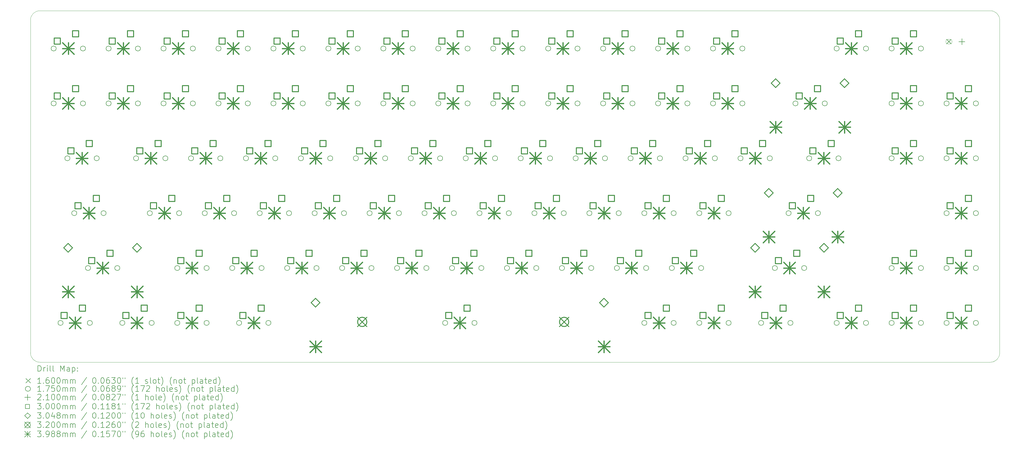
<source format=gbr>
%TF.GenerationSoftware,KiCad,Pcbnew,9.0.2*%
%TF.CreationDate,2025-07-13T14:40:45-07:00*%
%TF.ProjectId,Kicad Project,4b696361-6420-4507-926f-6a6563742e6b,rev?*%
%TF.SameCoordinates,Original*%
%TF.FileFunction,Drillmap*%
%TF.FilePolarity,Positive*%
%FSLAX45Y45*%
G04 Gerber Fmt 4.5, Leading zero omitted, Abs format (unit mm)*
G04 Created by KiCad (PCBNEW 9.0.2) date 2025-07-13 14:40:45*
%MOMM*%
%LPD*%
G01*
G04 APERTURE LIST*
%ADD10C,0.050000*%
%ADD11C,0.200000*%
%ADD12C,0.160000*%
%ADD13C,0.100000*%
%ADD14C,0.175000*%
%ADD15C,0.210000*%
%ADD16C,0.300000*%
%ADD17C,0.304800*%
%ADD18C,0.320000*%
%ADD19C,0.398780*%
G04 APERTURE END LIST*
D10*
X4405016Y-6391883D02*
G75*
G02*
X4725016Y-6071883I320000J0D01*
G01*
X4405016Y-17951883D02*
X4405016Y-6391883D01*
X38005016Y-6391883D02*
X38005016Y-17951883D01*
X4725016Y-18271883D02*
G75*
G02*
X4405017Y-17951883I4J320003D01*
G01*
X37685016Y-18271883D02*
X4725016Y-18271883D01*
X4725016Y-6071883D02*
X37685016Y-6071883D01*
X37685016Y-6071883D02*
G75*
G02*
X38005017Y-6391883I4J-319997D01*
G01*
X38005016Y-17951883D02*
G75*
G02*
X37685016Y-18271876I-319996J3D01*
G01*
D11*
D12*
X36166266Y-7063758D02*
X36326266Y-7223758D01*
X36326266Y-7063758D02*
X36166266Y-7223758D01*
D13*
X36216266Y-7223758D02*
X36276266Y-7223758D01*
X36276266Y-7063758D02*
G75*
G02*
X36276266Y-7223758I0J-80000D01*
G01*
X36276266Y-7063758D02*
X36216266Y-7063758D01*
X36216266Y-7063758D02*
G75*
G03*
X36216266Y-7223758I0J-80000D01*
G01*
D14*
X5294516Y-7381883D02*
G75*
G02*
X5119516Y-7381883I-87500J0D01*
G01*
X5119516Y-7381883D02*
G75*
G02*
X5294516Y-7381883I87500J0D01*
G01*
X5294516Y-9286883D02*
G75*
G02*
X5119516Y-9286883I-87500J0D01*
G01*
X5119516Y-9286883D02*
G75*
G02*
X5294516Y-9286883I87500J0D01*
G01*
X5532641Y-16906883D02*
G75*
G02*
X5357641Y-16906883I-87500J0D01*
G01*
X5357641Y-16906883D02*
G75*
G02*
X5532641Y-16906883I87500J0D01*
G01*
X5770766Y-11191883D02*
G75*
G02*
X5595766Y-11191883I-87500J0D01*
G01*
X5595766Y-11191883D02*
G75*
G02*
X5770766Y-11191883I87500J0D01*
G01*
X6008891Y-13096883D02*
G75*
G02*
X5833891Y-13096883I-87500J0D01*
G01*
X5833891Y-13096883D02*
G75*
G02*
X6008891Y-13096883I87500J0D01*
G01*
X6310516Y-7381883D02*
G75*
G02*
X6135516Y-7381883I-87500J0D01*
G01*
X6135516Y-7381883D02*
G75*
G02*
X6310516Y-7381883I87500J0D01*
G01*
X6310516Y-9286883D02*
G75*
G02*
X6135516Y-9286883I-87500J0D01*
G01*
X6135516Y-9286883D02*
G75*
G02*
X6310516Y-9286883I87500J0D01*
G01*
X6485141Y-15001883D02*
G75*
G02*
X6310141Y-15001883I-87500J0D01*
G01*
X6310141Y-15001883D02*
G75*
G02*
X6485141Y-15001883I87500J0D01*
G01*
X6548641Y-16906883D02*
G75*
G02*
X6373641Y-16906883I-87500J0D01*
G01*
X6373641Y-16906883D02*
G75*
G02*
X6548641Y-16906883I87500J0D01*
G01*
X6786766Y-11191883D02*
G75*
G02*
X6611766Y-11191883I-87500J0D01*
G01*
X6611766Y-11191883D02*
G75*
G02*
X6786766Y-11191883I87500J0D01*
G01*
X7024891Y-13096883D02*
G75*
G02*
X6849891Y-13096883I-87500J0D01*
G01*
X6849891Y-13096883D02*
G75*
G02*
X7024891Y-13096883I87500J0D01*
G01*
X7199516Y-7381883D02*
G75*
G02*
X7024516Y-7381883I-87500J0D01*
G01*
X7024516Y-7381883D02*
G75*
G02*
X7199516Y-7381883I87500J0D01*
G01*
X7199516Y-9286883D02*
G75*
G02*
X7024516Y-9286883I-87500J0D01*
G01*
X7024516Y-9286883D02*
G75*
G02*
X7199516Y-9286883I87500J0D01*
G01*
X7501141Y-15001883D02*
G75*
G02*
X7326141Y-15001883I-87500J0D01*
G01*
X7326141Y-15001883D02*
G75*
G02*
X7501141Y-15001883I87500J0D01*
G01*
X7675766Y-16906883D02*
G75*
G02*
X7500766Y-16906883I-87500J0D01*
G01*
X7500766Y-16906883D02*
G75*
G02*
X7675766Y-16906883I87500J0D01*
G01*
X8152016Y-11191883D02*
G75*
G02*
X7977016Y-11191883I-87500J0D01*
G01*
X7977016Y-11191883D02*
G75*
G02*
X8152016Y-11191883I87500J0D01*
G01*
X8215516Y-7381883D02*
G75*
G02*
X8040516Y-7381883I-87500J0D01*
G01*
X8040516Y-7381883D02*
G75*
G02*
X8215516Y-7381883I87500J0D01*
G01*
X8215516Y-9286883D02*
G75*
G02*
X8040516Y-9286883I-87500J0D01*
G01*
X8040516Y-9286883D02*
G75*
G02*
X8215516Y-9286883I87500J0D01*
G01*
X8628266Y-13096883D02*
G75*
G02*
X8453266Y-13096883I-87500J0D01*
G01*
X8453266Y-13096883D02*
G75*
G02*
X8628266Y-13096883I87500J0D01*
G01*
X8691766Y-16906883D02*
G75*
G02*
X8516766Y-16906883I-87500J0D01*
G01*
X8516766Y-16906883D02*
G75*
G02*
X8691766Y-16906883I87500J0D01*
G01*
X9104516Y-7381883D02*
G75*
G02*
X8929516Y-7381883I-87500J0D01*
G01*
X8929516Y-7381883D02*
G75*
G02*
X9104516Y-7381883I87500J0D01*
G01*
X9104516Y-9286883D02*
G75*
G02*
X8929516Y-9286883I-87500J0D01*
G01*
X8929516Y-9286883D02*
G75*
G02*
X9104516Y-9286883I87500J0D01*
G01*
X9168016Y-11191883D02*
G75*
G02*
X8993016Y-11191883I-87500J0D01*
G01*
X8993016Y-11191883D02*
G75*
G02*
X9168016Y-11191883I87500J0D01*
G01*
X9580766Y-15001883D02*
G75*
G02*
X9405766Y-15001883I-87500J0D01*
G01*
X9405766Y-15001883D02*
G75*
G02*
X9580766Y-15001883I87500J0D01*
G01*
X9580766Y-16906883D02*
G75*
G02*
X9405766Y-16906883I-87500J0D01*
G01*
X9405766Y-16906883D02*
G75*
G02*
X9580766Y-16906883I87500J0D01*
G01*
X9644266Y-13096883D02*
G75*
G02*
X9469266Y-13096883I-87500J0D01*
G01*
X9469266Y-13096883D02*
G75*
G02*
X9644266Y-13096883I87500J0D01*
G01*
X10057016Y-11191883D02*
G75*
G02*
X9882016Y-11191883I-87500J0D01*
G01*
X9882016Y-11191883D02*
G75*
G02*
X10057016Y-11191883I87500J0D01*
G01*
X10120516Y-7381883D02*
G75*
G02*
X9945516Y-7381883I-87500J0D01*
G01*
X9945516Y-7381883D02*
G75*
G02*
X10120516Y-7381883I87500J0D01*
G01*
X10120516Y-9286883D02*
G75*
G02*
X9945516Y-9286883I-87500J0D01*
G01*
X9945516Y-9286883D02*
G75*
G02*
X10120516Y-9286883I87500J0D01*
G01*
X10533266Y-13096883D02*
G75*
G02*
X10358266Y-13096883I-87500J0D01*
G01*
X10358266Y-13096883D02*
G75*
G02*
X10533266Y-13096883I87500J0D01*
G01*
X10596766Y-15001883D02*
G75*
G02*
X10421766Y-15001883I-87500J0D01*
G01*
X10421766Y-15001883D02*
G75*
G02*
X10596766Y-15001883I87500J0D01*
G01*
X10596766Y-16906883D02*
G75*
G02*
X10421766Y-16906883I-87500J0D01*
G01*
X10421766Y-16906883D02*
G75*
G02*
X10596766Y-16906883I87500J0D01*
G01*
X11009516Y-7381883D02*
G75*
G02*
X10834516Y-7381883I-87500J0D01*
G01*
X10834516Y-7381883D02*
G75*
G02*
X11009516Y-7381883I87500J0D01*
G01*
X11009516Y-9286883D02*
G75*
G02*
X10834516Y-9286883I-87500J0D01*
G01*
X10834516Y-9286883D02*
G75*
G02*
X11009516Y-9286883I87500J0D01*
G01*
X11073016Y-11191883D02*
G75*
G02*
X10898016Y-11191883I-87500J0D01*
G01*
X10898016Y-11191883D02*
G75*
G02*
X11073016Y-11191883I87500J0D01*
G01*
X11485766Y-15001883D02*
G75*
G02*
X11310766Y-15001883I-87500J0D01*
G01*
X11310766Y-15001883D02*
G75*
G02*
X11485766Y-15001883I87500J0D01*
G01*
X11549266Y-13096883D02*
G75*
G02*
X11374266Y-13096883I-87500J0D01*
G01*
X11374266Y-13096883D02*
G75*
G02*
X11549266Y-13096883I87500J0D01*
G01*
X11723891Y-16906883D02*
G75*
G02*
X11548891Y-16906883I-87500J0D01*
G01*
X11548891Y-16906883D02*
G75*
G02*
X11723891Y-16906883I87500J0D01*
G01*
X11962016Y-11191883D02*
G75*
G02*
X11787016Y-11191883I-87500J0D01*
G01*
X11787016Y-11191883D02*
G75*
G02*
X11962016Y-11191883I87500J0D01*
G01*
X12025516Y-7381883D02*
G75*
G02*
X11850516Y-7381883I-87500J0D01*
G01*
X11850516Y-7381883D02*
G75*
G02*
X12025516Y-7381883I87500J0D01*
G01*
X12025516Y-9286883D02*
G75*
G02*
X11850516Y-9286883I-87500J0D01*
G01*
X11850516Y-9286883D02*
G75*
G02*
X12025516Y-9286883I87500J0D01*
G01*
X12438266Y-13096883D02*
G75*
G02*
X12263266Y-13096883I-87500J0D01*
G01*
X12263266Y-13096883D02*
G75*
G02*
X12438266Y-13096883I87500J0D01*
G01*
X12501766Y-15001883D02*
G75*
G02*
X12326766Y-15001883I-87500J0D01*
G01*
X12326766Y-15001883D02*
G75*
G02*
X12501766Y-15001883I87500J0D01*
G01*
X12739891Y-16906883D02*
G75*
G02*
X12564891Y-16906883I-87500J0D01*
G01*
X12564891Y-16906883D02*
G75*
G02*
X12739891Y-16906883I87500J0D01*
G01*
X12914516Y-7381883D02*
G75*
G02*
X12739516Y-7381883I-87500J0D01*
G01*
X12739516Y-7381883D02*
G75*
G02*
X12914516Y-7381883I87500J0D01*
G01*
X12914516Y-9286883D02*
G75*
G02*
X12739516Y-9286883I-87500J0D01*
G01*
X12739516Y-9286883D02*
G75*
G02*
X12914516Y-9286883I87500J0D01*
G01*
X12978016Y-11191883D02*
G75*
G02*
X12803016Y-11191883I-87500J0D01*
G01*
X12803016Y-11191883D02*
G75*
G02*
X12978016Y-11191883I87500J0D01*
G01*
X13390766Y-15001883D02*
G75*
G02*
X13215766Y-15001883I-87500J0D01*
G01*
X13215766Y-15001883D02*
G75*
G02*
X13390766Y-15001883I87500J0D01*
G01*
X13454266Y-13096883D02*
G75*
G02*
X13279266Y-13096883I-87500J0D01*
G01*
X13279266Y-13096883D02*
G75*
G02*
X13454266Y-13096883I87500J0D01*
G01*
X13867016Y-11191883D02*
G75*
G02*
X13692016Y-11191883I-87500J0D01*
G01*
X13692016Y-11191883D02*
G75*
G02*
X13867016Y-11191883I87500J0D01*
G01*
X13930516Y-7381883D02*
G75*
G02*
X13755516Y-7381883I-87500J0D01*
G01*
X13755516Y-7381883D02*
G75*
G02*
X13930516Y-7381883I87500J0D01*
G01*
X13930516Y-9286883D02*
G75*
G02*
X13755516Y-9286883I-87500J0D01*
G01*
X13755516Y-9286883D02*
G75*
G02*
X13930516Y-9286883I87500J0D01*
G01*
X14343266Y-13096883D02*
G75*
G02*
X14168266Y-13096883I-87500J0D01*
G01*
X14168266Y-13096883D02*
G75*
G02*
X14343266Y-13096883I87500J0D01*
G01*
X14406766Y-15001883D02*
G75*
G02*
X14231766Y-15001883I-87500J0D01*
G01*
X14231766Y-15001883D02*
G75*
G02*
X14406766Y-15001883I87500J0D01*
G01*
X14819516Y-7381883D02*
G75*
G02*
X14644516Y-7381883I-87500J0D01*
G01*
X14644516Y-7381883D02*
G75*
G02*
X14819516Y-7381883I87500J0D01*
G01*
X14819516Y-9286883D02*
G75*
G02*
X14644516Y-9286883I-87500J0D01*
G01*
X14644516Y-9286883D02*
G75*
G02*
X14819516Y-9286883I87500J0D01*
G01*
X14883016Y-11191883D02*
G75*
G02*
X14708016Y-11191883I-87500J0D01*
G01*
X14708016Y-11191883D02*
G75*
G02*
X14883016Y-11191883I87500J0D01*
G01*
X15295766Y-15001883D02*
G75*
G02*
X15120766Y-15001883I-87500J0D01*
G01*
X15120766Y-15001883D02*
G75*
G02*
X15295766Y-15001883I87500J0D01*
G01*
X15359266Y-13096883D02*
G75*
G02*
X15184266Y-13096883I-87500J0D01*
G01*
X15184266Y-13096883D02*
G75*
G02*
X15359266Y-13096883I87500J0D01*
G01*
X15772016Y-11191883D02*
G75*
G02*
X15597016Y-11191883I-87500J0D01*
G01*
X15597016Y-11191883D02*
G75*
G02*
X15772016Y-11191883I87500J0D01*
G01*
X15835516Y-7381883D02*
G75*
G02*
X15660516Y-7381883I-87500J0D01*
G01*
X15660516Y-7381883D02*
G75*
G02*
X15835516Y-7381883I87500J0D01*
G01*
X15835516Y-9286883D02*
G75*
G02*
X15660516Y-9286883I-87500J0D01*
G01*
X15660516Y-9286883D02*
G75*
G02*
X15835516Y-9286883I87500J0D01*
G01*
X16248266Y-13096883D02*
G75*
G02*
X16073266Y-13096883I-87500J0D01*
G01*
X16073266Y-13096883D02*
G75*
G02*
X16248266Y-13096883I87500J0D01*
G01*
X16311766Y-15001883D02*
G75*
G02*
X16136766Y-15001883I-87500J0D01*
G01*
X16136766Y-15001883D02*
G75*
G02*
X16311766Y-15001883I87500J0D01*
G01*
X16724516Y-7381883D02*
G75*
G02*
X16549516Y-7381883I-87500J0D01*
G01*
X16549516Y-7381883D02*
G75*
G02*
X16724516Y-7381883I87500J0D01*
G01*
X16724516Y-9286883D02*
G75*
G02*
X16549516Y-9286883I-87500J0D01*
G01*
X16549516Y-9286883D02*
G75*
G02*
X16724516Y-9286883I87500J0D01*
G01*
X16788016Y-11191883D02*
G75*
G02*
X16613016Y-11191883I-87500J0D01*
G01*
X16613016Y-11191883D02*
G75*
G02*
X16788016Y-11191883I87500J0D01*
G01*
X17200766Y-15001883D02*
G75*
G02*
X17025766Y-15001883I-87500J0D01*
G01*
X17025766Y-15001883D02*
G75*
G02*
X17200766Y-15001883I87500J0D01*
G01*
X17264266Y-13096883D02*
G75*
G02*
X17089266Y-13096883I-87500J0D01*
G01*
X17089266Y-13096883D02*
G75*
G02*
X17264266Y-13096883I87500J0D01*
G01*
X17677016Y-11191883D02*
G75*
G02*
X17502016Y-11191883I-87500J0D01*
G01*
X17502016Y-11191883D02*
G75*
G02*
X17677016Y-11191883I87500J0D01*
G01*
X17740516Y-7381883D02*
G75*
G02*
X17565516Y-7381883I-87500J0D01*
G01*
X17565516Y-7381883D02*
G75*
G02*
X17740516Y-7381883I87500J0D01*
G01*
X17740516Y-9286883D02*
G75*
G02*
X17565516Y-9286883I-87500J0D01*
G01*
X17565516Y-9286883D02*
G75*
G02*
X17740516Y-9286883I87500J0D01*
G01*
X18153266Y-13096883D02*
G75*
G02*
X17978266Y-13096883I-87500J0D01*
G01*
X17978266Y-13096883D02*
G75*
G02*
X18153266Y-13096883I87500J0D01*
G01*
X18216766Y-15001883D02*
G75*
G02*
X18041766Y-15001883I-87500J0D01*
G01*
X18041766Y-15001883D02*
G75*
G02*
X18216766Y-15001883I87500J0D01*
G01*
X18629516Y-7381883D02*
G75*
G02*
X18454516Y-7381883I-87500J0D01*
G01*
X18454516Y-7381883D02*
G75*
G02*
X18629516Y-7381883I87500J0D01*
G01*
X18629516Y-9286883D02*
G75*
G02*
X18454516Y-9286883I-87500J0D01*
G01*
X18454516Y-9286883D02*
G75*
G02*
X18629516Y-9286883I87500J0D01*
G01*
X18693016Y-11191883D02*
G75*
G02*
X18518016Y-11191883I-87500J0D01*
G01*
X18518016Y-11191883D02*
G75*
G02*
X18693016Y-11191883I87500J0D01*
G01*
X18867641Y-16906883D02*
G75*
G02*
X18692641Y-16906883I-87500J0D01*
G01*
X18692641Y-16906883D02*
G75*
G02*
X18867641Y-16906883I87500J0D01*
G01*
X19105766Y-15001883D02*
G75*
G02*
X18930766Y-15001883I-87500J0D01*
G01*
X18930766Y-15001883D02*
G75*
G02*
X19105766Y-15001883I87500J0D01*
G01*
X19169266Y-13096883D02*
G75*
G02*
X18994266Y-13096883I-87500J0D01*
G01*
X18994266Y-13096883D02*
G75*
G02*
X19169266Y-13096883I87500J0D01*
G01*
X19582016Y-11191883D02*
G75*
G02*
X19407016Y-11191883I-87500J0D01*
G01*
X19407016Y-11191883D02*
G75*
G02*
X19582016Y-11191883I87500J0D01*
G01*
X19645516Y-7381883D02*
G75*
G02*
X19470516Y-7381883I-87500J0D01*
G01*
X19470516Y-7381883D02*
G75*
G02*
X19645516Y-7381883I87500J0D01*
G01*
X19645516Y-9286883D02*
G75*
G02*
X19470516Y-9286883I-87500J0D01*
G01*
X19470516Y-9286883D02*
G75*
G02*
X19645516Y-9286883I87500J0D01*
G01*
X19883641Y-16906883D02*
G75*
G02*
X19708641Y-16906883I-87500J0D01*
G01*
X19708641Y-16906883D02*
G75*
G02*
X19883641Y-16906883I87500J0D01*
G01*
X20058266Y-13096883D02*
G75*
G02*
X19883266Y-13096883I-87500J0D01*
G01*
X19883266Y-13096883D02*
G75*
G02*
X20058266Y-13096883I87500J0D01*
G01*
X20121766Y-15001883D02*
G75*
G02*
X19946766Y-15001883I-87500J0D01*
G01*
X19946766Y-15001883D02*
G75*
G02*
X20121766Y-15001883I87500J0D01*
G01*
X20534516Y-7381883D02*
G75*
G02*
X20359516Y-7381883I-87500J0D01*
G01*
X20359516Y-7381883D02*
G75*
G02*
X20534516Y-7381883I87500J0D01*
G01*
X20534516Y-9286883D02*
G75*
G02*
X20359516Y-9286883I-87500J0D01*
G01*
X20359516Y-9286883D02*
G75*
G02*
X20534516Y-9286883I87500J0D01*
G01*
X20598016Y-11191883D02*
G75*
G02*
X20423016Y-11191883I-87500J0D01*
G01*
X20423016Y-11191883D02*
G75*
G02*
X20598016Y-11191883I87500J0D01*
G01*
X21010766Y-15001883D02*
G75*
G02*
X20835766Y-15001883I-87500J0D01*
G01*
X20835766Y-15001883D02*
G75*
G02*
X21010766Y-15001883I87500J0D01*
G01*
X21074266Y-13096883D02*
G75*
G02*
X20899266Y-13096883I-87500J0D01*
G01*
X20899266Y-13096883D02*
G75*
G02*
X21074266Y-13096883I87500J0D01*
G01*
X21487016Y-11191883D02*
G75*
G02*
X21312016Y-11191883I-87500J0D01*
G01*
X21312016Y-11191883D02*
G75*
G02*
X21487016Y-11191883I87500J0D01*
G01*
X21550516Y-7381883D02*
G75*
G02*
X21375516Y-7381883I-87500J0D01*
G01*
X21375516Y-7381883D02*
G75*
G02*
X21550516Y-7381883I87500J0D01*
G01*
X21550516Y-9286883D02*
G75*
G02*
X21375516Y-9286883I-87500J0D01*
G01*
X21375516Y-9286883D02*
G75*
G02*
X21550516Y-9286883I87500J0D01*
G01*
X21963266Y-13096883D02*
G75*
G02*
X21788266Y-13096883I-87500J0D01*
G01*
X21788266Y-13096883D02*
G75*
G02*
X21963266Y-13096883I87500J0D01*
G01*
X22026766Y-15001883D02*
G75*
G02*
X21851766Y-15001883I-87500J0D01*
G01*
X21851766Y-15001883D02*
G75*
G02*
X22026766Y-15001883I87500J0D01*
G01*
X22439516Y-7381883D02*
G75*
G02*
X22264516Y-7381883I-87500J0D01*
G01*
X22264516Y-7381883D02*
G75*
G02*
X22439516Y-7381883I87500J0D01*
G01*
X22439516Y-9286883D02*
G75*
G02*
X22264516Y-9286883I-87500J0D01*
G01*
X22264516Y-9286883D02*
G75*
G02*
X22439516Y-9286883I87500J0D01*
G01*
X22503016Y-11191883D02*
G75*
G02*
X22328016Y-11191883I-87500J0D01*
G01*
X22328016Y-11191883D02*
G75*
G02*
X22503016Y-11191883I87500J0D01*
G01*
X22915766Y-15001883D02*
G75*
G02*
X22740766Y-15001883I-87500J0D01*
G01*
X22740766Y-15001883D02*
G75*
G02*
X22915766Y-15001883I87500J0D01*
G01*
X22979266Y-13096883D02*
G75*
G02*
X22804266Y-13096883I-87500J0D01*
G01*
X22804266Y-13096883D02*
G75*
G02*
X22979266Y-13096883I87500J0D01*
G01*
X23392016Y-11191883D02*
G75*
G02*
X23217016Y-11191883I-87500J0D01*
G01*
X23217016Y-11191883D02*
G75*
G02*
X23392016Y-11191883I87500J0D01*
G01*
X23455516Y-7381883D02*
G75*
G02*
X23280516Y-7381883I-87500J0D01*
G01*
X23280516Y-7381883D02*
G75*
G02*
X23455516Y-7381883I87500J0D01*
G01*
X23455516Y-9286883D02*
G75*
G02*
X23280516Y-9286883I-87500J0D01*
G01*
X23280516Y-9286883D02*
G75*
G02*
X23455516Y-9286883I87500J0D01*
G01*
X23868266Y-13096883D02*
G75*
G02*
X23693266Y-13096883I-87500J0D01*
G01*
X23693266Y-13096883D02*
G75*
G02*
X23868266Y-13096883I87500J0D01*
G01*
X23931766Y-15001883D02*
G75*
G02*
X23756766Y-15001883I-87500J0D01*
G01*
X23756766Y-15001883D02*
G75*
G02*
X23931766Y-15001883I87500J0D01*
G01*
X24344516Y-7381883D02*
G75*
G02*
X24169516Y-7381883I-87500J0D01*
G01*
X24169516Y-7381883D02*
G75*
G02*
X24344516Y-7381883I87500J0D01*
G01*
X24344516Y-9286883D02*
G75*
G02*
X24169516Y-9286883I-87500J0D01*
G01*
X24169516Y-9286883D02*
G75*
G02*
X24344516Y-9286883I87500J0D01*
G01*
X24408016Y-11191883D02*
G75*
G02*
X24233016Y-11191883I-87500J0D01*
G01*
X24233016Y-11191883D02*
G75*
G02*
X24408016Y-11191883I87500J0D01*
G01*
X24820766Y-15001883D02*
G75*
G02*
X24645766Y-15001883I-87500J0D01*
G01*
X24645766Y-15001883D02*
G75*
G02*
X24820766Y-15001883I87500J0D01*
G01*
X24884266Y-13096883D02*
G75*
G02*
X24709266Y-13096883I-87500J0D01*
G01*
X24709266Y-13096883D02*
G75*
G02*
X24884266Y-13096883I87500J0D01*
G01*
X25297016Y-11191883D02*
G75*
G02*
X25122016Y-11191883I-87500J0D01*
G01*
X25122016Y-11191883D02*
G75*
G02*
X25297016Y-11191883I87500J0D01*
G01*
X25360516Y-7381883D02*
G75*
G02*
X25185516Y-7381883I-87500J0D01*
G01*
X25185516Y-7381883D02*
G75*
G02*
X25360516Y-7381883I87500J0D01*
G01*
X25360516Y-9286883D02*
G75*
G02*
X25185516Y-9286883I-87500J0D01*
G01*
X25185516Y-9286883D02*
G75*
G02*
X25360516Y-9286883I87500J0D01*
G01*
X25773266Y-13096883D02*
G75*
G02*
X25598266Y-13096883I-87500J0D01*
G01*
X25598266Y-13096883D02*
G75*
G02*
X25773266Y-13096883I87500J0D01*
G01*
X25773266Y-16906883D02*
G75*
G02*
X25598266Y-16906883I-87500J0D01*
G01*
X25598266Y-16906883D02*
G75*
G02*
X25773266Y-16906883I87500J0D01*
G01*
X25836766Y-15001883D02*
G75*
G02*
X25661766Y-15001883I-87500J0D01*
G01*
X25661766Y-15001883D02*
G75*
G02*
X25836766Y-15001883I87500J0D01*
G01*
X26249516Y-7381883D02*
G75*
G02*
X26074516Y-7381883I-87500J0D01*
G01*
X26074516Y-7381883D02*
G75*
G02*
X26249516Y-7381883I87500J0D01*
G01*
X26249516Y-9286883D02*
G75*
G02*
X26074516Y-9286883I-87500J0D01*
G01*
X26074516Y-9286883D02*
G75*
G02*
X26249516Y-9286883I87500J0D01*
G01*
X26313016Y-11191883D02*
G75*
G02*
X26138016Y-11191883I-87500J0D01*
G01*
X26138016Y-11191883D02*
G75*
G02*
X26313016Y-11191883I87500J0D01*
G01*
X26725766Y-15001883D02*
G75*
G02*
X26550766Y-15001883I-87500J0D01*
G01*
X26550766Y-15001883D02*
G75*
G02*
X26725766Y-15001883I87500J0D01*
G01*
X26789266Y-13096883D02*
G75*
G02*
X26614266Y-13096883I-87500J0D01*
G01*
X26614266Y-13096883D02*
G75*
G02*
X26789266Y-13096883I87500J0D01*
G01*
X26789266Y-16906883D02*
G75*
G02*
X26614266Y-16906883I-87500J0D01*
G01*
X26614266Y-16906883D02*
G75*
G02*
X26789266Y-16906883I87500J0D01*
G01*
X27202016Y-11191883D02*
G75*
G02*
X27027016Y-11191883I-87500J0D01*
G01*
X27027016Y-11191883D02*
G75*
G02*
X27202016Y-11191883I87500J0D01*
G01*
X27265516Y-7381883D02*
G75*
G02*
X27090516Y-7381883I-87500J0D01*
G01*
X27090516Y-7381883D02*
G75*
G02*
X27265516Y-7381883I87500J0D01*
G01*
X27265516Y-9286883D02*
G75*
G02*
X27090516Y-9286883I-87500J0D01*
G01*
X27090516Y-9286883D02*
G75*
G02*
X27265516Y-9286883I87500J0D01*
G01*
X27678266Y-13096883D02*
G75*
G02*
X27503266Y-13096883I-87500J0D01*
G01*
X27503266Y-13096883D02*
G75*
G02*
X27678266Y-13096883I87500J0D01*
G01*
X27678266Y-16906883D02*
G75*
G02*
X27503266Y-16906883I-87500J0D01*
G01*
X27503266Y-16906883D02*
G75*
G02*
X27678266Y-16906883I87500J0D01*
G01*
X27741766Y-15001883D02*
G75*
G02*
X27566766Y-15001883I-87500J0D01*
G01*
X27566766Y-15001883D02*
G75*
G02*
X27741766Y-15001883I87500J0D01*
G01*
X28154516Y-7381883D02*
G75*
G02*
X27979516Y-7381883I-87500J0D01*
G01*
X27979516Y-7381883D02*
G75*
G02*
X28154516Y-7381883I87500J0D01*
G01*
X28154516Y-9286883D02*
G75*
G02*
X27979516Y-9286883I-87500J0D01*
G01*
X27979516Y-9286883D02*
G75*
G02*
X28154516Y-9286883I87500J0D01*
G01*
X28218016Y-11191883D02*
G75*
G02*
X28043016Y-11191883I-87500J0D01*
G01*
X28043016Y-11191883D02*
G75*
G02*
X28218016Y-11191883I87500J0D01*
G01*
X28694266Y-13096883D02*
G75*
G02*
X28519266Y-13096883I-87500J0D01*
G01*
X28519266Y-13096883D02*
G75*
G02*
X28694266Y-13096883I87500J0D01*
G01*
X28694266Y-16906883D02*
G75*
G02*
X28519266Y-16906883I-87500J0D01*
G01*
X28519266Y-16906883D02*
G75*
G02*
X28694266Y-16906883I87500J0D01*
G01*
X29107016Y-11191883D02*
G75*
G02*
X28932016Y-11191883I-87500J0D01*
G01*
X28932016Y-11191883D02*
G75*
G02*
X29107016Y-11191883I87500J0D01*
G01*
X29170516Y-7381883D02*
G75*
G02*
X28995516Y-7381883I-87500J0D01*
G01*
X28995516Y-7381883D02*
G75*
G02*
X29170516Y-7381883I87500J0D01*
G01*
X29170516Y-9286883D02*
G75*
G02*
X28995516Y-9286883I-87500J0D01*
G01*
X28995516Y-9286883D02*
G75*
G02*
X29170516Y-9286883I87500J0D01*
G01*
X29821391Y-16906883D02*
G75*
G02*
X29646391Y-16906883I-87500J0D01*
G01*
X29646391Y-16906883D02*
G75*
G02*
X29821391Y-16906883I87500J0D01*
G01*
X30123016Y-11191883D02*
G75*
G02*
X29948016Y-11191883I-87500J0D01*
G01*
X29948016Y-11191883D02*
G75*
G02*
X30123016Y-11191883I87500J0D01*
G01*
X30297641Y-15001883D02*
G75*
G02*
X30122641Y-15001883I-87500J0D01*
G01*
X30122641Y-15001883D02*
G75*
G02*
X30297641Y-15001883I87500J0D01*
G01*
X30773891Y-13096883D02*
G75*
G02*
X30598891Y-13096883I-87500J0D01*
G01*
X30598891Y-13096883D02*
G75*
G02*
X30773891Y-13096883I87500J0D01*
G01*
X30837391Y-16906883D02*
G75*
G02*
X30662391Y-16906883I-87500J0D01*
G01*
X30662391Y-16906883D02*
G75*
G02*
X30837391Y-16906883I87500J0D01*
G01*
X31012016Y-9286883D02*
G75*
G02*
X30837016Y-9286883I-87500J0D01*
G01*
X30837016Y-9286883D02*
G75*
G02*
X31012016Y-9286883I87500J0D01*
G01*
X31313641Y-15001883D02*
G75*
G02*
X31138641Y-15001883I-87500J0D01*
G01*
X31138641Y-15001883D02*
G75*
G02*
X31313641Y-15001883I87500J0D01*
G01*
X31488266Y-11191883D02*
G75*
G02*
X31313266Y-11191883I-87500J0D01*
G01*
X31313266Y-11191883D02*
G75*
G02*
X31488266Y-11191883I87500J0D01*
G01*
X31789891Y-13096883D02*
G75*
G02*
X31614891Y-13096883I-87500J0D01*
G01*
X31614891Y-13096883D02*
G75*
G02*
X31789891Y-13096883I87500J0D01*
G01*
X32028016Y-9286883D02*
G75*
G02*
X31853016Y-9286883I-87500J0D01*
G01*
X31853016Y-9286883D02*
G75*
G02*
X32028016Y-9286883I87500J0D01*
G01*
X32440766Y-7381883D02*
G75*
G02*
X32265766Y-7381883I-87500J0D01*
G01*
X32265766Y-7381883D02*
G75*
G02*
X32440766Y-7381883I87500J0D01*
G01*
X32440766Y-16906883D02*
G75*
G02*
X32265766Y-16906883I-87500J0D01*
G01*
X32265766Y-16906883D02*
G75*
G02*
X32440766Y-16906883I87500J0D01*
G01*
X32504266Y-11191883D02*
G75*
G02*
X32329266Y-11191883I-87500J0D01*
G01*
X32329266Y-11191883D02*
G75*
G02*
X32504266Y-11191883I87500J0D01*
G01*
X33456766Y-7381883D02*
G75*
G02*
X33281766Y-7381883I-87500J0D01*
G01*
X33281766Y-7381883D02*
G75*
G02*
X33456766Y-7381883I87500J0D01*
G01*
X33456766Y-16906883D02*
G75*
G02*
X33281766Y-16906883I-87500J0D01*
G01*
X33281766Y-16906883D02*
G75*
G02*
X33456766Y-16906883I87500J0D01*
G01*
X34345766Y-7381883D02*
G75*
G02*
X34170766Y-7381883I-87500J0D01*
G01*
X34170766Y-7381883D02*
G75*
G02*
X34345766Y-7381883I87500J0D01*
G01*
X34345766Y-9286883D02*
G75*
G02*
X34170766Y-9286883I-87500J0D01*
G01*
X34170766Y-9286883D02*
G75*
G02*
X34345766Y-9286883I87500J0D01*
G01*
X34345766Y-11191883D02*
G75*
G02*
X34170766Y-11191883I-87500J0D01*
G01*
X34170766Y-11191883D02*
G75*
G02*
X34345766Y-11191883I87500J0D01*
G01*
X34345766Y-15001883D02*
G75*
G02*
X34170766Y-15001883I-87500J0D01*
G01*
X34170766Y-15001883D02*
G75*
G02*
X34345766Y-15001883I87500J0D01*
G01*
X34345766Y-16906883D02*
G75*
G02*
X34170766Y-16906883I-87500J0D01*
G01*
X34170766Y-16906883D02*
G75*
G02*
X34345766Y-16906883I87500J0D01*
G01*
X35361766Y-7381883D02*
G75*
G02*
X35186766Y-7381883I-87500J0D01*
G01*
X35186766Y-7381883D02*
G75*
G02*
X35361766Y-7381883I87500J0D01*
G01*
X35361766Y-9286883D02*
G75*
G02*
X35186766Y-9286883I-87500J0D01*
G01*
X35186766Y-9286883D02*
G75*
G02*
X35361766Y-9286883I87500J0D01*
G01*
X35361766Y-11191883D02*
G75*
G02*
X35186766Y-11191883I-87500J0D01*
G01*
X35186766Y-11191883D02*
G75*
G02*
X35361766Y-11191883I87500J0D01*
G01*
X35361766Y-15001883D02*
G75*
G02*
X35186766Y-15001883I-87500J0D01*
G01*
X35186766Y-15001883D02*
G75*
G02*
X35361766Y-15001883I87500J0D01*
G01*
X35361766Y-16906883D02*
G75*
G02*
X35186766Y-16906883I-87500J0D01*
G01*
X35186766Y-16906883D02*
G75*
G02*
X35361766Y-16906883I87500J0D01*
G01*
X36250766Y-9286883D02*
G75*
G02*
X36075766Y-9286883I-87500J0D01*
G01*
X36075766Y-9286883D02*
G75*
G02*
X36250766Y-9286883I87500J0D01*
G01*
X36250766Y-11191883D02*
G75*
G02*
X36075766Y-11191883I-87500J0D01*
G01*
X36075766Y-11191883D02*
G75*
G02*
X36250766Y-11191883I87500J0D01*
G01*
X36250766Y-13096883D02*
G75*
G02*
X36075766Y-13096883I-87500J0D01*
G01*
X36075766Y-13096883D02*
G75*
G02*
X36250766Y-13096883I87500J0D01*
G01*
X36250766Y-15001883D02*
G75*
G02*
X36075766Y-15001883I-87500J0D01*
G01*
X36075766Y-15001883D02*
G75*
G02*
X36250766Y-15001883I87500J0D01*
G01*
X36250766Y-16906883D02*
G75*
G02*
X36075766Y-16906883I-87500J0D01*
G01*
X36075766Y-16906883D02*
G75*
G02*
X36250766Y-16906883I87500J0D01*
G01*
X37266766Y-9286883D02*
G75*
G02*
X37091766Y-9286883I-87500J0D01*
G01*
X37091766Y-9286883D02*
G75*
G02*
X37266766Y-9286883I87500J0D01*
G01*
X37266766Y-11191883D02*
G75*
G02*
X37091766Y-11191883I-87500J0D01*
G01*
X37091766Y-11191883D02*
G75*
G02*
X37266766Y-11191883I87500J0D01*
G01*
X37266766Y-13096883D02*
G75*
G02*
X37091766Y-13096883I-87500J0D01*
G01*
X37091766Y-13096883D02*
G75*
G02*
X37266766Y-13096883I87500J0D01*
G01*
X37266766Y-15001883D02*
G75*
G02*
X37091766Y-15001883I-87500J0D01*
G01*
X37091766Y-15001883D02*
G75*
G02*
X37266766Y-15001883I87500J0D01*
G01*
X37266766Y-16906883D02*
G75*
G02*
X37091766Y-16906883I-87500J0D01*
G01*
X37091766Y-16906883D02*
G75*
G02*
X37266766Y-16906883I87500J0D01*
G01*
D15*
X36696266Y-7038758D02*
X36696266Y-7248758D01*
X36591266Y-7143758D02*
X36801266Y-7143758D01*
D16*
X5440083Y-7233950D02*
X5440083Y-7021816D01*
X5227949Y-7021816D01*
X5227949Y-7233950D01*
X5440083Y-7233950D01*
X5440083Y-9138950D02*
X5440083Y-8926816D01*
X5227949Y-8926816D01*
X5227949Y-9138950D01*
X5440083Y-9138950D01*
X5678208Y-16758950D02*
X5678208Y-16546816D01*
X5466074Y-16546816D01*
X5466074Y-16758950D01*
X5678208Y-16758950D01*
X5916333Y-11043950D02*
X5916333Y-10831816D01*
X5704199Y-10831816D01*
X5704199Y-11043950D01*
X5916333Y-11043950D01*
X6075083Y-6979950D02*
X6075083Y-6767816D01*
X5862949Y-6767816D01*
X5862949Y-6979950D01*
X6075083Y-6979950D01*
X6075083Y-8884950D02*
X6075083Y-8672816D01*
X5862949Y-8672816D01*
X5862949Y-8884950D01*
X6075083Y-8884950D01*
X6154458Y-12948950D02*
X6154458Y-12736816D01*
X5942324Y-12736816D01*
X5942324Y-12948950D01*
X6154458Y-12948950D01*
X6313208Y-16504950D02*
X6313208Y-16292816D01*
X6101074Y-16292816D01*
X6101074Y-16504950D01*
X6313208Y-16504950D01*
X6551333Y-10789950D02*
X6551333Y-10577816D01*
X6339199Y-10577816D01*
X6339199Y-10789950D01*
X6551333Y-10789950D01*
X6630708Y-14853950D02*
X6630708Y-14641816D01*
X6418574Y-14641816D01*
X6418574Y-14853950D01*
X6630708Y-14853950D01*
X6789458Y-12694950D02*
X6789458Y-12482816D01*
X6577324Y-12482816D01*
X6577324Y-12694950D01*
X6789458Y-12694950D01*
X7265708Y-14599950D02*
X7265708Y-14387816D01*
X7053574Y-14387816D01*
X7053574Y-14599950D01*
X7265708Y-14599950D01*
X7345083Y-7233950D02*
X7345083Y-7021816D01*
X7132949Y-7021816D01*
X7132949Y-7233950D01*
X7345083Y-7233950D01*
X7345083Y-9138950D02*
X7345083Y-8926816D01*
X7132949Y-8926816D01*
X7132949Y-9138950D01*
X7345083Y-9138950D01*
X7821333Y-16758950D02*
X7821333Y-16546816D01*
X7609199Y-16546816D01*
X7609199Y-16758950D01*
X7821333Y-16758950D01*
X7980083Y-6979950D02*
X7980083Y-6767816D01*
X7767949Y-6767816D01*
X7767949Y-6979950D01*
X7980083Y-6979950D01*
X7980083Y-8884950D02*
X7980083Y-8672816D01*
X7767949Y-8672816D01*
X7767949Y-8884950D01*
X7980083Y-8884950D01*
X8297583Y-11043950D02*
X8297583Y-10831816D01*
X8085449Y-10831816D01*
X8085449Y-11043950D01*
X8297583Y-11043950D01*
X8456333Y-16504950D02*
X8456333Y-16292816D01*
X8244199Y-16292816D01*
X8244199Y-16504950D01*
X8456333Y-16504950D01*
X8773833Y-12948950D02*
X8773833Y-12736816D01*
X8561699Y-12736816D01*
X8561699Y-12948950D01*
X8773833Y-12948950D01*
X8932583Y-10789950D02*
X8932583Y-10577816D01*
X8720449Y-10577816D01*
X8720449Y-10789950D01*
X8932583Y-10789950D01*
X9250083Y-7233950D02*
X9250083Y-7021816D01*
X9037949Y-7021816D01*
X9037949Y-7233950D01*
X9250083Y-7233950D01*
X9250083Y-9138950D02*
X9250083Y-8926816D01*
X9037949Y-8926816D01*
X9037949Y-9138950D01*
X9250083Y-9138950D01*
X9408833Y-12694950D02*
X9408833Y-12482816D01*
X9196699Y-12482816D01*
X9196699Y-12694950D01*
X9408833Y-12694950D01*
X9726333Y-14853950D02*
X9726333Y-14641816D01*
X9514199Y-14641816D01*
X9514199Y-14853950D01*
X9726333Y-14853950D01*
X9726333Y-16758950D02*
X9726333Y-16546816D01*
X9514199Y-16546816D01*
X9514199Y-16758950D01*
X9726333Y-16758950D01*
X9885083Y-6979950D02*
X9885083Y-6767816D01*
X9672949Y-6767816D01*
X9672949Y-6979950D01*
X9885083Y-6979950D01*
X9885083Y-8884950D02*
X9885083Y-8672816D01*
X9672949Y-8672816D01*
X9672949Y-8884950D01*
X9885083Y-8884950D01*
X10202583Y-11043950D02*
X10202583Y-10831816D01*
X9990449Y-10831816D01*
X9990449Y-11043950D01*
X10202583Y-11043950D01*
X10361333Y-14599950D02*
X10361333Y-14387816D01*
X10149199Y-14387816D01*
X10149199Y-14599950D01*
X10361333Y-14599950D01*
X10361333Y-16504950D02*
X10361333Y-16292816D01*
X10149199Y-16292816D01*
X10149199Y-16504950D01*
X10361333Y-16504950D01*
X10678833Y-12948950D02*
X10678833Y-12736816D01*
X10466699Y-12736816D01*
X10466699Y-12948950D01*
X10678833Y-12948950D01*
X10837583Y-10789950D02*
X10837583Y-10577816D01*
X10625449Y-10577816D01*
X10625449Y-10789950D01*
X10837583Y-10789950D01*
X11155083Y-7233950D02*
X11155083Y-7021816D01*
X10942949Y-7021816D01*
X10942949Y-7233950D01*
X11155083Y-7233950D01*
X11155083Y-9138950D02*
X11155083Y-8926816D01*
X10942949Y-8926816D01*
X10942949Y-9138950D01*
X11155083Y-9138950D01*
X11313833Y-12694950D02*
X11313833Y-12482816D01*
X11101699Y-12482816D01*
X11101699Y-12694950D01*
X11313833Y-12694950D01*
X11631333Y-14853950D02*
X11631333Y-14641816D01*
X11419199Y-14641816D01*
X11419199Y-14853950D01*
X11631333Y-14853950D01*
X11790083Y-6979950D02*
X11790083Y-6767816D01*
X11577949Y-6767816D01*
X11577949Y-6979950D01*
X11790083Y-6979950D01*
X11790083Y-8884950D02*
X11790083Y-8672816D01*
X11577949Y-8672816D01*
X11577949Y-8884950D01*
X11790083Y-8884950D01*
X11869458Y-16758950D02*
X11869458Y-16546816D01*
X11657324Y-16546816D01*
X11657324Y-16758950D01*
X11869458Y-16758950D01*
X12107583Y-11043950D02*
X12107583Y-10831816D01*
X11895449Y-10831816D01*
X11895449Y-11043950D01*
X12107583Y-11043950D01*
X12266333Y-14599950D02*
X12266333Y-14387816D01*
X12054199Y-14387816D01*
X12054199Y-14599950D01*
X12266333Y-14599950D01*
X12504458Y-16504950D02*
X12504458Y-16292816D01*
X12292324Y-16292816D01*
X12292324Y-16504950D01*
X12504458Y-16504950D01*
X12583833Y-12948950D02*
X12583833Y-12736816D01*
X12371699Y-12736816D01*
X12371699Y-12948950D01*
X12583833Y-12948950D01*
X12742583Y-10789950D02*
X12742583Y-10577816D01*
X12530449Y-10577816D01*
X12530449Y-10789950D01*
X12742583Y-10789950D01*
X13060083Y-7233950D02*
X13060083Y-7021816D01*
X12847949Y-7021816D01*
X12847949Y-7233950D01*
X13060083Y-7233950D01*
X13060083Y-9138950D02*
X13060083Y-8926816D01*
X12847949Y-8926816D01*
X12847949Y-9138950D01*
X13060083Y-9138950D01*
X13218833Y-12694950D02*
X13218833Y-12482816D01*
X13006699Y-12482816D01*
X13006699Y-12694950D01*
X13218833Y-12694950D01*
X13536333Y-14853950D02*
X13536333Y-14641816D01*
X13324199Y-14641816D01*
X13324199Y-14853950D01*
X13536333Y-14853950D01*
X13695083Y-6979950D02*
X13695083Y-6767816D01*
X13482949Y-6767816D01*
X13482949Y-6979950D01*
X13695083Y-6979950D01*
X13695083Y-8884950D02*
X13695083Y-8672816D01*
X13482949Y-8672816D01*
X13482949Y-8884950D01*
X13695083Y-8884950D01*
X14012583Y-11043950D02*
X14012583Y-10831816D01*
X13800449Y-10831816D01*
X13800449Y-11043950D01*
X14012583Y-11043950D01*
X14171333Y-14599950D02*
X14171333Y-14387816D01*
X13959199Y-14387816D01*
X13959199Y-14599950D01*
X14171333Y-14599950D01*
X14488833Y-12948950D02*
X14488833Y-12736816D01*
X14276699Y-12736816D01*
X14276699Y-12948950D01*
X14488833Y-12948950D01*
X14647583Y-10789950D02*
X14647583Y-10577816D01*
X14435449Y-10577816D01*
X14435449Y-10789950D01*
X14647583Y-10789950D01*
X14965083Y-7233950D02*
X14965083Y-7021816D01*
X14752949Y-7021816D01*
X14752949Y-7233950D01*
X14965083Y-7233950D01*
X14965083Y-9138950D02*
X14965083Y-8926816D01*
X14752949Y-8926816D01*
X14752949Y-9138950D01*
X14965083Y-9138950D01*
X15123833Y-12694950D02*
X15123833Y-12482816D01*
X14911699Y-12482816D01*
X14911699Y-12694950D01*
X15123833Y-12694950D01*
X15441333Y-14853950D02*
X15441333Y-14641816D01*
X15229199Y-14641816D01*
X15229199Y-14853950D01*
X15441333Y-14853950D01*
X15600083Y-6979950D02*
X15600083Y-6767816D01*
X15387949Y-6767816D01*
X15387949Y-6979950D01*
X15600083Y-6979950D01*
X15600083Y-8884950D02*
X15600083Y-8672816D01*
X15387949Y-8672816D01*
X15387949Y-8884950D01*
X15600083Y-8884950D01*
X15917583Y-11043950D02*
X15917583Y-10831816D01*
X15705449Y-10831816D01*
X15705449Y-11043950D01*
X15917583Y-11043950D01*
X16076333Y-14599950D02*
X16076333Y-14387816D01*
X15864199Y-14387816D01*
X15864199Y-14599950D01*
X16076333Y-14599950D01*
X16393833Y-12948950D02*
X16393833Y-12736816D01*
X16181699Y-12736816D01*
X16181699Y-12948950D01*
X16393833Y-12948950D01*
X16552583Y-10789950D02*
X16552583Y-10577816D01*
X16340449Y-10577816D01*
X16340449Y-10789950D01*
X16552583Y-10789950D01*
X16870083Y-7233950D02*
X16870083Y-7021816D01*
X16657949Y-7021816D01*
X16657949Y-7233950D01*
X16870083Y-7233950D01*
X16870083Y-9138950D02*
X16870083Y-8926816D01*
X16657949Y-8926816D01*
X16657949Y-9138950D01*
X16870083Y-9138950D01*
X17028833Y-12694950D02*
X17028833Y-12482816D01*
X16816699Y-12482816D01*
X16816699Y-12694950D01*
X17028833Y-12694950D01*
X17346333Y-14853950D02*
X17346333Y-14641816D01*
X17134199Y-14641816D01*
X17134199Y-14853950D01*
X17346333Y-14853950D01*
X17505083Y-6979950D02*
X17505083Y-6767816D01*
X17292949Y-6767816D01*
X17292949Y-6979950D01*
X17505083Y-6979950D01*
X17505083Y-8884950D02*
X17505083Y-8672816D01*
X17292949Y-8672816D01*
X17292949Y-8884950D01*
X17505083Y-8884950D01*
X17822583Y-11043950D02*
X17822583Y-10831816D01*
X17610449Y-10831816D01*
X17610449Y-11043950D01*
X17822583Y-11043950D01*
X17981333Y-14599950D02*
X17981333Y-14387816D01*
X17769199Y-14387816D01*
X17769199Y-14599950D01*
X17981333Y-14599950D01*
X18298833Y-12948950D02*
X18298833Y-12736816D01*
X18086699Y-12736816D01*
X18086699Y-12948950D01*
X18298833Y-12948950D01*
X18457583Y-10789950D02*
X18457583Y-10577816D01*
X18245449Y-10577816D01*
X18245449Y-10789950D01*
X18457583Y-10789950D01*
X18775083Y-7233950D02*
X18775083Y-7021816D01*
X18562949Y-7021816D01*
X18562949Y-7233950D01*
X18775083Y-7233950D01*
X18775083Y-9138950D02*
X18775083Y-8926816D01*
X18562949Y-8926816D01*
X18562949Y-9138950D01*
X18775083Y-9138950D01*
X18933833Y-12694950D02*
X18933833Y-12482816D01*
X18721699Y-12482816D01*
X18721699Y-12694950D01*
X18933833Y-12694950D01*
X19013208Y-16758950D02*
X19013208Y-16546816D01*
X18801074Y-16546816D01*
X18801074Y-16758950D01*
X19013208Y-16758950D01*
X19251333Y-14853950D02*
X19251333Y-14641816D01*
X19039199Y-14641816D01*
X19039199Y-14853950D01*
X19251333Y-14853950D01*
X19410083Y-6979950D02*
X19410083Y-6767816D01*
X19197949Y-6767816D01*
X19197949Y-6979950D01*
X19410083Y-6979950D01*
X19410083Y-8884950D02*
X19410083Y-8672816D01*
X19197949Y-8672816D01*
X19197949Y-8884950D01*
X19410083Y-8884950D01*
X19648208Y-16504950D02*
X19648208Y-16292816D01*
X19436074Y-16292816D01*
X19436074Y-16504950D01*
X19648208Y-16504950D01*
X19727583Y-11043950D02*
X19727583Y-10831816D01*
X19515449Y-10831816D01*
X19515449Y-11043950D01*
X19727583Y-11043950D01*
X19886333Y-14599950D02*
X19886333Y-14387816D01*
X19674199Y-14387816D01*
X19674199Y-14599950D01*
X19886333Y-14599950D01*
X20203833Y-12948950D02*
X20203833Y-12736816D01*
X19991699Y-12736816D01*
X19991699Y-12948950D01*
X20203833Y-12948950D01*
X20362583Y-10789950D02*
X20362583Y-10577816D01*
X20150449Y-10577816D01*
X20150449Y-10789950D01*
X20362583Y-10789950D01*
X20680083Y-7233950D02*
X20680083Y-7021816D01*
X20467949Y-7021816D01*
X20467949Y-7233950D01*
X20680083Y-7233950D01*
X20680083Y-9138950D02*
X20680083Y-8926816D01*
X20467949Y-8926816D01*
X20467949Y-9138950D01*
X20680083Y-9138950D01*
X20838833Y-12694950D02*
X20838833Y-12482816D01*
X20626699Y-12482816D01*
X20626699Y-12694950D01*
X20838833Y-12694950D01*
X21156333Y-14853950D02*
X21156333Y-14641816D01*
X20944199Y-14641816D01*
X20944199Y-14853950D01*
X21156333Y-14853950D01*
X21315083Y-6979950D02*
X21315083Y-6767816D01*
X21102949Y-6767816D01*
X21102949Y-6979950D01*
X21315083Y-6979950D01*
X21315083Y-8884950D02*
X21315083Y-8672816D01*
X21102949Y-8672816D01*
X21102949Y-8884950D01*
X21315083Y-8884950D01*
X21632583Y-11043950D02*
X21632583Y-10831816D01*
X21420449Y-10831816D01*
X21420449Y-11043950D01*
X21632583Y-11043950D01*
X21791333Y-14599950D02*
X21791333Y-14387816D01*
X21579199Y-14387816D01*
X21579199Y-14599950D01*
X21791333Y-14599950D01*
X22108833Y-12948950D02*
X22108833Y-12736816D01*
X21896699Y-12736816D01*
X21896699Y-12948950D01*
X22108833Y-12948950D01*
X22267583Y-10789950D02*
X22267583Y-10577816D01*
X22055449Y-10577816D01*
X22055449Y-10789950D01*
X22267583Y-10789950D01*
X22585083Y-7233950D02*
X22585083Y-7021816D01*
X22372949Y-7021816D01*
X22372949Y-7233950D01*
X22585083Y-7233950D01*
X22585083Y-9138950D02*
X22585083Y-8926816D01*
X22372949Y-8926816D01*
X22372949Y-9138950D01*
X22585083Y-9138950D01*
X22743833Y-12694950D02*
X22743833Y-12482816D01*
X22531699Y-12482816D01*
X22531699Y-12694950D01*
X22743833Y-12694950D01*
X23061333Y-14853950D02*
X23061333Y-14641816D01*
X22849199Y-14641816D01*
X22849199Y-14853950D01*
X23061333Y-14853950D01*
X23220083Y-6979950D02*
X23220083Y-6767816D01*
X23007949Y-6767816D01*
X23007949Y-6979950D01*
X23220083Y-6979950D01*
X23220083Y-8884950D02*
X23220083Y-8672816D01*
X23007949Y-8672816D01*
X23007949Y-8884950D01*
X23220083Y-8884950D01*
X23537583Y-11043950D02*
X23537583Y-10831816D01*
X23325449Y-10831816D01*
X23325449Y-11043950D01*
X23537583Y-11043950D01*
X23696333Y-14599950D02*
X23696333Y-14387816D01*
X23484199Y-14387816D01*
X23484199Y-14599950D01*
X23696333Y-14599950D01*
X24013833Y-12948950D02*
X24013833Y-12736816D01*
X23801699Y-12736816D01*
X23801699Y-12948950D01*
X24013833Y-12948950D01*
X24172583Y-10789950D02*
X24172583Y-10577816D01*
X23960449Y-10577816D01*
X23960449Y-10789950D01*
X24172583Y-10789950D01*
X24490083Y-7233950D02*
X24490083Y-7021816D01*
X24277949Y-7021816D01*
X24277949Y-7233950D01*
X24490083Y-7233950D01*
X24490083Y-9138950D02*
X24490083Y-8926816D01*
X24277949Y-8926816D01*
X24277949Y-9138950D01*
X24490083Y-9138950D01*
X24648833Y-12694950D02*
X24648833Y-12482816D01*
X24436699Y-12482816D01*
X24436699Y-12694950D01*
X24648833Y-12694950D01*
X24966333Y-14853950D02*
X24966333Y-14641816D01*
X24754199Y-14641816D01*
X24754199Y-14853950D01*
X24966333Y-14853950D01*
X25125083Y-6979950D02*
X25125083Y-6767816D01*
X24912949Y-6767816D01*
X24912949Y-6979950D01*
X25125083Y-6979950D01*
X25125083Y-8884950D02*
X25125083Y-8672816D01*
X24912949Y-8672816D01*
X24912949Y-8884950D01*
X25125083Y-8884950D01*
X25442583Y-11043950D02*
X25442583Y-10831816D01*
X25230449Y-10831816D01*
X25230449Y-11043950D01*
X25442583Y-11043950D01*
X25601333Y-14599950D02*
X25601333Y-14387816D01*
X25389199Y-14387816D01*
X25389199Y-14599950D01*
X25601333Y-14599950D01*
X25918833Y-12948950D02*
X25918833Y-12736816D01*
X25706699Y-12736816D01*
X25706699Y-12948950D01*
X25918833Y-12948950D01*
X25918833Y-16758950D02*
X25918833Y-16546816D01*
X25706699Y-16546816D01*
X25706699Y-16758950D01*
X25918833Y-16758950D01*
X26077583Y-10789950D02*
X26077583Y-10577816D01*
X25865449Y-10577816D01*
X25865449Y-10789950D01*
X26077583Y-10789950D01*
X26395083Y-7233950D02*
X26395083Y-7021816D01*
X26182949Y-7021816D01*
X26182949Y-7233950D01*
X26395083Y-7233950D01*
X26395083Y-9138950D02*
X26395083Y-8926816D01*
X26182949Y-8926816D01*
X26182949Y-9138950D01*
X26395083Y-9138950D01*
X26553833Y-12694950D02*
X26553833Y-12482816D01*
X26341699Y-12482816D01*
X26341699Y-12694950D01*
X26553833Y-12694950D01*
X26553833Y-16504950D02*
X26553833Y-16292816D01*
X26341699Y-16292816D01*
X26341699Y-16504950D01*
X26553833Y-16504950D01*
X26871333Y-14853950D02*
X26871333Y-14641816D01*
X26659199Y-14641816D01*
X26659199Y-14853950D01*
X26871333Y-14853950D01*
X27030083Y-6979950D02*
X27030083Y-6767816D01*
X26817949Y-6767816D01*
X26817949Y-6979950D01*
X27030083Y-6979950D01*
X27030083Y-8884950D02*
X27030083Y-8672816D01*
X26817949Y-8672816D01*
X26817949Y-8884950D01*
X27030083Y-8884950D01*
X27347583Y-11043950D02*
X27347583Y-10831816D01*
X27135449Y-10831816D01*
X27135449Y-11043950D01*
X27347583Y-11043950D01*
X27506333Y-14599950D02*
X27506333Y-14387816D01*
X27294199Y-14387816D01*
X27294199Y-14599950D01*
X27506333Y-14599950D01*
X27823833Y-12948950D02*
X27823833Y-12736816D01*
X27611699Y-12736816D01*
X27611699Y-12948950D01*
X27823833Y-12948950D01*
X27823833Y-16758950D02*
X27823833Y-16546816D01*
X27611699Y-16546816D01*
X27611699Y-16758950D01*
X27823833Y-16758950D01*
X27982583Y-10789950D02*
X27982583Y-10577816D01*
X27770449Y-10577816D01*
X27770449Y-10789950D01*
X27982583Y-10789950D01*
X28300083Y-7233950D02*
X28300083Y-7021816D01*
X28087949Y-7021816D01*
X28087949Y-7233950D01*
X28300083Y-7233950D01*
X28300083Y-9138950D02*
X28300083Y-8926816D01*
X28087949Y-8926816D01*
X28087949Y-9138950D01*
X28300083Y-9138950D01*
X28458833Y-12694950D02*
X28458833Y-12482816D01*
X28246699Y-12482816D01*
X28246699Y-12694950D01*
X28458833Y-12694950D01*
X28458833Y-16504950D02*
X28458833Y-16292816D01*
X28246699Y-16292816D01*
X28246699Y-16504950D01*
X28458833Y-16504950D01*
X28935083Y-6979950D02*
X28935083Y-6767816D01*
X28722949Y-6767816D01*
X28722949Y-6979950D01*
X28935083Y-6979950D01*
X28935083Y-8884950D02*
X28935083Y-8672816D01*
X28722949Y-8672816D01*
X28722949Y-8884950D01*
X28935083Y-8884950D01*
X29252583Y-11043950D02*
X29252583Y-10831816D01*
X29040449Y-10831816D01*
X29040449Y-11043950D01*
X29252583Y-11043950D01*
X29887583Y-10789950D02*
X29887583Y-10577816D01*
X29675449Y-10577816D01*
X29675449Y-10789950D01*
X29887583Y-10789950D01*
X29966958Y-16758950D02*
X29966958Y-16546816D01*
X29754824Y-16546816D01*
X29754824Y-16758950D01*
X29966958Y-16758950D01*
X30443208Y-14853950D02*
X30443208Y-14641816D01*
X30231074Y-14641816D01*
X30231074Y-14853950D01*
X30443208Y-14853950D01*
X30601958Y-16504950D02*
X30601958Y-16292816D01*
X30389824Y-16292816D01*
X30389824Y-16504950D01*
X30601958Y-16504950D01*
X30919458Y-12948950D02*
X30919458Y-12736816D01*
X30707324Y-12736816D01*
X30707324Y-12948950D01*
X30919458Y-12948950D01*
X31078208Y-14599950D02*
X31078208Y-14387816D01*
X30866074Y-14387816D01*
X30866074Y-14599950D01*
X31078208Y-14599950D01*
X31157583Y-9138950D02*
X31157583Y-8926816D01*
X30945449Y-8926816D01*
X30945449Y-9138950D01*
X31157583Y-9138950D01*
X31554458Y-12694950D02*
X31554458Y-12482816D01*
X31342324Y-12482816D01*
X31342324Y-12694950D01*
X31554458Y-12694950D01*
X31633833Y-11043950D02*
X31633833Y-10831816D01*
X31421699Y-10831816D01*
X31421699Y-11043950D01*
X31633833Y-11043950D01*
X31792583Y-8884950D02*
X31792583Y-8672816D01*
X31580449Y-8672816D01*
X31580449Y-8884950D01*
X31792583Y-8884950D01*
X32268833Y-10789950D02*
X32268833Y-10577816D01*
X32056699Y-10577816D01*
X32056699Y-10789950D01*
X32268833Y-10789950D01*
X32586333Y-7233950D02*
X32586333Y-7021816D01*
X32374199Y-7021816D01*
X32374199Y-7233950D01*
X32586333Y-7233950D01*
X32586333Y-16758950D02*
X32586333Y-16546816D01*
X32374199Y-16546816D01*
X32374199Y-16758950D01*
X32586333Y-16758950D01*
X33221333Y-6979950D02*
X33221333Y-6767816D01*
X33009199Y-6767816D01*
X33009199Y-6979950D01*
X33221333Y-6979950D01*
X33221333Y-16504950D02*
X33221333Y-16292816D01*
X33009199Y-16292816D01*
X33009199Y-16504950D01*
X33221333Y-16504950D01*
X34491333Y-7233950D02*
X34491333Y-7021816D01*
X34279199Y-7021816D01*
X34279199Y-7233950D01*
X34491333Y-7233950D01*
X34491333Y-9138950D02*
X34491333Y-8926816D01*
X34279199Y-8926816D01*
X34279199Y-9138950D01*
X34491333Y-9138950D01*
X34491333Y-11043950D02*
X34491333Y-10831816D01*
X34279199Y-10831816D01*
X34279199Y-11043950D01*
X34491333Y-11043950D01*
X34491333Y-14853950D02*
X34491333Y-14641816D01*
X34279199Y-14641816D01*
X34279199Y-14853950D01*
X34491333Y-14853950D01*
X34491333Y-16758950D02*
X34491333Y-16546816D01*
X34279199Y-16546816D01*
X34279199Y-16758950D01*
X34491333Y-16758950D01*
X35126333Y-6979950D02*
X35126333Y-6767816D01*
X34914199Y-6767816D01*
X34914199Y-6979950D01*
X35126333Y-6979950D01*
X35126333Y-8884950D02*
X35126333Y-8672816D01*
X34914199Y-8672816D01*
X34914199Y-8884950D01*
X35126333Y-8884950D01*
X35126333Y-10789950D02*
X35126333Y-10577816D01*
X34914199Y-10577816D01*
X34914199Y-10789950D01*
X35126333Y-10789950D01*
X35126333Y-14599950D02*
X35126333Y-14387816D01*
X34914199Y-14387816D01*
X34914199Y-14599950D01*
X35126333Y-14599950D01*
X35126333Y-16504950D02*
X35126333Y-16292816D01*
X34914199Y-16292816D01*
X34914199Y-16504950D01*
X35126333Y-16504950D01*
X36396333Y-9138950D02*
X36396333Y-8926816D01*
X36184199Y-8926816D01*
X36184199Y-9138950D01*
X36396333Y-9138950D01*
X36396333Y-11043950D02*
X36396333Y-10831816D01*
X36184199Y-10831816D01*
X36184199Y-11043950D01*
X36396333Y-11043950D01*
X36396333Y-12948950D02*
X36396333Y-12736816D01*
X36184199Y-12736816D01*
X36184199Y-12948950D01*
X36396333Y-12948950D01*
X36396333Y-14853950D02*
X36396333Y-14641816D01*
X36184199Y-14641816D01*
X36184199Y-14853950D01*
X36396333Y-14853950D01*
X36396333Y-16758950D02*
X36396333Y-16546816D01*
X36184199Y-16546816D01*
X36184199Y-16758950D01*
X36396333Y-16758950D01*
X37031333Y-8884950D02*
X37031333Y-8672816D01*
X36819199Y-8672816D01*
X36819199Y-8884950D01*
X37031333Y-8884950D01*
X37031333Y-10789950D02*
X37031333Y-10577816D01*
X36819199Y-10577816D01*
X36819199Y-10789950D01*
X37031333Y-10789950D01*
X37031333Y-12694950D02*
X37031333Y-12482816D01*
X36819199Y-12482816D01*
X36819199Y-12694950D01*
X37031333Y-12694950D01*
X37031333Y-14599950D02*
X37031333Y-14387816D01*
X36819199Y-14387816D01*
X36819199Y-14599950D01*
X37031333Y-14599950D01*
X37031333Y-16504950D02*
X37031333Y-16292816D01*
X36819199Y-16292816D01*
X36819199Y-16504950D01*
X37031333Y-16504950D01*
D17*
X5711841Y-14455783D02*
X5864241Y-14303383D01*
X5711841Y-14150983D01*
X5559441Y-14303383D01*
X5711841Y-14455783D01*
X8099441Y-14455783D02*
X8251841Y-14303383D01*
X8099441Y-14150983D01*
X7947041Y-14303383D01*
X8099441Y-14455783D01*
X14288151Y-16360783D02*
X14440551Y-16208383D01*
X14288151Y-16055983D01*
X14135751Y-16208383D01*
X14288151Y-16360783D01*
X24288131Y-16360783D02*
X24440531Y-16208383D01*
X24288131Y-16055983D01*
X24135731Y-16208383D01*
X24288131Y-16360783D01*
X29524341Y-14455783D02*
X29676741Y-14303383D01*
X29524341Y-14150983D01*
X29371941Y-14303383D01*
X29524341Y-14455783D01*
X30000591Y-12550783D02*
X30152991Y-12398383D01*
X30000591Y-12245983D01*
X29848191Y-12398383D01*
X30000591Y-12550783D01*
X30238716Y-8740783D02*
X30391116Y-8588383D01*
X30238716Y-8435983D01*
X30086316Y-8588383D01*
X30238716Y-8740783D01*
X31911941Y-14455783D02*
X32064341Y-14303383D01*
X31911941Y-14150983D01*
X31759541Y-14303383D01*
X31911941Y-14455783D01*
X32388191Y-12550783D02*
X32540591Y-12398383D01*
X32388191Y-12245983D01*
X32235791Y-12398383D01*
X32388191Y-12550783D01*
X32626316Y-8740783D02*
X32778716Y-8588383D01*
X32626316Y-8435983D01*
X32473916Y-8588383D01*
X32626316Y-8740783D01*
D18*
X15745016Y-16711883D02*
X16065016Y-17031883D01*
X16065016Y-16711883D02*
X15745016Y-17031883D01*
X16065016Y-16871883D02*
G75*
G02*
X15745016Y-16871883I-160000J0D01*
G01*
X15745016Y-16871883D02*
G75*
G02*
X16065016Y-16871883I160000J0D01*
G01*
X22745016Y-16711883D02*
X23065016Y-17031883D01*
X23065016Y-16711883D02*
X22745016Y-17031883D01*
X23065016Y-16871883D02*
G75*
G02*
X22745016Y-16871883I-160000J0D01*
G01*
X22745016Y-16871883D02*
G75*
G02*
X23065016Y-16871883I160000J0D01*
G01*
D19*
X5512451Y-15627993D02*
X5911231Y-16026773D01*
X5911231Y-15627993D02*
X5512451Y-16026773D01*
X5711841Y-15627993D02*
X5711841Y-16026773D01*
X5512451Y-15827383D02*
X5911231Y-15827383D01*
X5515626Y-7182493D02*
X5914406Y-7581273D01*
X5914406Y-7182493D02*
X5515626Y-7581273D01*
X5715016Y-7182493D02*
X5715016Y-7581273D01*
X5515626Y-7381883D02*
X5914406Y-7381883D01*
X5515626Y-9087493D02*
X5914406Y-9486273D01*
X5914406Y-9087493D02*
X5515626Y-9486273D01*
X5715016Y-9087493D02*
X5715016Y-9486273D01*
X5515626Y-9286883D02*
X5914406Y-9286883D01*
X5753751Y-16707493D02*
X6152531Y-17106273D01*
X6152531Y-16707493D02*
X5753751Y-17106273D01*
X5953141Y-16707493D02*
X5953141Y-17106273D01*
X5753751Y-16906883D02*
X6152531Y-16906883D01*
X5991876Y-10992493D02*
X6390656Y-11391273D01*
X6390656Y-10992493D02*
X5991876Y-11391273D01*
X6191266Y-10992493D02*
X6191266Y-11391273D01*
X5991876Y-11191883D02*
X6390656Y-11191883D01*
X6230001Y-12897493D02*
X6628781Y-13296273D01*
X6628781Y-12897493D02*
X6230001Y-13296273D01*
X6429391Y-12897493D02*
X6429391Y-13296273D01*
X6230001Y-13096883D02*
X6628781Y-13096883D01*
X6706251Y-14802493D02*
X7105031Y-15201273D01*
X7105031Y-14802493D02*
X6706251Y-15201273D01*
X6905641Y-14802493D02*
X6905641Y-15201273D01*
X6706251Y-15001883D02*
X7105031Y-15001883D01*
X7420626Y-7182493D02*
X7819406Y-7581273D01*
X7819406Y-7182493D02*
X7420626Y-7581273D01*
X7620016Y-7182493D02*
X7620016Y-7581273D01*
X7420626Y-7381883D02*
X7819406Y-7381883D01*
X7420626Y-9087493D02*
X7819406Y-9486273D01*
X7819406Y-9087493D02*
X7420626Y-9486273D01*
X7620016Y-9087493D02*
X7620016Y-9486273D01*
X7420626Y-9286883D02*
X7819406Y-9286883D01*
X7896876Y-16707493D02*
X8295656Y-17106273D01*
X8295656Y-16707493D02*
X7896876Y-17106273D01*
X8096266Y-16707493D02*
X8096266Y-17106273D01*
X7896876Y-16906883D02*
X8295656Y-16906883D01*
X7900051Y-15627993D02*
X8298831Y-16026773D01*
X8298831Y-15627993D02*
X7900051Y-16026773D01*
X8099441Y-15627993D02*
X8099441Y-16026773D01*
X7900051Y-15827383D02*
X8298831Y-15827383D01*
X8373126Y-10992493D02*
X8771906Y-11391273D01*
X8771906Y-10992493D02*
X8373126Y-11391273D01*
X8572516Y-10992493D02*
X8572516Y-11391273D01*
X8373126Y-11191883D02*
X8771906Y-11191883D01*
X8849376Y-12897493D02*
X9248156Y-13296273D01*
X9248156Y-12897493D02*
X8849376Y-13296273D01*
X9048766Y-12897493D02*
X9048766Y-13296273D01*
X8849376Y-13096883D02*
X9248156Y-13096883D01*
X9325626Y-7182493D02*
X9724406Y-7581273D01*
X9724406Y-7182493D02*
X9325626Y-7581273D01*
X9525016Y-7182493D02*
X9525016Y-7581273D01*
X9325626Y-7381883D02*
X9724406Y-7381883D01*
X9325626Y-9087493D02*
X9724406Y-9486273D01*
X9724406Y-9087493D02*
X9325626Y-9486273D01*
X9525016Y-9087493D02*
X9525016Y-9486273D01*
X9325626Y-9286883D02*
X9724406Y-9286883D01*
X9801876Y-14802493D02*
X10200656Y-15201273D01*
X10200656Y-14802493D02*
X9801876Y-15201273D01*
X10001266Y-14802493D02*
X10001266Y-15201273D01*
X9801876Y-15001883D02*
X10200656Y-15001883D01*
X9801876Y-16707493D02*
X10200656Y-17106273D01*
X10200656Y-16707493D02*
X9801876Y-17106273D01*
X10001266Y-16707493D02*
X10001266Y-17106273D01*
X9801876Y-16906883D02*
X10200656Y-16906883D01*
X10278126Y-10992493D02*
X10676906Y-11391273D01*
X10676906Y-10992493D02*
X10278126Y-11391273D01*
X10477516Y-10992493D02*
X10477516Y-11391273D01*
X10278126Y-11191883D02*
X10676906Y-11191883D01*
X10754376Y-12897493D02*
X11153156Y-13296273D01*
X11153156Y-12897493D02*
X10754376Y-13296273D01*
X10953766Y-12897493D02*
X10953766Y-13296273D01*
X10754376Y-13096883D02*
X11153156Y-13096883D01*
X11230626Y-7182493D02*
X11629406Y-7581273D01*
X11629406Y-7182493D02*
X11230626Y-7581273D01*
X11430016Y-7182493D02*
X11430016Y-7581273D01*
X11230626Y-7381883D02*
X11629406Y-7381883D01*
X11230626Y-9087493D02*
X11629406Y-9486273D01*
X11629406Y-9087493D02*
X11230626Y-9486273D01*
X11430016Y-9087493D02*
X11430016Y-9486273D01*
X11230626Y-9286883D02*
X11629406Y-9286883D01*
X11706876Y-14802493D02*
X12105656Y-15201273D01*
X12105656Y-14802493D02*
X11706876Y-15201273D01*
X11906266Y-14802493D02*
X11906266Y-15201273D01*
X11706876Y-15001883D02*
X12105656Y-15001883D01*
X11945001Y-16707493D02*
X12343781Y-17106273D01*
X12343781Y-16707493D02*
X11945001Y-17106273D01*
X12144391Y-16707493D02*
X12144391Y-17106273D01*
X11945001Y-16906883D02*
X12343781Y-16906883D01*
X12183126Y-10992493D02*
X12581906Y-11391273D01*
X12581906Y-10992493D02*
X12183126Y-11391273D01*
X12382516Y-10992493D02*
X12382516Y-11391273D01*
X12183126Y-11191883D02*
X12581906Y-11191883D01*
X12659376Y-12897493D02*
X13058156Y-13296273D01*
X13058156Y-12897493D02*
X12659376Y-13296273D01*
X12858766Y-12897493D02*
X12858766Y-13296273D01*
X12659376Y-13096883D02*
X13058156Y-13096883D01*
X13135626Y-7182493D02*
X13534406Y-7581273D01*
X13534406Y-7182493D02*
X13135626Y-7581273D01*
X13335016Y-7182493D02*
X13335016Y-7581273D01*
X13135626Y-7381883D02*
X13534406Y-7381883D01*
X13135626Y-9087493D02*
X13534406Y-9486273D01*
X13534406Y-9087493D02*
X13135626Y-9486273D01*
X13335016Y-9087493D02*
X13335016Y-9486273D01*
X13135626Y-9286883D02*
X13534406Y-9286883D01*
X13611876Y-14802493D02*
X14010656Y-15201273D01*
X14010656Y-14802493D02*
X13611876Y-15201273D01*
X13811266Y-14802493D02*
X13811266Y-15201273D01*
X13611876Y-15001883D02*
X14010656Y-15001883D01*
X14088126Y-10992493D02*
X14486906Y-11391273D01*
X14486906Y-10992493D02*
X14088126Y-11391273D01*
X14287516Y-10992493D02*
X14287516Y-11391273D01*
X14088126Y-11191883D02*
X14486906Y-11191883D01*
X14088761Y-17532993D02*
X14487541Y-17931773D01*
X14487541Y-17532993D02*
X14088761Y-17931773D01*
X14288151Y-17532993D02*
X14288151Y-17931773D01*
X14088761Y-17732383D02*
X14487541Y-17732383D01*
X14564376Y-12897493D02*
X14963156Y-13296273D01*
X14963156Y-12897493D02*
X14564376Y-13296273D01*
X14763766Y-12897493D02*
X14763766Y-13296273D01*
X14564376Y-13096883D02*
X14963156Y-13096883D01*
X15040626Y-7182493D02*
X15439406Y-7581273D01*
X15439406Y-7182493D02*
X15040626Y-7581273D01*
X15240016Y-7182493D02*
X15240016Y-7581273D01*
X15040626Y-7381883D02*
X15439406Y-7381883D01*
X15040626Y-9087493D02*
X15439406Y-9486273D01*
X15439406Y-9087493D02*
X15040626Y-9486273D01*
X15240016Y-9087493D02*
X15240016Y-9486273D01*
X15040626Y-9286883D02*
X15439406Y-9286883D01*
X15516876Y-14802493D02*
X15915656Y-15201273D01*
X15915656Y-14802493D02*
X15516876Y-15201273D01*
X15716266Y-14802493D02*
X15716266Y-15201273D01*
X15516876Y-15001883D02*
X15915656Y-15001883D01*
X15993126Y-10992493D02*
X16391906Y-11391273D01*
X16391906Y-10992493D02*
X15993126Y-11391273D01*
X16192516Y-10992493D02*
X16192516Y-11391273D01*
X15993126Y-11191883D02*
X16391906Y-11191883D01*
X16469376Y-12897493D02*
X16868156Y-13296273D01*
X16868156Y-12897493D02*
X16469376Y-13296273D01*
X16668766Y-12897493D02*
X16668766Y-13296273D01*
X16469376Y-13096883D02*
X16868156Y-13096883D01*
X16945626Y-7182493D02*
X17344406Y-7581273D01*
X17344406Y-7182493D02*
X16945626Y-7581273D01*
X17145016Y-7182493D02*
X17145016Y-7581273D01*
X16945626Y-7381883D02*
X17344406Y-7381883D01*
X16945626Y-9087493D02*
X17344406Y-9486273D01*
X17344406Y-9087493D02*
X16945626Y-9486273D01*
X17145016Y-9087493D02*
X17145016Y-9486273D01*
X16945626Y-9286883D02*
X17344406Y-9286883D01*
X17421876Y-14802493D02*
X17820656Y-15201273D01*
X17820656Y-14802493D02*
X17421876Y-15201273D01*
X17621266Y-14802493D02*
X17621266Y-15201273D01*
X17421876Y-15001883D02*
X17820656Y-15001883D01*
X17898126Y-10992493D02*
X18296906Y-11391273D01*
X18296906Y-10992493D02*
X17898126Y-11391273D01*
X18097516Y-10992493D02*
X18097516Y-11391273D01*
X17898126Y-11191883D02*
X18296906Y-11191883D01*
X18374376Y-12897493D02*
X18773156Y-13296273D01*
X18773156Y-12897493D02*
X18374376Y-13296273D01*
X18573766Y-12897493D02*
X18573766Y-13296273D01*
X18374376Y-13096883D02*
X18773156Y-13096883D01*
X18850626Y-7182493D02*
X19249406Y-7581273D01*
X19249406Y-7182493D02*
X18850626Y-7581273D01*
X19050016Y-7182493D02*
X19050016Y-7581273D01*
X18850626Y-7381883D02*
X19249406Y-7381883D01*
X18850626Y-9087493D02*
X19249406Y-9486273D01*
X19249406Y-9087493D02*
X18850626Y-9486273D01*
X19050016Y-9087493D02*
X19050016Y-9486273D01*
X18850626Y-9286883D02*
X19249406Y-9286883D01*
X19088751Y-16707493D02*
X19487531Y-17106273D01*
X19487531Y-16707493D02*
X19088751Y-17106273D01*
X19288141Y-16707493D02*
X19288141Y-17106273D01*
X19088751Y-16906883D02*
X19487531Y-16906883D01*
X19326876Y-14802493D02*
X19725656Y-15201273D01*
X19725656Y-14802493D02*
X19326876Y-15201273D01*
X19526266Y-14802493D02*
X19526266Y-15201273D01*
X19326876Y-15001883D02*
X19725656Y-15001883D01*
X19803126Y-10992493D02*
X20201906Y-11391273D01*
X20201906Y-10992493D02*
X19803126Y-11391273D01*
X20002516Y-10992493D02*
X20002516Y-11391273D01*
X19803126Y-11191883D02*
X20201906Y-11191883D01*
X20279376Y-12897493D02*
X20678156Y-13296273D01*
X20678156Y-12897493D02*
X20279376Y-13296273D01*
X20478766Y-12897493D02*
X20478766Y-13296273D01*
X20279376Y-13096883D02*
X20678156Y-13096883D01*
X20755626Y-7182493D02*
X21154406Y-7581273D01*
X21154406Y-7182493D02*
X20755626Y-7581273D01*
X20955016Y-7182493D02*
X20955016Y-7581273D01*
X20755626Y-7381883D02*
X21154406Y-7381883D01*
X20755626Y-9087493D02*
X21154406Y-9486273D01*
X21154406Y-9087493D02*
X20755626Y-9486273D01*
X20955016Y-9087493D02*
X20955016Y-9486273D01*
X20755626Y-9286883D02*
X21154406Y-9286883D01*
X21231876Y-14802493D02*
X21630656Y-15201273D01*
X21630656Y-14802493D02*
X21231876Y-15201273D01*
X21431266Y-14802493D02*
X21431266Y-15201273D01*
X21231876Y-15001883D02*
X21630656Y-15001883D01*
X21708126Y-10992493D02*
X22106906Y-11391273D01*
X22106906Y-10992493D02*
X21708126Y-11391273D01*
X21907516Y-10992493D02*
X21907516Y-11391273D01*
X21708126Y-11191883D02*
X22106906Y-11191883D01*
X22184376Y-12897493D02*
X22583156Y-13296273D01*
X22583156Y-12897493D02*
X22184376Y-13296273D01*
X22383766Y-12897493D02*
X22383766Y-13296273D01*
X22184376Y-13096883D02*
X22583156Y-13096883D01*
X22660626Y-7182493D02*
X23059406Y-7581273D01*
X23059406Y-7182493D02*
X22660626Y-7581273D01*
X22860016Y-7182493D02*
X22860016Y-7581273D01*
X22660626Y-7381883D02*
X23059406Y-7381883D01*
X22660626Y-9087493D02*
X23059406Y-9486273D01*
X23059406Y-9087493D02*
X22660626Y-9486273D01*
X22860016Y-9087493D02*
X22860016Y-9486273D01*
X22660626Y-9286883D02*
X23059406Y-9286883D01*
X23136876Y-14802493D02*
X23535656Y-15201273D01*
X23535656Y-14802493D02*
X23136876Y-15201273D01*
X23336266Y-14802493D02*
X23336266Y-15201273D01*
X23136876Y-15001883D02*
X23535656Y-15001883D01*
X23613126Y-10992493D02*
X24011906Y-11391273D01*
X24011906Y-10992493D02*
X23613126Y-11391273D01*
X23812516Y-10992493D02*
X23812516Y-11391273D01*
X23613126Y-11191883D02*
X24011906Y-11191883D01*
X24088741Y-17532993D02*
X24487521Y-17931773D01*
X24487521Y-17532993D02*
X24088741Y-17931773D01*
X24288131Y-17532993D02*
X24288131Y-17931773D01*
X24088741Y-17732383D02*
X24487521Y-17732383D01*
X24089376Y-12897493D02*
X24488156Y-13296273D01*
X24488156Y-12897493D02*
X24089376Y-13296273D01*
X24288766Y-12897493D02*
X24288766Y-13296273D01*
X24089376Y-13096883D02*
X24488156Y-13096883D01*
X24565626Y-7182493D02*
X24964406Y-7581273D01*
X24964406Y-7182493D02*
X24565626Y-7581273D01*
X24765016Y-7182493D02*
X24765016Y-7581273D01*
X24565626Y-7381883D02*
X24964406Y-7381883D01*
X24565626Y-9087493D02*
X24964406Y-9486273D01*
X24964406Y-9087493D02*
X24565626Y-9486273D01*
X24765016Y-9087493D02*
X24765016Y-9486273D01*
X24565626Y-9286883D02*
X24964406Y-9286883D01*
X25041876Y-14802493D02*
X25440656Y-15201273D01*
X25440656Y-14802493D02*
X25041876Y-15201273D01*
X25241266Y-14802493D02*
X25241266Y-15201273D01*
X25041876Y-15001883D02*
X25440656Y-15001883D01*
X25518126Y-10992493D02*
X25916906Y-11391273D01*
X25916906Y-10992493D02*
X25518126Y-11391273D01*
X25717516Y-10992493D02*
X25717516Y-11391273D01*
X25518126Y-11191883D02*
X25916906Y-11191883D01*
X25994376Y-12897493D02*
X26393156Y-13296273D01*
X26393156Y-12897493D02*
X25994376Y-13296273D01*
X26193766Y-12897493D02*
X26193766Y-13296273D01*
X25994376Y-13096883D02*
X26393156Y-13096883D01*
X25994376Y-16707493D02*
X26393156Y-17106273D01*
X26393156Y-16707493D02*
X25994376Y-17106273D01*
X26193766Y-16707493D02*
X26193766Y-17106273D01*
X25994376Y-16906883D02*
X26393156Y-16906883D01*
X26470626Y-7182493D02*
X26869406Y-7581273D01*
X26869406Y-7182493D02*
X26470626Y-7581273D01*
X26670016Y-7182493D02*
X26670016Y-7581273D01*
X26470626Y-7381883D02*
X26869406Y-7381883D01*
X26470626Y-9087493D02*
X26869406Y-9486273D01*
X26869406Y-9087493D02*
X26470626Y-9486273D01*
X26670016Y-9087493D02*
X26670016Y-9486273D01*
X26470626Y-9286883D02*
X26869406Y-9286883D01*
X26946876Y-14802493D02*
X27345656Y-15201273D01*
X27345656Y-14802493D02*
X26946876Y-15201273D01*
X27146266Y-14802493D02*
X27146266Y-15201273D01*
X26946876Y-15001883D02*
X27345656Y-15001883D01*
X27423126Y-10992493D02*
X27821906Y-11391273D01*
X27821906Y-10992493D02*
X27423126Y-11391273D01*
X27622516Y-10992493D02*
X27622516Y-11391273D01*
X27423126Y-11191883D02*
X27821906Y-11191883D01*
X27899376Y-12897493D02*
X28298156Y-13296273D01*
X28298156Y-12897493D02*
X27899376Y-13296273D01*
X28098766Y-12897493D02*
X28098766Y-13296273D01*
X27899376Y-13096883D02*
X28298156Y-13096883D01*
X27899376Y-16707493D02*
X28298156Y-17106273D01*
X28298156Y-16707493D02*
X27899376Y-17106273D01*
X28098766Y-16707493D02*
X28098766Y-17106273D01*
X27899376Y-16906883D02*
X28298156Y-16906883D01*
X28375626Y-7182493D02*
X28774406Y-7581273D01*
X28774406Y-7182493D02*
X28375626Y-7581273D01*
X28575016Y-7182493D02*
X28575016Y-7581273D01*
X28375626Y-7381883D02*
X28774406Y-7381883D01*
X28375626Y-9087493D02*
X28774406Y-9486273D01*
X28774406Y-9087493D02*
X28375626Y-9486273D01*
X28575016Y-9087493D02*
X28575016Y-9486273D01*
X28375626Y-9286883D02*
X28774406Y-9286883D01*
X29324951Y-15627993D02*
X29723731Y-16026773D01*
X29723731Y-15627993D02*
X29324951Y-16026773D01*
X29524341Y-15627993D02*
X29524341Y-16026773D01*
X29324951Y-15827383D02*
X29723731Y-15827383D01*
X29328126Y-10992493D02*
X29726906Y-11391273D01*
X29726906Y-10992493D02*
X29328126Y-11391273D01*
X29527516Y-10992493D02*
X29527516Y-11391273D01*
X29328126Y-11191883D02*
X29726906Y-11191883D01*
X29801201Y-13722993D02*
X30199981Y-14121773D01*
X30199981Y-13722993D02*
X29801201Y-14121773D01*
X30000591Y-13722993D02*
X30000591Y-14121773D01*
X29801201Y-13922383D02*
X30199981Y-13922383D01*
X30039326Y-9912993D02*
X30438106Y-10311773D01*
X30438106Y-9912993D02*
X30039326Y-10311773D01*
X30238716Y-9912993D02*
X30238716Y-10311773D01*
X30039326Y-10112383D02*
X30438106Y-10112383D01*
X30042501Y-16707493D02*
X30441281Y-17106273D01*
X30441281Y-16707493D02*
X30042501Y-17106273D01*
X30241891Y-16707493D02*
X30241891Y-17106273D01*
X30042501Y-16906883D02*
X30441281Y-16906883D01*
X30518751Y-14802493D02*
X30917531Y-15201273D01*
X30917531Y-14802493D02*
X30518751Y-15201273D01*
X30718141Y-14802493D02*
X30718141Y-15201273D01*
X30518751Y-15001883D02*
X30917531Y-15001883D01*
X30995001Y-12897493D02*
X31393781Y-13296273D01*
X31393781Y-12897493D02*
X30995001Y-13296273D01*
X31194391Y-12897493D02*
X31194391Y-13296273D01*
X30995001Y-13096883D02*
X31393781Y-13096883D01*
X31233126Y-9087493D02*
X31631906Y-9486273D01*
X31631906Y-9087493D02*
X31233126Y-9486273D01*
X31432516Y-9087493D02*
X31432516Y-9486273D01*
X31233126Y-9286883D02*
X31631906Y-9286883D01*
X31709376Y-10992493D02*
X32108156Y-11391273D01*
X32108156Y-10992493D02*
X31709376Y-11391273D01*
X31908766Y-10992493D02*
X31908766Y-11391273D01*
X31709376Y-11191883D02*
X32108156Y-11191883D01*
X31712551Y-15627993D02*
X32111331Y-16026773D01*
X32111331Y-15627993D02*
X31712551Y-16026773D01*
X31911941Y-15627993D02*
X31911941Y-16026773D01*
X31712551Y-15827383D02*
X32111331Y-15827383D01*
X32188801Y-13722993D02*
X32587581Y-14121773D01*
X32587581Y-13722993D02*
X32188801Y-14121773D01*
X32388191Y-13722993D02*
X32388191Y-14121773D01*
X32188801Y-13922383D02*
X32587581Y-13922383D01*
X32426926Y-9912993D02*
X32825706Y-10311773D01*
X32825706Y-9912993D02*
X32426926Y-10311773D01*
X32626316Y-9912993D02*
X32626316Y-10311773D01*
X32426926Y-10112383D02*
X32825706Y-10112383D01*
X32661876Y-7182493D02*
X33060656Y-7581273D01*
X33060656Y-7182493D02*
X32661876Y-7581273D01*
X32861266Y-7182493D02*
X32861266Y-7581273D01*
X32661876Y-7381883D02*
X33060656Y-7381883D01*
X32661876Y-16707493D02*
X33060656Y-17106273D01*
X33060656Y-16707493D02*
X32661876Y-17106273D01*
X32861266Y-16707493D02*
X32861266Y-17106273D01*
X32661876Y-16906883D02*
X33060656Y-16906883D01*
X34566876Y-7182493D02*
X34965656Y-7581273D01*
X34965656Y-7182493D02*
X34566876Y-7581273D01*
X34766266Y-7182493D02*
X34766266Y-7581273D01*
X34566876Y-7381883D02*
X34965656Y-7381883D01*
X34566876Y-9087493D02*
X34965656Y-9486273D01*
X34965656Y-9087493D02*
X34566876Y-9486273D01*
X34766266Y-9087493D02*
X34766266Y-9486273D01*
X34566876Y-9286883D02*
X34965656Y-9286883D01*
X34566876Y-10992493D02*
X34965656Y-11391273D01*
X34965656Y-10992493D02*
X34566876Y-11391273D01*
X34766266Y-10992493D02*
X34766266Y-11391273D01*
X34566876Y-11191883D02*
X34965656Y-11191883D01*
X34566876Y-14802493D02*
X34965656Y-15201273D01*
X34965656Y-14802493D02*
X34566876Y-15201273D01*
X34766266Y-14802493D02*
X34766266Y-15201273D01*
X34566876Y-15001883D02*
X34965656Y-15001883D01*
X34566876Y-16707493D02*
X34965656Y-17106273D01*
X34965656Y-16707493D02*
X34566876Y-17106273D01*
X34766266Y-16707493D02*
X34766266Y-17106273D01*
X34566876Y-16906883D02*
X34965656Y-16906883D01*
X36471876Y-9087493D02*
X36870656Y-9486273D01*
X36870656Y-9087493D02*
X36471876Y-9486273D01*
X36671266Y-9087493D02*
X36671266Y-9486273D01*
X36471876Y-9286883D02*
X36870656Y-9286883D01*
X36471876Y-10992493D02*
X36870656Y-11391273D01*
X36870656Y-10992493D02*
X36471876Y-11391273D01*
X36671266Y-10992493D02*
X36671266Y-11391273D01*
X36471876Y-11191883D02*
X36870656Y-11191883D01*
X36471876Y-12897493D02*
X36870656Y-13296273D01*
X36870656Y-12897493D02*
X36471876Y-13296273D01*
X36671266Y-12897493D02*
X36671266Y-13296273D01*
X36471876Y-13096883D02*
X36870656Y-13096883D01*
X36471876Y-14802493D02*
X36870656Y-15201273D01*
X36870656Y-14802493D02*
X36471876Y-15201273D01*
X36671266Y-14802493D02*
X36671266Y-15201273D01*
X36471876Y-15001883D02*
X36870656Y-15001883D01*
X36471876Y-16707493D02*
X36870656Y-17106273D01*
X36870656Y-16707493D02*
X36471876Y-17106273D01*
X36671266Y-16707493D02*
X36671266Y-17106273D01*
X36471876Y-16906883D02*
X36870656Y-16906883D01*
D11*
X4663293Y-18585867D02*
X4663293Y-18385867D01*
X4663293Y-18385867D02*
X4710912Y-18385867D01*
X4710912Y-18385867D02*
X4739483Y-18395390D01*
X4739483Y-18395390D02*
X4758531Y-18414438D01*
X4758531Y-18414438D02*
X4768055Y-18433486D01*
X4768055Y-18433486D02*
X4777579Y-18471581D01*
X4777579Y-18471581D02*
X4777579Y-18500152D01*
X4777579Y-18500152D02*
X4768055Y-18538248D01*
X4768055Y-18538248D02*
X4758531Y-18557295D01*
X4758531Y-18557295D02*
X4739483Y-18576343D01*
X4739483Y-18576343D02*
X4710912Y-18585867D01*
X4710912Y-18585867D02*
X4663293Y-18585867D01*
X4863293Y-18585867D02*
X4863293Y-18452533D01*
X4863293Y-18490629D02*
X4872817Y-18471581D01*
X4872817Y-18471581D02*
X4882340Y-18462057D01*
X4882340Y-18462057D02*
X4901388Y-18452533D01*
X4901388Y-18452533D02*
X4920436Y-18452533D01*
X4987102Y-18585867D02*
X4987102Y-18452533D01*
X4987102Y-18385867D02*
X4977579Y-18395390D01*
X4977579Y-18395390D02*
X4987102Y-18404914D01*
X4987102Y-18404914D02*
X4996626Y-18395390D01*
X4996626Y-18395390D02*
X4987102Y-18385867D01*
X4987102Y-18385867D02*
X4987102Y-18404914D01*
X5110912Y-18585867D02*
X5091864Y-18576343D01*
X5091864Y-18576343D02*
X5082340Y-18557295D01*
X5082340Y-18557295D02*
X5082340Y-18385867D01*
X5215674Y-18585867D02*
X5196626Y-18576343D01*
X5196626Y-18576343D02*
X5187102Y-18557295D01*
X5187102Y-18557295D02*
X5187102Y-18385867D01*
X5444245Y-18585867D02*
X5444245Y-18385867D01*
X5444245Y-18385867D02*
X5510912Y-18528724D01*
X5510912Y-18528724D02*
X5577579Y-18385867D01*
X5577579Y-18385867D02*
X5577579Y-18585867D01*
X5758531Y-18585867D02*
X5758531Y-18481105D01*
X5758531Y-18481105D02*
X5749007Y-18462057D01*
X5749007Y-18462057D02*
X5729959Y-18452533D01*
X5729959Y-18452533D02*
X5691864Y-18452533D01*
X5691864Y-18452533D02*
X5672817Y-18462057D01*
X5758531Y-18576343D02*
X5739483Y-18585867D01*
X5739483Y-18585867D02*
X5691864Y-18585867D01*
X5691864Y-18585867D02*
X5672817Y-18576343D01*
X5672817Y-18576343D02*
X5663293Y-18557295D01*
X5663293Y-18557295D02*
X5663293Y-18538248D01*
X5663293Y-18538248D02*
X5672817Y-18519200D01*
X5672817Y-18519200D02*
X5691864Y-18509676D01*
X5691864Y-18509676D02*
X5739483Y-18509676D01*
X5739483Y-18509676D02*
X5758531Y-18500152D01*
X5853769Y-18452533D02*
X5853769Y-18652533D01*
X5853769Y-18462057D02*
X5872817Y-18452533D01*
X5872817Y-18452533D02*
X5910912Y-18452533D01*
X5910912Y-18452533D02*
X5929959Y-18462057D01*
X5929959Y-18462057D02*
X5939483Y-18471581D01*
X5939483Y-18471581D02*
X5949007Y-18490629D01*
X5949007Y-18490629D02*
X5949007Y-18547771D01*
X5949007Y-18547771D02*
X5939483Y-18566819D01*
X5939483Y-18566819D02*
X5929959Y-18576343D01*
X5929959Y-18576343D02*
X5910912Y-18585867D01*
X5910912Y-18585867D02*
X5872817Y-18585867D01*
X5872817Y-18585867D02*
X5853769Y-18576343D01*
X6034721Y-18566819D02*
X6044245Y-18576343D01*
X6044245Y-18576343D02*
X6034721Y-18585867D01*
X6034721Y-18585867D02*
X6025198Y-18576343D01*
X6025198Y-18576343D02*
X6034721Y-18566819D01*
X6034721Y-18566819D02*
X6034721Y-18585867D01*
X6034721Y-18462057D02*
X6044245Y-18471581D01*
X6044245Y-18471581D02*
X6034721Y-18481105D01*
X6034721Y-18481105D02*
X6025198Y-18471581D01*
X6025198Y-18471581D02*
X6034721Y-18462057D01*
X6034721Y-18462057D02*
X6034721Y-18481105D01*
D12*
X4242516Y-18834383D02*
X4402516Y-18994383D01*
X4402516Y-18834383D02*
X4242516Y-18994383D01*
D11*
X4768055Y-19005867D02*
X4653769Y-19005867D01*
X4710912Y-19005867D02*
X4710912Y-18805867D01*
X4710912Y-18805867D02*
X4691864Y-18834438D01*
X4691864Y-18834438D02*
X4672817Y-18853486D01*
X4672817Y-18853486D02*
X4653769Y-18863009D01*
X4853769Y-18986819D02*
X4863293Y-18996343D01*
X4863293Y-18996343D02*
X4853769Y-19005867D01*
X4853769Y-19005867D02*
X4844245Y-18996343D01*
X4844245Y-18996343D02*
X4853769Y-18986819D01*
X4853769Y-18986819D02*
X4853769Y-19005867D01*
X5034721Y-18805867D02*
X4996626Y-18805867D01*
X4996626Y-18805867D02*
X4977579Y-18815390D01*
X4977579Y-18815390D02*
X4968055Y-18824914D01*
X4968055Y-18824914D02*
X4949007Y-18853486D01*
X4949007Y-18853486D02*
X4939483Y-18891581D01*
X4939483Y-18891581D02*
X4939483Y-18967771D01*
X4939483Y-18967771D02*
X4949007Y-18986819D01*
X4949007Y-18986819D02*
X4958531Y-18996343D01*
X4958531Y-18996343D02*
X4977579Y-19005867D01*
X4977579Y-19005867D02*
X5015674Y-19005867D01*
X5015674Y-19005867D02*
X5034721Y-18996343D01*
X5034721Y-18996343D02*
X5044245Y-18986819D01*
X5044245Y-18986819D02*
X5053769Y-18967771D01*
X5053769Y-18967771D02*
X5053769Y-18920152D01*
X5053769Y-18920152D02*
X5044245Y-18901105D01*
X5044245Y-18901105D02*
X5034721Y-18891581D01*
X5034721Y-18891581D02*
X5015674Y-18882057D01*
X5015674Y-18882057D02*
X4977579Y-18882057D01*
X4977579Y-18882057D02*
X4958531Y-18891581D01*
X4958531Y-18891581D02*
X4949007Y-18901105D01*
X4949007Y-18901105D02*
X4939483Y-18920152D01*
X5177579Y-18805867D02*
X5196626Y-18805867D01*
X5196626Y-18805867D02*
X5215674Y-18815390D01*
X5215674Y-18815390D02*
X5225198Y-18824914D01*
X5225198Y-18824914D02*
X5234721Y-18843962D01*
X5234721Y-18843962D02*
X5244245Y-18882057D01*
X5244245Y-18882057D02*
X5244245Y-18929676D01*
X5244245Y-18929676D02*
X5234721Y-18967771D01*
X5234721Y-18967771D02*
X5225198Y-18986819D01*
X5225198Y-18986819D02*
X5215674Y-18996343D01*
X5215674Y-18996343D02*
X5196626Y-19005867D01*
X5196626Y-19005867D02*
X5177579Y-19005867D01*
X5177579Y-19005867D02*
X5158531Y-18996343D01*
X5158531Y-18996343D02*
X5149007Y-18986819D01*
X5149007Y-18986819D02*
X5139483Y-18967771D01*
X5139483Y-18967771D02*
X5129960Y-18929676D01*
X5129960Y-18929676D02*
X5129960Y-18882057D01*
X5129960Y-18882057D02*
X5139483Y-18843962D01*
X5139483Y-18843962D02*
X5149007Y-18824914D01*
X5149007Y-18824914D02*
X5158531Y-18815390D01*
X5158531Y-18815390D02*
X5177579Y-18805867D01*
X5368055Y-18805867D02*
X5387102Y-18805867D01*
X5387102Y-18805867D02*
X5406150Y-18815390D01*
X5406150Y-18815390D02*
X5415674Y-18824914D01*
X5415674Y-18824914D02*
X5425198Y-18843962D01*
X5425198Y-18843962D02*
X5434721Y-18882057D01*
X5434721Y-18882057D02*
X5434721Y-18929676D01*
X5434721Y-18929676D02*
X5425198Y-18967771D01*
X5425198Y-18967771D02*
X5415674Y-18986819D01*
X5415674Y-18986819D02*
X5406150Y-18996343D01*
X5406150Y-18996343D02*
X5387102Y-19005867D01*
X5387102Y-19005867D02*
X5368055Y-19005867D01*
X5368055Y-19005867D02*
X5349007Y-18996343D01*
X5349007Y-18996343D02*
X5339483Y-18986819D01*
X5339483Y-18986819D02*
X5329960Y-18967771D01*
X5329960Y-18967771D02*
X5320436Y-18929676D01*
X5320436Y-18929676D02*
X5320436Y-18882057D01*
X5320436Y-18882057D02*
X5329960Y-18843962D01*
X5329960Y-18843962D02*
X5339483Y-18824914D01*
X5339483Y-18824914D02*
X5349007Y-18815390D01*
X5349007Y-18815390D02*
X5368055Y-18805867D01*
X5520436Y-19005867D02*
X5520436Y-18872533D01*
X5520436Y-18891581D02*
X5529960Y-18882057D01*
X5529960Y-18882057D02*
X5549007Y-18872533D01*
X5549007Y-18872533D02*
X5577579Y-18872533D01*
X5577579Y-18872533D02*
X5596626Y-18882057D01*
X5596626Y-18882057D02*
X5606150Y-18901105D01*
X5606150Y-18901105D02*
X5606150Y-19005867D01*
X5606150Y-18901105D02*
X5615674Y-18882057D01*
X5615674Y-18882057D02*
X5634721Y-18872533D01*
X5634721Y-18872533D02*
X5663293Y-18872533D01*
X5663293Y-18872533D02*
X5682340Y-18882057D01*
X5682340Y-18882057D02*
X5691864Y-18901105D01*
X5691864Y-18901105D02*
X5691864Y-19005867D01*
X5787102Y-19005867D02*
X5787102Y-18872533D01*
X5787102Y-18891581D02*
X5796626Y-18882057D01*
X5796626Y-18882057D02*
X5815674Y-18872533D01*
X5815674Y-18872533D02*
X5844245Y-18872533D01*
X5844245Y-18872533D02*
X5863293Y-18882057D01*
X5863293Y-18882057D02*
X5872817Y-18901105D01*
X5872817Y-18901105D02*
X5872817Y-19005867D01*
X5872817Y-18901105D02*
X5882340Y-18882057D01*
X5882340Y-18882057D02*
X5901388Y-18872533D01*
X5901388Y-18872533D02*
X5929959Y-18872533D01*
X5929959Y-18872533D02*
X5949007Y-18882057D01*
X5949007Y-18882057D02*
X5958531Y-18901105D01*
X5958531Y-18901105D02*
X5958531Y-19005867D01*
X6349007Y-18796343D02*
X6177579Y-19053486D01*
X6606150Y-18805867D02*
X6625198Y-18805867D01*
X6625198Y-18805867D02*
X6644245Y-18815390D01*
X6644245Y-18815390D02*
X6653769Y-18824914D01*
X6653769Y-18824914D02*
X6663293Y-18843962D01*
X6663293Y-18843962D02*
X6672817Y-18882057D01*
X6672817Y-18882057D02*
X6672817Y-18929676D01*
X6672817Y-18929676D02*
X6663293Y-18967771D01*
X6663293Y-18967771D02*
X6653769Y-18986819D01*
X6653769Y-18986819D02*
X6644245Y-18996343D01*
X6644245Y-18996343D02*
X6625198Y-19005867D01*
X6625198Y-19005867D02*
X6606150Y-19005867D01*
X6606150Y-19005867D02*
X6587102Y-18996343D01*
X6587102Y-18996343D02*
X6577579Y-18986819D01*
X6577579Y-18986819D02*
X6568055Y-18967771D01*
X6568055Y-18967771D02*
X6558531Y-18929676D01*
X6558531Y-18929676D02*
X6558531Y-18882057D01*
X6558531Y-18882057D02*
X6568055Y-18843962D01*
X6568055Y-18843962D02*
X6577579Y-18824914D01*
X6577579Y-18824914D02*
X6587102Y-18815390D01*
X6587102Y-18815390D02*
X6606150Y-18805867D01*
X6758531Y-18986819D02*
X6768055Y-18996343D01*
X6768055Y-18996343D02*
X6758531Y-19005867D01*
X6758531Y-19005867D02*
X6749007Y-18996343D01*
X6749007Y-18996343D02*
X6758531Y-18986819D01*
X6758531Y-18986819D02*
X6758531Y-19005867D01*
X6891864Y-18805867D02*
X6910912Y-18805867D01*
X6910912Y-18805867D02*
X6929960Y-18815390D01*
X6929960Y-18815390D02*
X6939483Y-18824914D01*
X6939483Y-18824914D02*
X6949007Y-18843962D01*
X6949007Y-18843962D02*
X6958531Y-18882057D01*
X6958531Y-18882057D02*
X6958531Y-18929676D01*
X6958531Y-18929676D02*
X6949007Y-18967771D01*
X6949007Y-18967771D02*
X6939483Y-18986819D01*
X6939483Y-18986819D02*
X6929960Y-18996343D01*
X6929960Y-18996343D02*
X6910912Y-19005867D01*
X6910912Y-19005867D02*
X6891864Y-19005867D01*
X6891864Y-19005867D02*
X6872817Y-18996343D01*
X6872817Y-18996343D02*
X6863293Y-18986819D01*
X6863293Y-18986819D02*
X6853769Y-18967771D01*
X6853769Y-18967771D02*
X6844245Y-18929676D01*
X6844245Y-18929676D02*
X6844245Y-18882057D01*
X6844245Y-18882057D02*
X6853769Y-18843962D01*
X6853769Y-18843962D02*
X6863293Y-18824914D01*
X6863293Y-18824914D02*
X6872817Y-18815390D01*
X6872817Y-18815390D02*
X6891864Y-18805867D01*
X7129960Y-18805867D02*
X7091864Y-18805867D01*
X7091864Y-18805867D02*
X7072817Y-18815390D01*
X7072817Y-18815390D02*
X7063293Y-18824914D01*
X7063293Y-18824914D02*
X7044245Y-18853486D01*
X7044245Y-18853486D02*
X7034722Y-18891581D01*
X7034722Y-18891581D02*
X7034722Y-18967771D01*
X7034722Y-18967771D02*
X7044245Y-18986819D01*
X7044245Y-18986819D02*
X7053769Y-18996343D01*
X7053769Y-18996343D02*
X7072817Y-19005867D01*
X7072817Y-19005867D02*
X7110912Y-19005867D01*
X7110912Y-19005867D02*
X7129960Y-18996343D01*
X7129960Y-18996343D02*
X7139483Y-18986819D01*
X7139483Y-18986819D02*
X7149007Y-18967771D01*
X7149007Y-18967771D02*
X7149007Y-18920152D01*
X7149007Y-18920152D02*
X7139483Y-18901105D01*
X7139483Y-18901105D02*
X7129960Y-18891581D01*
X7129960Y-18891581D02*
X7110912Y-18882057D01*
X7110912Y-18882057D02*
X7072817Y-18882057D01*
X7072817Y-18882057D02*
X7053769Y-18891581D01*
X7053769Y-18891581D02*
X7044245Y-18901105D01*
X7044245Y-18901105D02*
X7034722Y-18920152D01*
X7215674Y-18805867D02*
X7339483Y-18805867D01*
X7339483Y-18805867D02*
X7272817Y-18882057D01*
X7272817Y-18882057D02*
X7301388Y-18882057D01*
X7301388Y-18882057D02*
X7320436Y-18891581D01*
X7320436Y-18891581D02*
X7329960Y-18901105D01*
X7329960Y-18901105D02*
X7339483Y-18920152D01*
X7339483Y-18920152D02*
X7339483Y-18967771D01*
X7339483Y-18967771D02*
X7329960Y-18986819D01*
X7329960Y-18986819D02*
X7320436Y-18996343D01*
X7320436Y-18996343D02*
X7301388Y-19005867D01*
X7301388Y-19005867D02*
X7244245Y-19005867D01*
X7244245Y-19005867D02*
X7225198Y-18996343D01*
X7225198Y-18996343D02*
X7215674Y-18986819D01*
X7463293Y-18805867D02*
X7482341Y-18805867D01*
X7482341Y-18805867D02*
X7501388Y-18815390D01*
X7501388Y-18815390D02*
X7510912Y-18824914D01*
X7510912Y-18824914D02*
X7520436Y-18843962D01*
X7520436Y-18843962D02*
X7529960Y-18882057D01*
X7529960Y-18882057D02*
X7529960Y-18929676D01*
X7529960Y-18929676D02*
X7520436Y-18967771D01*
X7520436Y-18967771D02*
X7510912Y-18986819D01*
X7510912Y-18986819D02*
X7501388Y-18996343D01*
X7501388Y-18996343D02*
X7482341Y-19005867D01*
X7482341Y-19005867D02*
X7463293Y-19005867D01*
X7463293Y-19005867D02*
X7444245Y-18996343D01*
X7444245Y-18996343D02*
X7434722Y-18986819D01*
X7434722Y-18986819D02*
X7425198Y-18967771D01*
X7425198Y-18967771D02*
X7415674Y-18929676D01*
X7415674Y-18929676D02*
X7415674Y-18882057D01*
X7415674Y-18882057D02*
X7425198Y-18843962D01*
X7425198Y-18843962D02*
X7434722Y-18824914D01*
X7434722Y-18824914D02*
X7444245Y-18815390D01*
X7444245Y-18815390D02*
X7463293Y-18805867D01*
X7606150Y-18805867D02*
X7606150Y-18843962D01*
X7682341Y-18805867D02*
X7682341Y-18843962D01*
X7977579Y-19082057D02*
X7968055Y-19072533D01*
X7968055Y-19072533D02*
X7949007Y-19043962D01*
X7949007Y-19043962D02*
X7939484Y-19024914D01*
X7939484Y-19024914D02*
X7929960Y-18996343D01*
X7929960Y-18996343D02*
X7920436Y-18948724D01*
X7920436Y-18948724D02*
X7920436Y-18910629D01*
X7920436Y-18910629D02*
X7929960Y-18863009D01*
X7929960Y-18863009D02*
X7939484Y-18834438D01*
X7939484Y-18834438D02*
X7949007Y-18815390D01*
X7949007Y-18815390D02*
X7968055Y-18786819D01*
X7968055Y-18786819D02*
X7977579Y-18777295D01*
X8158531Y-19005867D02*
X8044245Y-19005867D01*
X8101388Y-19005867D02*
X8101388Y-18805867D01*
X8101388Y-18805867D02*
X8082341Y-18834438D01*
X8082341Y-18834438D02*
X8063293Y-18853486D01*
X8063293Y-18853486D02*
X8044245Y-18863009D01*
X8387103Y-18996343D02*
X8406150Y-19005867D01*
X8406150Y-19005867D02*
X8444246Y-19005867D01*
X8444246Y-19005867D02*
X8463293Y-18996343D01*
X8463293Y-18996343D02*
X8472817Y-18977295D01*
X8472817Y-18977295D02*
X8472817Y-18967771D01*
X8472817Y-18967771D02*
X8463293Y-18948724D01*
X8463293Y-18948724D02*
X8444246Y-18939200D01*
X8444246Y-18939200D02*
X8415674Y-18939200D01*
X8415674Y-18939200D02*
X8396627Y-18929676D01*
X8396627Y-18929676D02*
X8387103Y-18910629D01*
X8387103Y-18910629D02*
X8387103Y-18901105D01*
X8387103Y-18901105D02*
X8396627Y-18882057D01*
X8396627Y-18882057D02*
X8415674Y-18872533D01*
X8415674Y-18872533D02*
X8444246Y-18872533D01*
X8444246Y-18872533D02*
X8463293Y-18882057D01*
X8587103Y-19005867D02*
X8568055Y-18996343D01*
X8568055Y-18996343D02*
X8558531Y-18977295D01*
X8558531Y-18977295D02*
X8558531Y-18805867D01*
X8691865Y-19005867D02*
X8672817Y-18996343D01*
X8672817Y-18996343D02*
X8663293Y-18986819D01*
X8663293Y-18986819D02*
X8653769Y-18967771D01*
X8653769Y-18967771D02*
X8653769Y-18910629D01*
X8653769Y-18910629D02*
X8663293Y-18891581D01*
X8663293Y-18891581D02*
X8672817Y-18882057D01*
X8672817Y-18882057D02*
X8691865Y-18872533D01*
X8691865Y-18872533D02*
X8720436Y-18872533D01*
X8720436Y-18872533D02*
X8739484Y-18882057D01*
X8739484Y-18882057D02*
X8749008Y-18891581D01*
X8749008Y-18891581D02*
X8758531Y-18910629D01*
X8758531Y-18910629D02*
X8758531Y-18967771D01*
X8758531Y-18967771D02*
X8749008Y-18986819D01*
X8749008Y-18986819D02*
X8739484Y-18996343D01*
X8739484Y-18996343D02*
X8720436Y-19005867D01*
X8720436Y-19005867D02*
X8691865Y-19005867D01*
X8815674Y-18872533D02*
X8891865Y-18872533D01*
X8844246Y-18805867D02*
X8844246Y-18977295D01*
X8844246Y-18977295D02*
X8853769Y-18996343D01*
X8853769Y-18996343D02*
X8872817Y-19005867D01*
X8872817Y-19005867D02*
X8891865Y-19005867D01*
X8939484Y-19082057D02*
X8949008Y-19072533D01*
X8949008Y-19072533D02*
X8968055Y-19043962D01*
X8968055Y-19043962D02*
X8977579Y-19024914D01*
X8977579Y-19024914D02*
X8987103Y-18996343D01*
X8987103Y-18996343D02*
X8996627Y-18948724D01*
X8996627Y-18948724D02*
X8996627Y-18910629D01*
X8996627Y-18910629D02*
X8987103Y-18863009D01*
X8987103Y-18863009D02*
X8977579Y-18834438D01*
X8977579Y-18834438D02*
X8968055Y-18815390D01*
X8968055Y-18815390D02*
X8949008Y-18786819D01*
X8949008Y-18786819D02*
X8939484Y-18777295D01*
X9301389Y-19082057D02*
X9291865Y-19072533D01*
X9291865Y-19072533D02*
X9272817Y-19043962D01*
X9272817Y-19043962D02*
X9263293Y-19024914D01*
X9263293Y-19024914D02*
X9253769Y-18996343D01*
X9253769Y-18996343D02*
X9244246Y-18948724D01*
X9244246Y-18948724D02*
X9244246Y-18910629D01*
X9244246Y-18910629D02*
X9253769Y-18863009D01*
X9253769Y-18863009D02*
X9263293Y-18834438D01*
X9263293Y-18834438D02*
X9272817Y-18815390D01*
X9272817Y-18815390D02*
X9291865Y-18786819D01*
X9291865Y-18786819D02*
X9301389Y-18777295D01*
X9377579Y-18872533D02*
X9377579Y-19005867D01*
X9377579Y-18891581D02*
X9387103Y-18882057D01*
X9387103Y-18882057D02*
X9406150Y-18872533D01*
X9406150Y-18872533D02*
X9434722Y-18872533D01*
X9434722Y-18872533D02*
X9453769Y-18882057D01*
X9453769Y-18882057D02*
X9463293Y-18901105D01*
X9463293Y-18901105D02*
X9463293Y-19005867D01*
X9587103Y-19005867D02*
X9568055Y-18996343D01*
X9568055Y-18996343D02*
X9558531Y-18986819D01*
X9558531Y-18986819D02*
X9549008Y-18967771D01*
X9549008Y-18967771D02*
X9549008Y-18910629D01*
X9549008Y-18910629D02*
X9558531Y-18891581D01*
X9558531Y-18891581D02*
X9568055Y-18882057D01*
X9568055Y-18882057D02*
X9587103Y-18872533D01*
X9587103Y-18872533D02*
X9615674Y-18872533D01*
X9615674Y-18872533D02*
X9634722Y-18882057D01*
X9634722Y-18882057D02*
X9644246Y-18891581D01*
X9644246Y-18891581D02*
X9653769Y-18910629D01*
X9653769Y-18910629D02*
X9653769Y-18967771D01*
X9653769Y-18967771D02*
X9644246Y-18986819D01*
X9644246Y-18986819D02*
X9634722Y-18996343D01*
X9634722Y-18996343D02*
X9615674Y-19005867D01*
X9615674Y-19005867D02*
X9587103Y-19005867D01*
X9710912Y-18872533D02*
X9787103Y-18872533D01*
X9739484Y-18805867D02*
X9739484Y-18977295D01*
X9739484Y-18977295D02*
X9749008Y-18996343D01*
X9749008Y-18996343D02*
X9768055Y-19005867D01*
X9768055Y-19005867D02*
X9787103Y-19005867D01*
X10006150Y-18872533D02*
X10006150Y-19072533D01*
X10006150Y-18882057D02*
X10025198Y-18872533D01*
X10025198Y-18872533D02*
X10063293Y-18872533D01*
X10063293Y-18872533D02*
X10082341Y-18882057D01*
X10082341Y-18882057D02*
X10091865Y-18891581D01*
X10091865Y-18891581D02*
X10101389Y-18910629D01*
X10101389Y-18910629D02*
X10101389Y-18967771D01*
X10101389Y-18967771D02*
X10091865Y-18986819D01*
X10091865Y-18986819D02*
X10082341Y-18996343D01*
X10082341Y-18996343D02*
X10063293Y-19005867D01*
X10063293Y-19005867D02*
X10025198Y-19005867D01*
X10025198Y-19005867D02*
X10006150Y-18996343D01*
X10215674Y-19005867D02*
X10196627Y-18996343D01*
X10196627Y-18996343D02*
X10187103Y-18977295D01*
X10187103Y-18977295D02*
X10187103Y-18805867D01*
X10377579Y-19005867D02*
X10377579Y-18901105D01*
X10377579Y-18901105D02*
X10368055Y-18882057D01*
X10368055Y-18882057D02*
X10349008Y-18872533D01*
X10349008Y-18872533D02*
X10310912Y-18872533D01*
X10310912Y-18872533D02*
X10291865Y-18882057D01*
X10377579Y-18996343D02*
X10358531Y-19005867D01*
X10358531Y-19005867D02*
X10310912Y-19005867D01*
X10310912Y-19005867D02*
X10291865Y-18996343D01*
X10291865Y-18996343D02*
X10282341Y-18977295D01*
X10282341Y-18977295D02*
X10282341Y-18958248D01*
X10282341Y-18958248D02*
X10291865Y-18939200D01*
X10291865Y-18939200D02*
X10310912Y-18929676D01*
X10310912Y-18929676D02*
X10358531Y-18929676D01*
X10358531Y-18929676D02*
X10377579Y-18920152D01*
X10444246Y-18872533D02*
X10520436Y-18872533D01*
X10472817Y-18805867D02*
X10472817Y-18977295D01*
X10472817Y-18977295D02*
X10482341Y-18996343D01*
X10482341Y-18996343D02*
X10501389Y-19005867D01*
X10501389Y-19005867D02*
X10520436Y-19005867D01*
X10663293Y-18996343D02*
X10644246Y-19005867D01*
X10644246Y-19005867D02*
X10606150Y-19005867D01*
X10606150Y-19005867D02*
X10587103Y-18996343D01*
X10587103Y-18996343D02*
X10577579Y-18977295D01*
X10577579Y-18977295D02*
X10577579Y-18901105D01*
X10577579Y-18901105D02*
X10587103Y-18882057D01*
X10587103Y-18882057D02*
X10606150Y-18872533D01*
X10606150Y-18872533D02*
X10644246Y-18872533D01*
X10644246Y-18872533D02*
X10663293Y-18882057D01*
X10663293Y-18882057D02*
X10672817Y-18901105D01*
X10672817Y-18901105D02*
X10672817Y-18920152D01*
X10672817Y-18920152D02*
X10577579Y-18939200D01*
X10844246Y-19005867D02*
X10844246Y-18805867D01*
X10844246Y-18996343D02*
X10825198Y-19005867D01*
X10825198Y-19005867D02*
X10787103Y-19005867D01*
X10787103Y-19005867D02*
X10768055Y-18996343D01*
X10768055Y-18996343D02*
X10758531Y-18986819D01*
X10758531Y-18986819D02*
X10749008Y-18967771D01*
X10749008Y-18967771D02*
X10749008Y-18910629D01*
X10749008Y-18910629D02*
X10758531Y-18891581D01*
X10758531Y-18891581D02*
X10768055Y-18882057D01*
X10768055Y-18882057D02*
X10787103Y-18872533D01*
X10787103Y-18872533D02*
X10825198Y-18872533D01*
X10825198Y-18872533D02*
X10844246Y-18882057D01*
X10920436Y-19082057D02*
X10929960Y-19072533D01*
X10929960Y-19072533D02*
X10949008Y-19043962D01*
X10949008Y-19043962D02*
X10958531Y-19024914D01*
X10958531Y-19024914D02*
X10968055Y-18996343D01*
X10968055Y-18996343D02*
X10977579Y-18948724D01*
X10977579Y-18948724D02*
X10977579Y-18910629D01*
X10977579Y-18910629D02*
X10968055Y-18863009D01*
X10968055Y-18863009D02*
X10958531Y-18834438D01*
X10958531Y-18834438D02*
X10949008Y-18815390D01*
X10949008Y-18815390D02*
X10929960Y-18786819D01*
X10929960Y-18786819D02*
X10920436Y-18777295D01*
D14*
X4402516Y-19194383D02*
G75*
G02*
X4227516Y-19194383I-87500J0D01*
G01*
X4227516Y-19194383D02*
G75*
G02*
X4402516Y-19194383I87500J0D01*
G01*
D11*
X4768055Y-19285867D02*
X4653769Y-19285867D01*
X4710912Y-19285867D02*
X4710912Y-19085867D01*
X4710912Y-19085867D02*
X4691864Y-19114438D01*
X4691864Y-19114438D02*
X4672817Y-19133486D01*
X4672817Y-19133486D02*
X4653769Y-19143009D01*
X4853769Y-19266819D02*
X4863293Y-19276343D01*
X4863293Y-19276343D02*
X4853769Y-19285867D01*
X4853769Y-19285867D02*
X4844245Y-19276343D01*
X4844245Y-19276343D02*
X4853769Y-19266819D01*
X4853769Y-19266819D02*
X4853769Y-19285867D01*
X4929960Y-19085867D02*
X5063293Y-19085867D01*
X5063293Y-19085867D02*
X4977579Y-19285867D01*
X5234721Y-19085867D02*
X5139483Y-19085867D01*
X5139483Y-19085867D02*
X5129960Y-19181105D01*
X5129960Y-19181105D02*
X5139483Y-19171581D01*
X5139483Y-19171581D02*
X5158531Y-19162057D01*
X5158531Y-19162057D02*
X5206150Y-19162057D01*
X5206150Y-19162057D02*
X5225198Y-19171581D01*
X5225198Y-19171581D02*
X5234721Y-19181105D01*
X5234721Y-19181105D02*
X5244245Y-19200152D01*
X5244245Y-19200152D02*
X5244245Y-19247771D01*
X5244245Y-19247771D02*
X5234721Y-19266819D01*
X5234721Y-19266819D02*
X5225198Y-19276343D01*
X5225198Y-19276343D02*
X5206150Y-19285867D01*
X5206150Y-19285867D02*
X5158531Y-19285867D01*
X5158531Y-19285867D02*
X5139483Y-19276343D01*
X5139483Y-19276343D02*
X5129960Y-19266819D01*
X5368055Y-19085867D02*
X5387102Y-19085867D01*
X5387102Y-19085867D02*
X5406150Y-19095390D01*
X5406150Y-19095390D02*
X5415674Y-19104914D01*
X5415674Y-19104914D02*
X5425198Y-19123962D01*
X5425198Y-19123962D02*
X5434721Y-19162057D01*
X5434721Y-19162057D02*
X5434721Y-19209676D01*
X5434721Y-19209676D02*
X5425198Y-19247771D01*
X5425198Y-19247771D02*
X5415674Y-19266819D01*
X5415674Y-19266819D02*
X5406150Y-19276343D01*
X5406150Y-19276343D02*
X5387102Y-19285867D01*
X5387102Y-19285867D02*
X5368055Y-19285867D01*
X5368055Y-19285867D02*
X5349007Y-19276343D01*
X5349007Y-19276343D02*
X5339483Y-19266819D01*
X5339483Y-19266819D02*
X5329960Y-19247771D01*
X5329960Y-19247771D02*
X5320436Y-19209676D01*
X5320436Y-19209676D02*
X5320436Y-19162057D01*
X5320436Y-19162057D02*
X5329960Y-19123962D01*
X5329960Y-19123962D02*
X5339483Y-19104914D01*
X5339483Y-19104914D02*
X5349007Y-19095390D01*
X5349007Y-19095390D02*
X5368055Y-19085867D01*
X5520436Y-19285867D02*
X5520436Y-19152533D01*
X5520436Y-19171581D02*
X5529960Y-19162057D01*
X5529960Y-19162057D02*
X5549007Y-19152533D01*
X5549007Y-19152533D02*
X5577579Y-19152533D01*
X5577579Y-19152533D02*
X5596626Y-19162057D01*
X5596626Y-19162057D02*
X5606150Y-19181105D01*
X5606150Y-19181105D02*
X5606150Y-19285867D01*
X5606150Y-19181105D02*
X5615674Y-19162057D01*
X5615674Y-19162057D02*
X5634721Y-19152533D01*
X5634721Y-19152533D02*
X5663293Y-19152533D01*
X5663293Y-19152533D02*
X5682340Y-19162057D01*
X5682340Y-19162057D02*
X5691864Y-19181105D01*
X5691864Y-19181105D02*
X5691864Y-19285867D01*
X5787102Y-19285867D02*
X5787102Y-19152533D01*
X5787102Y-19171581D02*
X5796626Y-19162057D01*
X5796626Y-19162057D02*
X5815674Y-19152533D01*
X5815674Y-19152533D02*
X5844245Y-19152533D01*
X5844245Y-19152533D02*
X5863293Y-19162057D01*
X5863293Y-19162057D02*
X5872817Y-19181105D01*
X5872817Y-19181105D02*
X5872817Y-19285867D01*
X5872817Y-19181105D02*
X5882340Y-19162057D01*
X5882340Y-19162057D02*
X5901388Y-19152533D01*
X5901388Y-19152533D02*
X5929959Y-19152533D01*
X5929959Y-19152533D02*
X5949007Y-19162057D01*
X5949007Y-19162057D02*
X5958531Y-19181105D01*
X5958531Y-19181105D02*
X5958531Y-19285867D01*
X6349007Y-19076343D02*
X6177579Y-19333486D01*
X6606150Y-19085867D02*
X6625198Y-19085867D01*
X6625198Y-19085867D02*
X6644245Y-19095390D01*
X6644245Y-19095390D02*
X6653769Y-19104914D01*
X6653769Y-19104914D02*
X6663293Y-19123962D01*
X6663293Y-19123962D02*
X6672817Y-19162057D01*
X6672817Y-19162057D02*
X6672817Y-19209676D01*
X6672817Y-19209676D02*
X6663293Y-19247771D01*
X6663293Y-19247771D02*
X6653769Y-19266819D01*
X6653769Y-19266819D02*
X6644245Y-19276343D01*
X6644245Y-19276343D02*
X6625198Y-19285867D01*
X6625198Y-19285867D02*
X6606150Y-19285867D01*
X6606150Y-19285867D02*
X6587102Y-19276343D01*
X6587102Y-19276343D02*
X6577579Y-19266819D01*
X6577579Y-19266819D02*
X6568055Y-19247771D01*
X6568055Y-19247771D02*
X6558531Y-19209676D01*
X6558531Y-19209676D02*
X6558531Y-19162057D01*
X6558531Y-19162057D02*
X6568055Y-19123962D01*
X6568055Y-19123962D02*
X6577579Y-19104914D01*
X6577579Y-19104914D02*
X6587102Y-19095390D01*
X6587102Y-19095390D02*
X6606150Y-19085867D01*
X6758531Y-19266819D02*
X6768055Y-19276343D01*
X6768055Y-19276343D02*
X6758531Y-19285867D01*
X6758531Y-19285867D02*
X6749007Y-19276343D01*
X6749007Y-19276343D02*
X6758531Y-19266819D01*
X6758531Y-19266819D02*
X6758531Y-19285867D01*
X6891864Y-19085867D02*
X6910912Y-19085867D01*
X6910912Y-19085867D02*
X6929960Y-19095390D01*
X6929960Y-19095390D02*
X6939483Y-19104914D01*
X6939483Y-19104914D02*
X6949007Y-19123962D01*
X6949007Y-19123962D02*
X6958531Y-19162057D01*
X6958531Y-19162057D02*
X6958531Y-19209676D01*
X6958531Y-19209676D02*
X6949007Y-19247771D01*
X6949007Y-19247771D02*
X6939483Y-19266819D01*
X6939483Y-19266819D02*
X6929960Y-19276343D01*
X6929960Y-19276343D02*
X6910912Y-19285867D01*
X6910912Y-19285867D02*
X6891864Y-19285867D01*
X6891864Y-19285867D02*
X6872817Y-19276343D01*
X6872817Y-19276343D02*
X6863293Y-19266819D01*
X6863293Y-19266819D02*
X6853769Y-19247771D01*
X6853769Y-19247771D02*
X6844245Y-19209676D01*
X6844245Y-19209676D02*
X6844245Y-19162057D01*
X6844245Y-19162057D02*
X6853769Y-19123962D01*
X6853769Y-19123962D02*
X6863293Y-19104914D01*
X6863293Y-19104914D02*
X6872817Y-19095390D01*
X6872817Y-19095390D02*
X6891864Y-19085867D01*
X7129960Y-19085867D02*
X7091864Y-19085867D01*
X7091864Y-19085867D02*
X7072817Y-19095390D01*
X7072817Y-19095390D02*
X7063293Y-19104914D01*
X7063293Y-19104914D02*
X7044245Y-19133486D01*
X7044245Y-19133486D02*
X7034722Y-19171581D01*
X7034722Y-19171581D02*
X7034722Y-19247771D01*
X7034722Y-19247771D02*
X7044245Y-19266819D01*
X7044245Y-19266819D02*
X7053769Y-19276343D01*
X7053769Y-19276343D02*
X7072817Y-19285867D01*
X7072817Y-19285867D02*
X7110912Y-19285867D01*
X7110912Y-19285867D02*
X7129960Y-19276343D01*
X7129960Y-19276343D02*
X7139483Y-19266819D01*
X7139483Y-19266819D02*
X7149007Y-19247771D01*
X7149007Y-19247771D02*
X7149007Y-19200152D01*
X7149007Y-19200152D02*
X7139483Y-19181105D01*
X7139483Y-19181105D02*
X7129960Y-19171581D01*
X7129960Y-19171581D02*
X7110912Y-19162057D01*
X7110912Y-19162057D02*
X7072817Y-19162057D01*
X7072817Y-19162057D02*
X7053769Y-19171581D01*
X7053769Y-19171581D02*
X7044245Y-19181105D01*
X7044245Y-19181105D02*
X7034722Y-19200152D01*
X7263293Y-19171581D02*
X7244245Y-19162057D01*
X7244245Y-19162057D02*
X7234722Y-19152533D01*
X7234722Y-19152533D02*
X7225198Y-19133486D01*
X7225198Y-19133486D02*
X7225198Y-19123962D01*
X7225198Y-19123962D02*
X7234722Y-19104914D01*
X7234722Y-19104914D02*
X7244245Y-19095390D01*
X7244245Y-19095390D02*
X7263293Y-19085867D01*
X7263293Y-19085867D02*
X7301388Y-19085867D01*
X7301388Y-19085867D02*
X7320436Y-19095390D01*
X7320436Y-19095390D02*
X7329960Y-19104914D01*
X7329960Y-19104914D02*
X7339483Y-19123962D01*
X7339483Y-19123962D02*
X7339483Y-19133486D01*
X7339483Y-19133486D02*
X7329960Y-19152533D01*
X7329960Y-19152533D02*
X7320436Y-19162057D01*
X7320436Y-19162057D02*
X7301388Y-19171581D01*
X7301388Y-19171581D02*
X7263293Y-19171581D01*
X7263293Y-19171581D02*
X7244245Y-19181105D01*
X7244245Y-19181105D02*
X7234722Y-19190629D01*
X7234722Y-19190629D02*
X7225198Y-19209676D01*
X7225198Y-19209676D02*
X7225198Y-19247771D01*
X7225198Y-19247771D02*
X7234722Y-19266819D01*
X7234722Y-19266819D02*
X7244245Y-19276343D01*
X7244245Y-19276343D02*
X7263293Y-19285867D01*
X7263293Y-19285867D02*
X7301388Y-19285867D01*
X7301388Y-19285867D02*
X7320436Y-19276343D01*
X7320436Y-19276343D02*
X7329960Y-19266819D01*
X7329960Y-19266819D02*
X7339483Y-19247771D01*
X7339483Y-19247771D02*
X7339483Y-19209676D01*
X7339483Y-19209676D02*
X7329960Y-19190629D01*
X7329960Y-19190629D02*
X7320436Y-19181105D01*
X7320436Y-19181105D02*
X7301388Y-19171581D01*
X7434722Y-19285867D02*
X7472817Y-19285867D01*
X7472817Y-19285867D02*
X7491864Y-19276343D01*
X7491864Y-19276343D02*
X7501388Y-19266819D01*
X7501388Y-19266819D02*
X7520436Y-19238248D01*
X7520436Y-19238248D02*
X7529960Y-19200152D01*
X7529960Y-19200152D02*
X7529960Y-19123962D01*
X7529960Y-19123962D02*
X7520436Y-19104914D01*
X7520436Y-19104914D02*
X7510912Y-19095390D01*
X7510912Y-19095390D02*
X7491864Y-19085867D01*
X7491864Y-19085867D02*
X7453769Y-19085867D01*
X7453769Y-19085867D02*
X7434722Y-19095390D01*
X7434722Y-19095390D02*
X7425198Y-19104914D01*
X7425198Y-19104914D02*
X7415674Y-19123962D01*
X7415674Y-19123962D02*
X7415674Y-19171581D01*
X7415674Y-19171581D02*
X7425198Y-19190629D01*
X7425198Y-19190629D02*
X7434722Y-19200152D01*
X7434722Y-19200152D02*
X7453769Y-19209676D01*
X7453769Y-19209676D02*
X7491864Y-19209676D01*
X7491864Y-19209676D02*
X7510912Y-19200152D01*
X7510912Y-19200152D02*
X7520436Y-19190629D01*
X7520436Y-19190629D02*
X7529960Y-19171581D01*
X7606150Y-19085867D02*
X7606150Y-19123962D01*
X7682341Y-19085867D02*
X7682341Y-19123962D01*
X7977579Y-19362057D02*
X7968055Y-19352533D01*
X7968055Y-19352533D02*
X7949007Y-19323962D01*
X7949007Y-19323962D02*
X7939484Y-19304914D01*
X7939484Y-19304914D02*
X7929960Y-19276343D01*
X7929960Y-19276343D02*
X7920436Y-19228724D01*
X7920436Y-19228724D02*
X7920436Y-19190629D01*
X7920436Y-19190629D02*
X7929960Y-19143009D01*
X7929960Y-19143009D02*
X7939484Y-19114438D01*
X7939484Y-19114438D02*
X7949007Y-19095390D01*
X7949007Y-19095390D02*
X7968055Y-19066819D01*
X7968055Y-19066819D02*
X7977579Y-19057295D01*
X8158531Y-19285867D02*
X8044245Y-19285867D01*
X8101388Y-19285867D02*
X8101388Y-19085867D01*
X8101388Y-19085867D02*
X8082341Y-19114438D01*
X8082341Y-19114438D02*
X8063293Y-19133486D01*
X8063293Y-19133486D02*
X8044245Y-19143009D01*
X8225198Y-19085867D02*
X8358531Y-19085867D01*
X8358531Y-19085867D02*
X8272817Y-19285867D01*
X8425198Y-19104914D02*
X8434722Y-19095390D01*
X8434722Y-19095390D02*
X8453769Y-19085867D01*
X8453769Y-19085867D02*
X8501388Y-19085867D01*
X8501388Y-19085867D02*
X8520436Y-19095390D01*
X8520436Y-19095390D02*
X8529960Y-19104914D01*
X8529960Y-19104914D02*
X8539484Y-19123962D01*
X8539484Y-19123962D02*
X8539484Y-19143009D01*
X8539484Y-19143009D02*
X8529960Y-19171581D01*
X8529960Y-19171581D02*
X8415674Y-19285867D01*
X8415674Y-19285867D02*
X8539484Y-19285867D01*
X8777579Y-19285867D02*
X8777579Y-19085867D01*
X8863293Y-19285867D02*
X8863293Y-19181105D01*
X8863293Y-19181105D02*
X8853769Y-19162057D01*
X8853769Y-19162057D02*
X8834722Y-19152533D01*
X8834722Y-19152533D02*
X8806150Y-19152533D01*
X8806150Y-19152533D02*
X8787103Y-19162057D01*
X8787103Y-19162057D02*
X8777579Y-19171581D01*
X8987103Y-19285867D02*
X8968055Y-19276343D01*
X8968055Y-19276343D02*
X8958531Y-19266819D01*
X8958531Y-19266819D02*
X8949008Y-19247771D01*
X8949008Y-19247771D02*
X8949008Y-19190629D01*
X8949008Y-19190629D02*
X8958531Y-19171581D01*
X8958531Y-19171581D02*
X8968055Y-19162057D01*
X8968055Y-19162057D02*
X8987103Y-19152533D01*
X8987103Y-19152533D02*
X9015674Y-19152533D01*
X9015674Y-19152533D02*
X9034722Y-19162057D01*
X9034722Y-19162057D02*
X9044246Y-19171581D01*
X9044246Y-19171581D02*
X9053769Y-19190629D01*
X9053769Y-19190629D02*
X9053769Y-19247771D01*
X9053769Y-19247771D02*
X9044246Y-19266819D01*
X9044246Y-19266819D02*
X9034722Y-19276343D01*
X9034722Y-19276343D02*
X9015674Y-19285867D01*
X9015674Y-19285867D02*
X8987103Y-19285867D01*
X9168055Y-19285867D02*
X9149008Y-19276343D01*
X9149008Y-19276343D02*
X9139484Y-19257295D01*
X9139484Y-19257295D02*
X9139484Y-19085867D01*
X9320436Y-19276343D02*
X9301389Y-19285867D01*
X9301389Y-19285867D02*
X9263293Y-19285867D01*
X9263293Y-19285867D02*
X9244246Y-19276343D01*
X9244246Y-19276343D02*
X9234722Y-19257295D01*
X9234722Y-19257295D02*
X9234722Y-19181105D01*
X9234722Y-19181105D02*
X9244246Y-19162057D01*
X9244246Y-19162057D02*
X9263293Y-19152533D01*
X9263293Y-19152533D02*
X9301389Y-19152533D01*
X9301389Y-19152533D02*
X9320436Y-19162057D01*
X9320436Y-19162057D02*
X9329960Y-19181105D01*
X9329960Y-19181105D02*
X9329960Y-19200152D01*
X9329960Y-19200152D02*
X9234722Y-19219200D01*
X9406150Y-19276343D02*
X9425198Y-19285867D01*
X9425198Y-19285867D02*
X9463293Y-19285867D01*
X9463293Y-19285867D02*
X9482341Y-19276343D01*
X9482341Y-19276343D02*
X9491865Y-19257295D01*
X9491865Y-19257295D02*
X9491865Y-19247771D01*
X9491865Y-19247771D02*
X9482341Y-19228724D01*
X9482341Y-19228724D02*
X9463293Y-19219200D01*
X9463293Y-19219200D02*
X9434722Y-19219200D01*
X9434722Y-19219200D02*
X9415674Y-19209676D01*
X9415674Y-19209676D02*
X9406150Y-19190629D01*
X9406150Y-19190629D02*
X9406150Y-19181105D01*
X9406150Y-19181105D02*
X9415674Y-19162057D01*
X9415674Y-19162057D02*
X9434722Y-19152533D01*
X9434722Y-19152533D02*
X9463293Y-19152533D01*
X9463293Y-19152533D02*
X9482341Y-19162057D01*
X9558531Y-19362057D02*
X9568055Y-19352533D01*
X9568055Y-19352533D02*
X9587103Y-19323962D01*
X9587103Y-19323962D02*
X9596627Y-19304914D01*
X9596627Y-19304914D02*
X9606150Y-19276343D01*
X9606150Y-19276343D02*
X9615674Y-19228724D01*
X9615674Y-19228724D02*
X9615674Y-19190629D01*
X9615674Y-19190629D02*
X9606150Y-19143009D01*
X9606150Y-19143009D02*
X9596627Y-19114438D01*
X9596627Y-19114438D02*
X9587103Y-19095390D01*
X9587103Y-19095390D02*
X9568055Y-19066819D01*
X9568055Y-19066819D02*
X9558531Y-19057295D01*
X9920436Y-19362057D02*
X9910912Y-19352533D01*
X9910912Y-19352533D02*
X9891865Y-19323962D01*
X9891865Y-19323962D02*
X9882341Y-19304914D01*
X9882341Y-19304914D02*
X9872817Y-19276343D01*
X9872817Y-19276343D02*
X9863293Y-19228724D01*
X9863293Y-19228724D02*
X9863293Y-19190629D01*
X9863293Y-19190629D02*
X9872817Y-19143009D01*
X9872817Y-19143009D02*
X9882341Y-19114438D01*
X9882341Y-19114438D02*
X9891865Y-19095390D01*
X9891865Y-19095390D02*
X9910912Y-19066819D01*
X9910912Y-19066819D02*
X9920436Y-19057295D01*
X9996627Y-19152533D02*
X9996627Y-19285867D01*
X9996627Y-19171581D02*
X10006150Y-19162057D01*
X10006150Y-19162057D02*
X10025198Y-19152533D01*
X10025198Y-19152533D02*
X10053770Y-19152533D01*
X10053770Y-19152533D02*
X10072817Y-19162057D01*
X10072817Y-19162057D02*
X10082341Y-19181105D01*
X10082341Y-19181105D02*
X10082341Y-19285867D01*
X10206150Y-19285867D02*
X10187103Y-19276343D01*
X10187103Y-19276343D02*
X10177579Y-19266819D01*
X10177579Y-19266819D02*
X10168055Y-19247771D01*
X10168055Y-19247771D02*
X10168055Y-19190629D01*
X10168055Y-19190629D02*
X10177579Y-19171581D01*
X10177579Y-19171581D02*
X10187103Y-19162057D01*
X10187103Y-19162057D02*
X10206150Y-19152533D01*
X10206150Y-19152533D02*
X10234722Y-19152533D01*
X10234722Y-19152533D02*
X10253770Y-19162057D01*
X10253770Y-19162057D02*
X10263293Y-19171581D01*
X10263293Y-19171581D02*
X10272817Y-19190629D01*
X10272817Y-19190629D02*
X10272817Y-19247771D01*
X10272817Y-19247771D02*
X10263293Y-19266819D01*
X10263293Y-19266819D02*
X10253770Y-19276343D01*
X10253770Y-19276343D02*
X10234722Y-19285867D01*
X10234722Y-19285867D02*
X10206150Y-19285867D01*
X10329960Y-19152533D02*
X10406150Y-19152533D01*
X10358531Y-19085867D02*
X10358531Y-19257295D01*
X10358531Y-19257295D02*
X10368055Y-19276343D01*
X10368055Y-19276343D02*
X10387103Y-19285867D01*
X10387103Y-19285867D02*
X10406150Y-19285867D01*
X10625198Y-19152533D02*
X10625198Y-19352533D01*
X10625198Y-19162057D02*
X10644246Y-19152533D01*
X10644246Y-19152533D02*
X10682341Y-19152533D01*
X10682341Y-19152533D02*
X10701389Y-19162057D01*
X10701389Y-19162057D02*
X10710912Y-19171581D01*
X10710912Y-19171581D02*
X10720436Y-19190629D01*
X10720436Y-19190629D02*
X10720436Y-19247771D01*
X10720436Y-19247771D02*
X10710912Y-19266819D01*
X10710912Y-19266819D02*
X10701389Y-19276343D01*
X10701389Y-19276343D02*
X10682341Y-19285867D01*
X10682341Y-19285867D02*
X10644246Y-19285867D01*
X10644246Y-19285867D02*
X10625198Y-19276343D01*
X10834722Y-19285867D02*
X10815674Y-19276343D01*
X10815674Y-19276343D02*
X10806151Y-19257295D01*
X10806151Y-19257295D02*
X10806151Y-19085867D01*
X10996627Y-19285867D02*
X10996627Y-19181105D01*
X10996627Y-19181105D02*
X10987103Y-19162057D01*
X10987103Y-19162057D02*
X10968055Y-19152533D01*
X10968055Y-19152533D02*
X10929960Y-19152533D01*
X10929960Y-19152533D02*
X10910912Y-19162057D01*
X10996627Y-19276343D02*
X10977579Y-19285867D01*
X10977579Y-19285867D02*
X10929960Y-19285867D01*
X10929960Y-19285867D02*
X10910912Y-19276343D01*
X10910912Y-19276343D02*
X10901389Y-19257295D01*
X10901389Y-19257295D02*
X10901389Y-19238248D01*
X10901389Y-19238248D02*
X10910912Y-19219200D01*
X10910912Y-19219200D02*
X10929960Y-19209676D01*
X10929960Y-19209676D02*
X10977579Y-19209676D01*
X10977579Y-19209676D02*
X10996627Y-19200152D01*
X11063293Y-19152533D02*
X11139484Y-19152533D01*
X11091865Y-19085867D02*
X11091865Y-19257295D01*
X11091865Y-19257295D02*
X11101389Y-19276343D01*
X11101389Y-19276343D02*
X11120436Y-19285867D01*
X11120436Y-19285867D02*
X11139484Y-19285867D01*
X11282341Y-19276343D02*
X11263293Y-19285867D01*
X11263293Y-19285867D02*
X11225198Y-19285867D01*
X11225198Y-19285867D02*
X11206150Y-19276343D01*
X11206150Y-19276343D02*
X11196627Y-19257295D01*
X11196627Y-19257295D02*
X11196627Y-19181105D01*
X11196627Y-19181105D02*
X11206150Y-19162057D01*
X11206150Y-19162057D02*
X11225198Y-19152533D01*
X11225198Y-19152533D02*
X11263293Y-19152533D01*
X11263293Y-19152533D02*
X11282341Y-19162057D01*
X11282341Y-19162057D02*
X11291865Y-19181105D01*
X11291865Y-19181105D02*
X11291865Y-19200152D01*
X11291865Y-19200152D02*
X11196627Y-19219200D01*
X11463293Y-19285867D02*
X11463293Y-19085867D01*
X11463293Y-19276343D02*
X11444246Y-19285867D01*
X11444246Y-19285867D02*
X11406150Y-19285867D01*
X11406150Y-19285867D02*
X11387103Y-19276343D01*
X11387103Y-19276343D02*
X11377579Y-19266819D01*
X11377579Y-19266819D02*
X11368055Y-19247771D01*
X11368055Y-19247771D02*
X11368055Y-19190629D01*
X11368055Y-19190629D02*
X11377579Y-19171581D01*
X11377579Y-19171581D02*
X11387103Y-19162057D01*
X11387103Y-19162057D02*
X11406150Y-19152533D01*
X11406150Y-19152533D02*
X11444246Y-19152533D01*
X11444246Y-19152533D02*
X11463293Y-19162057D01*
X11539484Y-19362057D02*
X11549008Y-19352533D01*
X11549008Y-19352533D02*
X11568055Y-19323962D01*
X11568055Y-19323962D02*
X11577579Y-19304914D01*
X11577579Y-19304914D02*
X11587103Y-19276343D01*
X11587103Y-19276343D02*
X11596627Y-19228724D01*
X11596627Y-19228724D02*
X11596627Y-19190629D01*
X11596627Y-19190629D02*
X11587103Y-19143009D01*
X11587103Y-19143009D02*
X11577579Y-19114438D01*
X11577579Y-19114438D02*
X11568055Y-19095390D01*
X11568055Y-19095390D02*
X11549008Y-19066819D01*
X11549008Y-19066819D02*
X11539484Y-19057295D01*
X4302516Y-19389383D02*
X4302516Y-19589383D01*
X4202516Y-19489383D02*
X4402516Y-19489383D01*
X4653769Y-19399914D02*
X4663293Y-19390390D01*
X4663293Y-19390390D02*
X4682340Y-19380867D01*
X4682340Y-19380867D02*
X4729960Y-19380867D01*
X4729960Y-19380867D02*
X4749007Y-19390390D01*
X4749007Y-19390390D02*
X4758531Y-19399914D01*
X4758531Y-19399914D02*
X4768055Y-19418962D01*
X4768055Y-19418962D02*
X4768055Y-19438009D01*
X4768055Y-19438009D02*
X4758531Y-19466581D01*
X4758531Y-19466581D02*
X4644245Y-19580867D01*
X4644245Y-19580867D02*
X4768055Y-19580867D01*
X4853769Y-19561819D02*
X4863293Y-19571343D01*
X4863293Y-19571343D02*
X4853769Y-19580867D01*
X4853769Y-19580867D02*
X4844245Y-19571343D01*
X4844245Y-19571343D02*
X4853769Y-19561819D01*
X4853769Y-19561819D02*
X4853769Y-19580867D01*
X5053769Y-19580867D02*
X4939483Y-19580867D01*
X4996626Y-19580867D02*
X4996626Y-19380867D01*
X4996626Y-19380867D02*
X4977579Y-19409438D01*
X4977579Y-19409438D02*
X4958531Y-19428486D01*
X4958531Y-19428486D02*
X4939483Y-19438009D01*
X5177579Y-19380867D02*
X5196626Y-19380867D01*
X5196626Y-19380867D02*
X5215674Y-19390390D01*
X5215674Y-19390390D02*
X5225198Y-19399914D01*
X5225198Y-19399914D02*
X5234721Y-19418962D01*
X5234721Y-19418962D02*
X5244245Y-19457057D01*
X5244245Y-19457057D02*
X5244245Y-19504676D01*
X5244245Y-19504676D02*
X5234721Y-19542771D01*
X5234721Y-19542771D02*
X5225198Y-19561819D01*
X5225198Y-19561819D02*
X5215674Y-19571343D01*
X5215674Y-19571343D02*
X5196626Y-19580867D01*
X5196626Y-19580867D02*
X5177579Y-19580867D01*
X5177579Y-19580867D02*
X5158531Y-19571343D01*
X5158531Y-19571343D02*
X5149007Y-19561819D01*
X5149007Y-19561819D02*
X5139483Y-19542771D01*
X5139483Y-19542771D02*
X5129960Y-19504676D01*
X5129960Y-19504676D02*
X5129960Y-19457057D01*
X5129960Y-19457057D02*
X5139483Y-19418962D01*
X5139483Y-19418962D02*
X5149007Y-19399914D01*
X5149007Y-19399914D02*
X5158531Y-19390390D01*
X5158531Y-19390390D02*
X5177579Y-19380867D01*
X5368055Y-19380867D02*
X5387102Y-19380867D01*
X5387102Y-19380867D02*
X5406150Y-19390390D01*
X5406150Y-19390390D02*
X5415674Y-19399914D01*
X5415674Y-19399914D02*
X5425198Y-19418962D01*
X5425198Y-19418962D02*
X5434721Y-19457057D01*
X5434721Y-19457057D02*
X5434721Y-19504676D01*
X5434721Y-19504676D02*
X5425198Y-19542771D01*
X5425198Y-19542771D02*
X5415674Y-19561819D01*
X5415674Y-19561819D02*
X5406150Y-19571343D01*
X5406150Y-19571343D02*
X5387102Y-19580867D01*
X5387102Y-19580867D02*
X5368055Y-19580867D01*
X5368055Y-19580867D02*
X5349007Y-19571343D01*
X5349007Y-19571343D02*
X5339483Y-19561819D01*
X5339483Y-19561819D02*
X5329960Y-19542771D01*
X5329960Y-19542771D02*
X5320436Y-19504676D01*
X5320436Y-19504676D02*
X5320436Y-19457057D01*
X5320436Y-19457057D02*
X5329960Y-19418962D01*
X5329960Y-19418962D02*
X5339483Y-19399914D01*
X5339483Y-19399914D02*
X5349007Y-19390390D01*
X5349007Y-19390390D02*
X5368055Y-19380867D01*
X5520436Y-19580867D02*
X5520436Y-19447533D01*
X5520436Y-19466581D02*
X5529960Y-19457057D01*
X5529960Y-19457057D02*
X5549007Y-19447533D01*
X5549007Y-19447533D02*
X5577579Y-19447533D01*
X5577579Y-19447533D02*
X5596626Y-19457057D01*
X5596626Y-19457057D02*
X5606150Y-19476105D01*
X5606150Y-19476105D02*
X5606150Y-19580867D01*
X5606150Y-19476105D02*
X5615674Y-19457057D01*
X5615674Y-19457057D02*
X5634721Y-19447533D01*
X5634721Y-19447533D02*
X5663293Y-19447533D01*
X5663293Y-19447533D02*
X5682340Y-19457057D01*
X5682340Y-19457057D02*
X5691864Y-19476105D01*
X5691864Y-19476105D02*
X5691864Y-19580867D01*
X5787102Y-19580867D02*
X5787102Y-19447533D01*
X5787102Y-19466581D02*
X5796626Y-19457057D01*
X5796626Y-19457057D02*
X5815674Y-19447533D01*
X5815674Y-19447533D02*
X5844245Y-19447533D01*
X5844245Y-19447533D02*
X5863293Y-19457057D01*
X5863293Y-19457057D02*
X5872817Y-19476105D01*
X5872817Y-19476105D02*
X5872817Y-19580867D01*
X5872817Y-19476105D02*
X5882340Y-19457057D01*
X5882340Y-19457057D02*
X5901388Y-19447533D01*
X5901388Y-19447533D02*
X5929959Y-19447533D01*
X5929959Y-19447533D02*
X5949007Y-19457057D01*
X5949007Y-19457057D02*
X5958531Y-19476105D01*
X5958531Y-19476105D02*
X5958531Y-19580867D01*
X6349007Y-19371343D02*
X6177579Y-19628486D01*
X6606150Y-19380867D02*
X6625198Y-19380867D01*
X6625198Y-19380867D02*
X6644245Y-19390390D01*
X6644245Y-19390390D02*
X6653769Y-19399914D01*
X6653769Y-19399914D02*
X6663293Y-19418962D01*
X6663293Y-19418962D02*
X6672817Y-19457057D01*
X6672817Y-19457057D02*
X6672817Y-19504676D01*
X6672817Y-19504676D02*
X6663293Y-19542771D01*
X6663293Y-19542771D02*
X6653769Y-19561819D01*
X6653769Y-19561819D02*
X6644245Y-19571343D01*
X6644245Y-19571343D02*
X6625198Y-19580867D01*
X6625198Y-19580867D02*
X6606150Y-19580867D01*
X6606150Y-19580867D02*
X6587102Y-19571343D01*
X6587102Y-19571343D02*
X6577579Y-19561819D01*
X6577579Y-19561819D02*
X6568055Y-19542771D01*
X6568055Y-19542771D02*
X6558531Y-19504676D01*
X6558531Y-19504676D02*
X6558531Y-19457057D01*
X6558531Y-19457057D02*
X6568055Y-19418962D01*
X6568055Y-19418962D02*
X6577579Y-19399914D01*
X6577579Y-19399914D02*
X6587102Y-19390390D01*
X6587102Y-19390390D02*
X6606150Y-19380867D01*
X6758531Y-19561819D02*
X6768055Y-19571343D01*
X6768055Y-19571343D02*
X6758531Y-19580867D01*
X6758531Y-19580867D02*
X6749007Y-19571343D01*
X6749007Y-19571343D02*
X6758531Y-19561819D01*
X6758531Y-19561819D02*
X6758531Y-19580867D01*
X6891864Y-19380867D02*
X6910912Y-19380867D01*
X6910912Y-19380867D02*
X6929960Y-19390390D01*
X6929960Y-19390390D02*
X6939483Y-19399914D01*
X6939483Y-19399914D02*
X6949007Y-19418962D01*
X6949007Y-19418962D02*
X6958531Y-19457057D01*
X6958531Y-19457057D02*
X6958531Y-19504676D01*
X6958531Y-19504676D02*
X6949007Y-19542771D01*
X6949007Y-19542771D02*
X6939483Y-19561819D01*
X6939483Y-19561819D02*
X6929960Y-19571343D01*
X6929960Y-19571343D02*
X6910912Y-19580867D01*
X6910912Y-19580867D02*
X6891864Y-19580867D01*
X6891864Y-19580867D02*
X6872817Y-19571343D01*
X6872817Y-19571343D02*
X6863293Y-19561819D01*
X6863293Y-19561819D02*
X6853769Y-19542771D01*
X6853769Y-19542771D02*
X6844245Y-19504676D01*
X6844245Y-19504676D02*
X6844245Y-19457057D01*
X6844245Y-19457057D02*
X6853769Y-19418962D01*
X6853769Y-19418962D02*
X6863293Y-19399914D01*
X6863293Y-19399914D02*
X6872817Y-19390390D01*
X6872817Y-19390390D02*
X6891864Y-19380867D01*
X7072817Y-19466581D02*
X7053769Y-19457057D01*
X7053769Y-19457057D02*
X7044245Y-19447533D01*
X7044245Y-19447533D02*
X7034722Y-19428486D01*
X7034722Y-19428486D02*
X7034722Y-19418962D01*
X7034722Y-19418962D02*
X7044245Y-19399914D01*
X7044245Y-19399914D02*
X7053769Y-19390390D01*
X7053769Y-19390390D02*
X7072817Y-19380867D01*
X7072817Y-19380867D02*
X7110912Y-19380867D01*
X7110912Y-19380867D02*
X7129960Y-19390390D01*
X7129960Y-19390390D02*
X7139483Y-19399914D01*
X7139483Y-19399914D02*
X7149007Y-19418962D01*
X7149007Y-19418962D02*
X7149007Y-19428486D01*
X7149007Y-19428486D02*
X7139483Y-19447533D01*
X7139483Y-19447533D02*
X7129960Y-19457057D01*
X7129960Y-19457057D02*
X7110912Y-19466581D01*
X7110912Y-19466581D02*
X7072817Y-19466581D01*
X7072817Y-19466581D02*
X7053769Y-19476105D01*
X7053769Y-19476105D02*
X7044245Y-19485629D01*
X7044245Y-19485629D02*
X7034722Y-19504676D01*
X7034722Y-19504676D02*
X7034722Y-19542771D01*
X7034722Y-19542771D02*
X7044245Y-19561819D01*
X7044245Y-19561819D02*
X7053769Y-19571343D01*
X7053769Y-19571343D02*
X7072817Y-19580867D01*
X7072817Y-19580867D02*
X7110912Y-19580867D01*
X7110912Y-19580867D02*
X7129960Y-19571343D01*
X7129960Y-19571343D02*
X7139483Y-19561819D01*
X7139483Y-19561819D02*
X7149007Y-19542771D01*
X7149007Y-19542771D02*
X7149007Y-19504676D01*
X7149007Y-19504676D02*
X7139483Y-19485629D01*
X7139483Y-19485629D02*
X7129960Y-19476105D01*
X7129960Y-19476105D02*
X7110912Y-19466581D01*
X7225198Y-19399914D02*
X7234722Y-19390390D01*
X7234722Y-19390390D02*
X7253769Y-19380867D01*
X7253769Y-19380867D02*
X7301388Y-19380867D01*
X7301388Y-19380867D02*
X7320436Y-19390390D01*
X7320436Y-19390390D02*
X7329960Y-19399914D01*
X7329960Y-19399914D02*
X7339483Y-19418962D01*
X7339483Y-19418962D02*
X7339483Y-19438009D01*
X7339483Y-19438009D02*
X7329960Y-19466581D01*
X7329960Y-19466581D02*
X7215674Y-19580867D01*
X7215674Y-19580867D02*
X7339483Y-19580867D01*
X7406150Y-19380867D02*
X7539483Y-19380867D01*
X7539483Y-19380867D02*
X7453769Y-19580867D01*
X7606150Y-19380867D02*
X7606150Y-19418962D01*
X7682341Y-19380867D02*
X7682341Y-19418962D01*
X7977579Y-19657057D02*
X7968055Y-19647533D01*
X7968055Y-19647533D02*
X7949007Y-19618962D01*
X7949007Y-19618962D02*
X7939484Y-19599914D01*
X7939484Y-19599914D02*
X7929960Y-19571343D01*
X7929960Y-19571343D02*
X7920436Y-19523724D01*
X7920436Y-19523724D02*
X7920436Y-19485629D01*
X7920436Y-19485629D02*
X7929960Y-19438009D01*
X7929960Y-19438009D02*
X7939484Y-19409438D01*
X7939484Y-19409438D02*
X7949007Y-19390390D01*
X7949007Y-19390390D02*
X7968055Y-19361819D01*
X7968055Y-19361819D02*
X7977579Y-19352295D01*
X8158531Y-19580867D02*
X8044245Y-19580867D01*
X8101388Y-19580867D02*
X8101388Y-19380867D01*
X8101388Y-19380867D02*
X8082341Y-19409438D01*
X8082341Y-19409438D02*
X8063293Y-19428486D01*
X8063293Y-19428486D02*
X8044245Y-19438009D01*
X8396627Y-19580867D02*
X8396627Y-19380867D01*
X8482341Y-19580867D02*
X8482341Y-19476105D01*
X8482341Y-19476105D02*
X8472817Y-19457057D01*
X8472817Y-19457057D02*
X8453769Y-19447533D01*
X8453769Y-19447533D02*
X8425198Y-19447533D01*
X8425198Y-19447533D02*
X8406150Y-19457057D01*
X8406150Y-19457057D02*
X8396627Y-19466581D01*
X8606150Y-19580867D02*
X8587103Y-19571343D01*
X8587103Y-19571343D02*
X8577579Y-19561819D01*
X8577579Y-19561819D02*
X8568055Y-19542771D01*
X8568055Y-19542771D02*
X8568055Y-19485629D01*
X8568055Y-19485629D02*
X8577579Y-19466581D01*
X8577579Y-19466581D02*
X8587103Y-19457057D01*
X8587103Y-19457057D02*
X8606150Y-19447533D01*
X8606150Y-19447533D02*
X8634722Y-19447533D01*
X8634722Y-19447533D02*
X8653769Y-19457057D01*
X8653769Y-19457057D02*
X8663293Y-19466581D01*
X8663293Y-19466581D02*
X8672817Y-19485629D01*
X8672817Y-19485629D02*
X8672817Y-19542771D01*
X8672817Y-19542771D02*
X8663293Y-19561819D01*
X8663293Y-19561819D02*
X8653769Y-19571343D01*
X8653769Y-19571343D02*
X8634722Y-19580867D01*
X8634722Y-19580867D02*
X8606150Y-19580867D01*
X8787103Y-19580867D02*
X8768055Y-19571343D01*
X8768055Y-19571343D02*
X8758531Y-19552295D01*
X8758531Y-19552295D02*
X8758531Y-19380867D01*
X8939484Y-19571343D02*
X8920436Y-19580867D01*
X8920436Y-19580867D02*
X8882341Y-19580867D01*
X8882341Y-19580867D02*
X8863293Y-19571343D01*
X8863293Y-19571343D02*
X8853769Y-19552295D01*
X8853769Y-19552295D02*
X8853769Y-19476105D01*
X8853769Y-19476105D02*
X8863293Y-19457057D01*
X8863293Y-19457057D02*
X8882341Y-19447533D01*
X8882341Y-19447533D02*
X8920436Y-19447533D01*
X8920436Y-19447533D02*
X8939484Y-19457057D01*
X8939484Y-19457057D02*
X8949008Y-19476105D01*
X8949008Y-19476105D02*
X8949008Y-19495152D01*
X8949008Y-19495152D02*
X8853769Y-19514200D01*
X9015674Y-19657057D02*
X9025198Y-19647533D01*
X9025198Y-19647533D02*
X9044246Y-19618962D01*
X9044246Y-19618962D02*
X9053769Y-19599914D01*
X9053769Y-19599914D02*
X9063293Y-19571343D01*
X9063293Y-19571343D02*
X9072817Y-19523724D01*
X9072817Y-19523724D02*
X9072817Y-19485629D01*
X9072817Y-19485629D02*
X9063293Y-19438009D01*
X9063293Y-19438009D02*
X9053769Y-19409438D01*
X9053769Y-19409438D02*
X9044246Y-19390390D01*
X9044246Y-19390390D02*
X9025198Y-19361819D01*
X9025198Y-19361819D02*
X9015674Y-19352295D01*
X9377579Y-19657057D02*
X9368055Y-19647533D01*
X9368055Y-19647533D02*
X9349008Y-19618962D01*
X9349008Y-19618962D02*
X9339484Y-19599914D01*
X9339484Y-19599914D02*
X9329960Y-19571343D01*
X9329960Y-19571343D02*
X9320436Y-19523724D01*
X9320436Y-19523724D02*
X9320436Y-19485629D01*
X9320436Y-19485629D02*
X9329960Y-19438009D01*
X9329960Y-19438009D02*
X9339484Y-19409438D01*
X9339484Y-19409438D02*
X9349008Y-19390390D01*
X9349008Y-19390390D02*
X9368055Y-19361819D01*
X9368055Y-19361819D02*
X9377579Y-19352295D01*
X9453769Y-19447533D02*
X9453769Y-19580867D01*
X9453769Y-19466581D02*
X9463293Y-19457057D01*
X9463293Y-19457057D02*
X9482341Y-19447533D01*
X9482341Y-19447533D02*
X9510912Y-19447533D01*
X9510912Y-19447533D02*
X9529960Y-19457057D01*
X9529960Y-19457057D02*
X9539484Y-19476105D01*
X9539484Y-19476105D02*
X9539484Y-19580867D01*
X9663293Y-19580867D02*
X9644246Y-19571343D01*
X9644246Y-19571343D02*
X9634722Y-19561819D01*
X9634722Y-19561819D02*
X9625198Y-19542771D01*
X9625198Y-19542771D02*
X9625198Y-19485629D01*
X9625198Y-19485629D02*
X9634722Y-19466581D01*
X9634722Y-19466581D02*
X9644246Y-19457057D01*
X9644246Y-19457057D02*
X9663293Y-19447533D01*
X9663293Y-19447533D02*
X9691865Y-19447533D01*
X9691865Y-19447533D02*
X9710912Y-19457057D01*
X9710912Y-19457057D02*
X9720436Y-19466581D01*
X9720436Y-19466581D02*
X9729960Y-19485629D01*
X9729960Y-19485629D02*
X9729960Y-19542771D01*
X9729960Y-19542771D02*
X9720436Y-19561819D01*
X9720436Y-19561819D02*
X9710912Y-19571343D01*
X9710912Y-19571343D02*
X9691865Y-19580867D01*
X9691865Y-19580867D02*
X9663293Y-19580867D01*
X9787103Y-19447533D02*
X9863293Y-19447533D01*
X9815674Y-19380867D02*
X9815674Y-19552295D01*
X9815674Y-19552295D02*
X9825198Y-19571343D01*
X9825198Y-19571343D02*
X9844246Y-19580867D01*
X9844246Y-19580867D02*
X9863293Y-19580867D01*
X10082341Y-19447533D02*
X10082341Y-19647533D01*
X10082341Y-19457057D02*
X10101389Y-19447533D01*
X10101389Y-19447533D02*
X10139484Y-19447533D01*
X10139484Y-19447533D02*
X10158531Y-19457057D01*
X10158531Y-19457057D02*
X10168055Y-19466581D01*
X10168055Y-19466581D02*
X10177579Y-19485629D01*
X10177579Y-19485629D02*
X10177579Y-19542771D01*
X10177579Y-19542771D02*
X10168055Y-19561819D01*
X10168055Y-19561819D02*
X10158531Y-19571343D01*
X10158531Y-19571343D02*
X10139484Y-19580867D01*
X10139484Y-19580867D02*
X10101389Y-19580867D01*
X10101389Y-19580867D02*
X10082341Y-19571343D01*
X10291865Y-19580867D02*
X10272817Y-19571343D01*
X10272817Y-19571343D02*
X10263293Y-19552295D01*
X10263293Y-19552295D02*
X10263293Y-19380867D01*
X10453770Y-19580867D02*
X10453770Y-19476105D01*
X10453770Y-19476105D02*
X10444246Y-19457057D01*
X10444246Y-19457057D02*
X10425198Y-19447533D01*
X10425198Y-19447533D02*
X10387103Y-19447533D01*
X10387103Y-19447533D02*
X10368055Y-19457057D01*
X10453770Y-19571343D02*
X10434722Y-19580867D01*
X10434722Y-19580867D02*
X10387103Y-19580867D01*
X10387103Y-19580867D02*
X10368055Y-19571343D01*
X10368055Y-19571343D02*
X10358531Y-19552295D01*
X10358531Y-19552295D02*
X10358531Y-19533248D01*
X10358531Y-19533248D02*
X10368055Y-19514200D01*
X10368055Y-19514200D02*
X10387103Y-19504676D01*
X10387103Y-19504676D02*
X10434722Y-19504676D01*
X10434722Y-19504676D02*
X10453770Y-19495152D01*
X10520436Y-19447533D02*
X10596627Y-19447533D01*
X10549008Y-19380867D02*
X10549008Y-19552295D01*
X10549008Y-19552295D02*
X10558531Y-19571343D01*
X10558531Y-19571343D02*
X10577579Y-19580867D01*
X10577579Y-19580867D02*
X10596627Y-19580867D01*
X10739484Y-19571343D02*
X10720436Y-19580867D01*
X10720436Y-19580867D02*
X10682341Y-19580867D01*
X10682341Y-19580867D02*
X10663293Y-19571343D01*
X10663293Y-19571343D02*
X10653770Y-19552295D01*
X10653770Y-19552295D02*
X10653770Y-19476105D01*
X10653770Y-19476105D02*
X10663293Y-19457057D01*
X10663293Y-19457057D02*
X10682341Y-19447533D01*
X10682341Y-19447533D02*
X10720436Y-19447533D01*
X10720436Y-19447533D02*
X10739484Y-19457057D01*
X10739484Y-19457057D02*
X10749008Y-19476105D01*
X10749008Y-19476105D02*
X10749008Y-19495152D01*
X10749008Y-19495152D02*
X10653770Y-19514200D01*
X10920436Y-19580867D02*
X10920436Y-19380867D01*
X10920436Y-19571343D02*
X10901389Y-19580867D01*
X10901389Y-19580867D02*
X10863293Y-19580867D01*
X10863293Y-19580867D02*
X10844246Y-19571343D01*
X10844246Y-19571343D02*
X10834722Y-19561819D01*
X10834722Y-19561819D02*
X10825198Y-19542771D01*
X10825198Y-19542771D02*
X10825198Y-19485629D01*
X10825198Y-19485629D02*
X10834722Y-19466581D01*
X10834722Y-19466581D02*
X10844246Y-19457057D01*
X10844246Y-19457057D02*
X10863293Y-19447533D01*
X10863293Y-19447533D02*
X10901389Y-19447533D01*
X10901389Y-19447533D02*
X10920436Y-19457057D01*
X10996627Y-19657057D02*
X11006151Y-19647533D01*
X11006151Y-19647533D02*
X11025198Y-19618962D01*
X11025198Y-19618962D02*
X11034722Y-19599914D01*
X11034722Y-19599914D02*
X11044246Y-19571343D01*
X11044246Y-19571343D02*
X11053770Y-19523724D01*
X11053770Y-19523724D02*
X11053770Y-19485629D01*
X11053770Y-19485629D02*
X11044246Y-19438009D01*
X11044246Y-19438009D02*
X11034722Y-19409438D01*
X11034722Y-19409438D02*
X11025198Y-19390390D01*
X11025198Y-19390390D02*
X11006151Y-19361819D01*
X11006151Y-19361819D02*
X10996627Y-19352295D01*
X4373227Y-19880094D02*
X4373227Y-19738671D01*
X4231805Y-19738671D01*
X4231805Y-19880094D01*
X4373227Y-19880094D01*
X4644245Y-19700867D02*
X4768055Y-19700867D01*
X4768055Y-19700867D02*
X4701388Y-19777057D01*
X4701388Y-19777057D02*
X4729960Y-19777057D01*
X4729960Y-19777057D02*
X4749007Y-19786581D01*
X4749007Y-19786581D02*
X4758531Y-19796105D01*
X4758531Y-19796105D02*
X4768055Y-19815152D01*
X4768055Y-19815152D02*
X4768055Y-19862771D01*
X4768055Y-19862771D02*
X4758531Y-19881819D01*
X4758531Y-19881819D02*
X4749007Y-19891343D01*
X4749007Y-19891343D02*
X4729960Y-19900867D01*
X4729960Y-19900867D02*
X4672817Y-19900867D01*
X4672817Y-19900867D02*
X4653769Y-19891343D01*
X4653769Y-19891343D02*
X4644245Y-19881819D01*
X4853769Y-19881819D02*
X4863293Y-19891343D01*
X4863293Y-19891343D02*
X4853769Y-19900867D01*
X4853769Y-19900867D02*
X4844245Y-19891343D01*
X4844245Y-19891343D02*
X4853769Y-19881819D01*
X4853769Y-19881819D02*
X4853769Y-19900867D01*
X4987102Y-19700867D02*
X5006150Y-19700867D01*
X5006150Y-19700867D02*
X5025198Y-19710390D01*
X5025198Y-19710390D02*
X5034721Y-19719914D01*
X5034721Y-19719914D02*
X5044245Y-19738962D01*
X5044245Y-19738962D02*
X5053769Y-19777057D01*
X5053769Y-19777057D02*
X5053769Y-19824676D01*
X5053769Y-19824676D02*
X5044245Y-19862771D01*
X5044245Y-19862771D02*
X5034721Y-19881819D01*
X5034721Y-19881819D02*
X5025198Y-19891343D01*
X5025198Y-19891343D02*
X5006150Y-19900867D01*
X5006150Y-19900867D02*
X4987102Y-19900867D01*
X4987102Y-19900867D02*
X4968055Y-19891343D01*
X4968055Y-19891343D02*
X4958531Y-19881819D01*
X4958531Y-19881819D02*
X4949007Y-19862771D01*
X4949007Y-19862771D02*
X4939483Y-19824676D01*
X4939483Y-19824676D02*
X4939483Y-19777057D01*
X4939483Y-19777057D02*
X4949007Y-19738962D01*
X4949007Y-19738962D02*
X4958531Y-19719914D01*
X4958531Y-19719914D02*
X4968055Y-19710390D01*
X4968055Y-19710390D02*
X4987102Y-19700867D01*
X5177579Y-19700867D02*
X5196626Y-19700867D01*
X5196626Y-19700867D02*
X5215674Y-19710390D01*
X5215674Y-19710390D02*
X5225198Y-19719914D01*
X5225198Y-19719914D02*
X5234721Y-19738962D01*
X5234721Y-19738962D02*
X5244245Y-19777057D01*
X5244245Y-19777057D02*
X5244245Y-19824676D01*
X5244245Y-19824676D02*
X5234721Y-19862771D01*
X5234721Y-19862771D02*
X5225198Y-19881819D01*
X5225198Y-19881819D02*
X5215674Y-19891343D01*
X5215674Y-19891343D02*
X5196626Y-19900867D01*
X5196626Y-19900867D02*
X5177579Y-19900867D01*
X5177579Y-19900867D02*
X5158531Y-19891343D01*
X5158531Y-19891343D02*
X5149007Y-19881819D01*
X5149007Y-19881819D02*
X5139483Y-19862771D01*
X5139483Y-19862771D02*
X5129960Y-19824676D01*
X5129960Y-19824676D02*
X5129960Y-19777057D01*
X5129960Y-19777057D02*
X5139483Y-19738962D01*
X5139483Y-19738962D02*
X5149007Y-19719914D01*
X5149007Y-19719914D02*
X5158531Y-19710390D01*
X5158531Y-19710390D02*
X5177579Y-19700867D01*
X5368055Y-19700867D02*
X5387102Y-19700867D01*
X5387102Y-19700867D02*
X5406150Y-19710390D01*
X5406150Y-19710390D02*
X5415674Y-19719914D01*
X5415674Y-19719914D02*
X5425198Y-19738962D01*
X5425198Y-19738962D02*
X5434721Y-19777057D01*
X5434721Y-19777057D02*
X5434721Y-19824676D01*
X5434721Y-19824676D02*
X5425198Y-19862771D01*
X5425198Y-19862771D02*
X5415674Y-19881819D01*
X5415674Y-19881819D02*
X5406150Y-19891343D01*
X5406150Y-19891343D02*
X5387102Y-19900867D01*
X5387102Y-19900867D02*
X5368055Y-19900867D01*
X5368055Y-19900867D02*
X5349007Y-19891343D01*
X5349007Y-19891343D02*
X5339483Y-19881819D01*
X5339483Y-19881819D02*
X5329960Y-19862771D01*
X5329960Y-19862771D02*
X5320436Y-19824676D01*
X5320436Y-19824676D02*
X5320436Y-19777057D01*
X5320436Y-19777057D02*
X5329960Y-19738962D01*
X5329960Y-19738962D02*
X5339483Y-19719914D01*
X5339483Y-19719914D02*
X5349007Y-19710390D01*
X5349007Y-19710390D02*
X5368055Y-19700867D01*
X5520436Y-19900867D02*
X5520436Y-19767533D01*
X5520436Y-19786581D02*
X5529960Y-19777057D01*
X5529960Y-19777057D02*
X5549007Y-19767533D01*
X5549007Y-19767533D02*
X5577579Y-19767533D01*
X5577579Y-19767533D02*
X5596626Y-19777057D01*
X5596626Y-19777057D02*
X5606150Y-19796105D01*
X5606150Y-19796105D02*
X5606150Y-19900867D01*
X5606150Y-19796105D02*
X5615674Y-19777057D01*
X5615674Y-19777057D02*
X5634721Y-19767533D01*
X5634721Y-19767533D02*
X5663293Y-19767533D01*
X5663293Y-19767533D02*
X5682340Y-19777057D01*
X5682340Y-19777057D02*
X5691864Y-19796105D01*
X5691864Y-19796105D02*
X5691864Y-19900867D01*
X5787102Y-19900867D02*
X5787102Y-19767533D01*
X5787102Y-19786581D02*
X5796626Y-19777057D01*
X5796626Y-19777057D02*
X5815674Y-19767533D01*
X5815674Y-19767533D02*
X5844245Y-19767533D01*
X5844245Y-19767533D02*
X5863293Y-19777057D01*
X5863293Y-19777057D02*
X5872817Y-19796105D01*
X5872817Y-19796105D02*
X5872817Y-19900867D01*
X5872817Y-19796105D02*
X5882340Y-19777057D01*
X5882340Y-19777057D02*
X5901388Y-19767533D01*
X5901388Y-19767533D02*
X5929959Y-19767533D01*
X5929959Y-19767533D02*
X5949007Y-19777057D01*
X5949007Y-19777057D02*
X5958531Y-19796105D01*
X5958531Y-19796105D02*
X5958531Y-19900867D01*
X6349007Y-19691343D02*
X6177579Y-19948486D01*
X6606150Y-19700867D02*
X6625198Y-19700867D01*
X6625198Y-19700867D02*
X6644245Y-19710390D01*
X6644245Y-19710390D02*
X6653769Y-19719914D01*
X6653769Y-19719914D02*
X6663293Y-19738962D01*
X6663293Y-19738962D02*
X6672817Y-19777057D01*
X6672817Y-19777057D02*
X6672817Y-19824676D01*
X6672817Y-19824676D02*
X6663293Y-19862771D01*
X6663293Y-19862771D02*
X6653769Y-19881819D01*
X6653769Y-19881819D02*
X6644245Y-19891343D01*
X6644245Y-19891343D02*
X6625198Y-19900867D01*
X6625198Y-19900867D02*
X6606150Y-19900867D01*
X6606150Y-19900867D02*
X6587102Y-19891343D01*
X6587102Y-19891343D02*
X6577579Y-19881819D01*
X6577579Y-19881819D02*
X6568055Y-19862771D01*
X6568055Y-19862771D02*
X6558531Y-19824676D01*
X6558531Y-19824676D02*
X6558531Y-19777057D01*
X6558531Y-19777057D02*
X6568055Y-19738962D01*
X6568055Y-19738962D02*
X6577579Y-19719914D01*
X6577579Y-19719914D02*
X6587102Y-19710390D01*
X6587102Y-19710390D02*
X6606150Y-19700867D01*
X6758531Y-19881819D02*
X6768055Y-19891343D01*
X6768055Y-19891343D02*
X6758531Y-19900867D01*
X6758531Y-19900867D02*
X6749007Y-19891343D01*
X6749007Y-19891343D02*
X6758531Y-19881819D01*
X6758531Y-19881819D02*
X6758531Y-19900867D01*
X6958531Y-19900867D02*
X6844245Y-19900867D01*
X6901388Y-19900867D02*
X6901388Y-19700867D01*
X6901388Y-19700867D02*
X6882341Y-19729438D01*
X6882341Y-19729438D02*
X6863293Y-19748486D01*
X6863293Y-19748486D02*
X6844245Y-19758009D01*
X7149007Y-19900867D02*
X7034722Y-19900867D01*
X7091864Y-19900867D02*
X7091864Y-19700867D01*
X7091864Y-19700867D02*
X7072817Y-19729438D01*
X7072817Y-19729438D02*
X7053769Y-19748486D01*
X7053769Y-19748486D02*
X7034722Y-19758009D01*
X7263293Y-19786581D02*
X7244245Y-19777057D01*
X7244245Y-19777057D02*
X7234722Y-19767533D01*
X7234722Y-19767533D02*
X7225198Y-19748486D01*
X7225198Y-19748486D02*
X7225198Y-19738962D01*
X7225198Y-19738962D02*
X7234722Y-19719914D01*
X7234722Y-19719914D02*
X7244245Y-19710390D01*
X7244245Y-19710390D02*
X7263293Y-19700867D01*
X7263293Y-19700867D02*
X7301388Y-19700867D01*
X7301388Y-19700867D02*
X7320436Y-19710390D01*
X7320436Y-19710390D02*
X7329960Y-19719914D01*
X7329960Y-19719914D02*
X7339483Y-19738962D01*
X7339483Y-19738962D02*
X7339483Y-19748486D01*
X7339483Y-19748486D02*
X7329960Y-19767533D01*
X7329960Y-19767533D02*
X7320436Y-19777057D01*
X7320436Y-19777057D02*
X7301388Y-19786581D01*
X7301388Y-19786581D02*
X7263293Y-19786581D01*
X7263293Y-19786581D02*
X7244245Y-19796105D01*
X7244245Y-19796105D02*
X7234722Y-19805629D01*
X7234722Y-19805629D02*
X7225198Y-19824676D01*
X7225198Y-19824676D02*
X7225198Y-19862771D01*
X7225198Y-19862771D02*
X7234722Y-19881819D01*
X7234722Y-19881819D02*
X7244245Y-19891343D01*
X7244245Y-19891343D02*
X7263293Y-19900867D01*
X7263293Y-19900867D02*
X7301388Y-19900867D01*
X7301388Y-19900867D02*
X7320436Y-19891343D01*
X7320436Y-19891343D02*
X7329960Y-19881819D01*
X7329960Y-19881819D02*
X7339483Y-19862771D01*
X7339483Y-19862771D02*
X7339483Y-19824676D01*
X7339483Y-19824676D02*
X7329960Y-19805629D01*
X7329960Y-19805629D02*
X7320436Y-19796105D01*
X7320436Y-19796105D02*
X7301388Y-19786581D01*
X7529960Y-19900867D02*
X7415674Y-19900867D01*
X7472817Y-19900867D02*
X7472817Y-19700867D01*
X7472817Y-19700867D02*
X7453769Y-19729438D01*
X7453769Y-19729438D02*
X7434722Y-19748486D01*
X7434722Y-19748486D02*
X7415674Y-19758009D01*
X7606150Y-19700867D02*
X7606150Y-19738962D01*
X7682341Y-19700867D02*
X7682341Y-19738962D01*
X7977579Y-19977057D02*
X7968055Y-19967533D01*
X7968055Y-19967533D02*
X7949007Y-19938962D01*
X7949007Y-19938962D02*
X7939484Y-19919914D01*
X7939484Y-19919914D02*
X7929960Y-19891343D01*
X7929960Y-19891343D02*
X7920436Y-19843724D01*
X7920436Y-19843724D02*
X7920436Y-19805629D01*
X7920436Y-19805629D02*
X7929960Y-19758009D01*
X7929960Y-19758009D02*
X7939484Y-19729438D01*
X7939484Y-19729438D02*
X7949007Y-19710390D01*
X7949007Y-19710390D02*
X7968055Y-19681819D01*
X7968055Y-19681819D02*
X7977579Y-19672295D01*
X8158531Y-19900867D02*
X8044245Y-19900867D01*
X8101388Y-19900867D02*
X8101388Y-19700867D01*
X8101388Y-19700867D02*
X8082341Y-19729438D01*
X8082341Y-19729438D02*
X8063293Y-19748486D01*
X8063293Y-19748486D02*
X8044245Y-19758009D01*
X8225198Y-19700867D02*
X8358531Y-19700867D01*
X8358531Y-19700867D02*
X8272817Y-19900867D01*
X8425198Y-19719914D02*
X8434722Y-19710390D01*
X8434722Y-19710390D02*
X8453769Y-19700867D01*
X8453769Y-19700867D02*
X8501388Y-19700867D01*
X8501388Y-19700867D02*
X8520436Y-19710390D01*
X8520436Y-19710390D02*
X8529960Y-19719914D01*
X8529960Y-19719914D02*
X8539484Y-19738962D01*
X8539484Y-19738962D02*
X8539484Y-19758009D01*
X8539484Y-19758009D02*
X8529960Y-19786581D01*
X8529960Y-19786581D02*
X8415674Y-19900867D01*
X8415674Y-19900867D02*
X8539484Y-19900867D01*
X8777579Y-19900867D02*
X8777579Y-19700867D01*
X8863293Y-19900867D02*
X8863293Y-19796105D01*
X8863293Y-19796105D02*
X8853769Y-19777057D01*
X8853769Y-19777057D02*
X8834722Y-19767533D01*
X8834722Y-19767533D02*
X8806150Y-19767533D01*
X8806150Y-19767533D02*
X8787103Y-19777057D01*
X8787103Y-19777057D02*
X8777579Y-19786581D01*
X8987103Y-19900867D02*
X8968055Y-19891343D01*
X8968055Y-19891343D02*
X8958531Y-19881819D01*
X8958531Y-19881819D02*
X8949008Y-19862771D01*
X8949008Y-19862771D02*
X8949008Y-19805629D01*
X8949008Y-19805629D02*
X8958531Y-19786581D01*
X8958531Y-19786581D02*
X8968055Y-19777057D01*
X8968055Y-19777057D02*
X8987103Y-19767533D01*
X8987103Y-19767533D02*
X9015674Y-19767533D01*
X9015674Y-19767533D02*
X9034722Y-19777057D01*
X9034722Y-19777057D02*
X9044246Y-19786581D01*
X9044246Y-19786581D02*
X9053769Y-19805629D01*
X9053769Y-19805629D02*
X9053769Y-19862771D01*
X9053769Y-19862771D02*
X9044246Y-19881819D01*
X9044246Y-19881819D02*
X9034722Y-19891343D01*
X9034722Y-19891343D02*
X9015674Y-19900867D01*
X9015674Y-19900867D02*
X8987103Y-19900867D01*
X9168055Y-19900867D02*
X9149008Y-19891343D01*
X9149008Y-19891343D02*
X9139484Y-19872295D01*
X9139484Y-19872295D02*
X9139484Y-19700867D01*
X9320436Y-19891343D02*
X9301389Y-19900867D01*
X9301389Y-19900867D02*
X9263293Y-19900867D01*
X9263293Y-19900867D02*
X9244246Y-19891343D01*
X9244246Y-19891343D02*
X9234722Y-19872295D01*
X9234722Y-19872295D02*
X9234722Y-19796105D01*
X9234722Y-19796105D02*
X9244246Y-19777057D01*
X9244246Y-19777057D02*
X9263293Y-19767533D01*
X9263293Y-19767533D02*
X9301389Y-19767533D01*
X9301389Y-19767533D02*
X9320436Y-19777057D01*
X9320436Y-19777057D02*
X9329960Y-19796105D01*
X9329960Y-19796105D02*
X9329960Y-19815152D01*
X9329960Y-19815152D02*
X9234722Y-19834200D01*
X9406150Y-19891343D02*
X9425198Y-19900867D01*
X9425198Y-19900867D02*
X9463293Y-19900867D01*
X9463293Y-19900867D02*
X9482341Y-19891343D01*
X9482341Y-19891343D02*
X9491865Y-19872295D01*
X9491865Y-19872295D02*
X9491865Y-19862771D01*
X9491865Y-19862771D02*
X9482341Y-19843724D01*
X9482341Y-19843724D02*
X9463293Y-19834200D01*
X9463293Y-19834200D02*
X9434722Y-19834200D01*
X9434722Y-19834200D02*
X9415674Y-19824676D01*
X9415674Y-19824676D02*
X9406150Y-19805629D01*
X9406150Y-19805629D02*
X9406150Y-19796105D01*
X9406150Y-19796105D02*
X9415674Y-19777057D01*
X9415674Y-19777057D02*
X9434722Y-19767533D01*
X9434722Y-19767533D02*
X9463293Y-19767533D01*
X9463293Y-19767533D02*
X9482341Y-19777057D01*
X9558531Y-19977057D02*
X9568055Y-19967533D01*
X9568055Y-19967533D02*
X9587103Y-19938962D01*
X9587103Y-19938962D02*
X9596627Y-19919914D01*
X9596627Y-19919914D02*
X9606150Y-19891343D01*
X9606150Y-19891343D02*
X9615674Y-19843724D01*
X9615674Y-19843724D02*
X9615674Y-19805629D01*
X9615674Y-19805629D02*
X9606150Y-19758009D01*
X9606150Y-19758009D02*
X9596627Y-19729438D01*
X9596627Y-19729438D02*
X9587103Y-19710390D01*
X9587103Y-19710390D02*
X9568055Y-19681819D01*
X9568055Y-19681819D02*
X9558531Y-19672295D01*
X9920436Y-19977057D02*
X9910912Y-19967533D01*
X9910912Y-19967533D02*
X9891865Y-19938962D01*
X9891865Y-19938962D02*
X9882341Y-19919914D01*
X9882341Y-19919914D02*
X9872817Y-19891343D01*
X9872817Y-19891343D02*
X9863293Y-19843724D01*
X9863293Y-19843724D02*
X9863293Y-19805629D01*
X9863293Y-19805629D02*
X9872817Y-19758009D01*
X9872817Y-19758009D02*
X9882341Y-19729438D01*
X9882341Y-19729438D02*
X9891865Y-19710390D01*
X9891865Y-19710390D02*
X9910912Y-19681819D01*
X9910912Y-19681819D02*
X9920436Y-19672295D01*
X9996627Y-19767533D02*
X9996627Y-19900867D01*
X9996627Y-19786581D02*
X10006150Y-19777057D01*
X10006150Y-19777057D02*
X10025198Y-19767533D01*
X10025198Y-19767533D02*
X10053770Y-19767533D01*
X10053770Y-19767533D02*
X10072817Y-19777057D01*
X10072817Y-19777057D02*
X10082341Y-19796105D01*
X10082341Y-19796105D02*
X10082341Y-19900867D01*
X10206150Y-19900867D02*
X10187103Y-19891343D01*
X10187103Y-19891343D02*
X10177579Y-19881819D01*
X10177579Y-19881819D02*
X10168055Y-19862771D01*
X10168055Y-19862771D02*
X10168055Y-19805629D01*
X10168055Y-19805629D02*
X10177579Y-19786581D01*
X10177579Y-19786581D02*
X10187103Y-19777057D01*
X10187103Y-19777057D02*
X10206150Y-19767533D01*
X10206150Y-19767533D02*
X10234722Y-19767533D01*
X10234722Y-19767533D02*
X10253770Y-19777057D01*
X10253770Y-19777057D02*
X10263293Y-19786581D01*
X10263293Y-19786581D02*
X10272817Y-19805629D01*
X10272817Y-19805629D02*
X10272817Y-19862771D01*
X10272817Y-19862771D02*
X10263293Y-19881819D01*
X10263293Y-19881819D02*
X10253770Y-19891343D01*
X10253770Y-19891343D02*
X10234722Y-19900867D01*
X10234722Y-19900867D02*
X10206150Y-19900867D01*
X10329960Y-19767533D02*
X10406150Y-19767533D01*
X10358531Y-19700867D02*
X10358531Y-19872295D01*
X10358531Y-19872295D02*
X10368055Y-19891343D01*
X10368055Y-19891343D02*
X10387103Y-19900867D01*
X10387103Y-19900867D02*
X10406150Y-19900867D01*
X10625198Y-19767533D02*
X10625198Y-19967533D01*
X10625198Y-19777057D02*
X10644246Y-19767533D01*
X10644246Y-19767533D02*
X10682341Y-19767533D01*
X10682341Y-19767533D02*
X10701389Y-19777057D01*
X10701389Y-19777057D02*
X10710912Y-19786581D01*
X10710912Y-19786581D02*
X10720436Y-19805629D01*
X10720436Y-19805629D02*
X10720436Y-19862771D01*
X10720436Y-19862771D02*
X10710912Y-19881819D01*
X10710912Y-19881819D02*
X10701389Y-19891343D01*
X10701389Y-19891343D02*
X10682341Y-19900867D01*
X10682341Y-19900867D02*
X10644246Y-19900867D01*
X10644246Y-19900867D02*
X10625198Y-19891343D01*
X10834722Y-19900867D02*
X10815674Y-19891343D01*
X10815674Y-19891343D02*
X10806151Y-19872295D01*
X10806151Y-19872295D02*
X10806151Y-19700867D01*
X10996627Y-19900867D02*
X10996627Y-19796105D01*
X10996627Y-19796105D02*
X10987103Y-19777057D01*
X10987103Y-19777057D02*
X10968055Y-19767533D01*
X10968055Y-19767533D02*
X10929960Y-19767533D01*
X10929960Y-19767533D02*
X10910912Y-19777057D01*
X10996627Y-19891343D02*
X10977579Y-19900867D01*
X10977579Y-19900867D02*
X10929960Y-19900867D01*
X10929960Y-19900867D02*
X10910912Y-19891343D01*
X10910912Y-19891343D02*
X10901389Y-19872295D01*
X10901389Y-19872295D02*
X10901389Y-19853248D01*
X10901389Y-19853248D02*
X10910912Y-19834200D01*
X10910912Y-19834200D02*
X10929960Y-19824676D01*
X10929960Y-19824676D02*
X10977579Y-19824676D01*
X10977579Y-19824676D02*
X10996627Y-19815152D01*
X11063293Y-19767533D02*
X11139484Y-19767533D01*
X11091865Y-19700867D02*
X11091865Y-19872295D01*
X11091865Y-19872295D02*
X11101389Y-19891343D01*
X11101389Y-19891343D02*
X11120436Y-19900867D01*
X11120436Y-19900867D02*
X11139484Y-19900867D01*
X11282341Y-19891343D02*
X11263293Y-19900867D01*
X11263293Y-19900867D02*
X11225198Y-19900867D01*
X11225198Y-19900867D02*
X11206150Y-19891343D01*
X11206150Y-19891343D02*
X11196627Y-19872295D01*
X11196627Y-19872295D02*
X11196627Y-19796105D01*
X11196627Y-19796105D02*
X11206150Y-19777057D01*
X11206150Y-19777057D02*
X11225198Y-19767533D01*
X11225198Y-19767533D02*
X11263293Y-19767533D01*
X11263293Y-19767533D02*
X11282341Y-19777057D01*
X11282341Y-19777057D02*
X11291865Y-19796105D01*
X11291865Y-19796105D02*
X11291865Y-19815152D01*
X11291865Y-19815152D02*
X11196627Y-19834200D01*
X11463293Y-19900867D02*
X11463293Y-19700867D01*
X11463293Y-19891343D02*
X11444246Y-19900867D01*
X11444246Y-19900867D02*
X11406150Y-19900867D01*
X11406150Y-19900867D02*
X11387103Y-19891343D01*
X11387103Y-19891343D02*
X11377579Y-19881819D01*
X11377579Y-19881819D02*
X11368055Y-19862771D01*
X11368055Y-19862771D02*
X11368055Y-19805629D01*
X11368055Y-19805629D02*
X11377579Y-19786581D01*
X11377579Y-19786581D02*
X11387103Y-19777057D01*
X11387103Y-19777057D02*
X11406150Y-19767533D01*
X11406150Y-19767533D02*
X11444246Y-19767533D01*
X11444246Y-19767533D02*
X11463293Y-19777057D01*
X11539484Y-19977057D02*
X11549008Y-19967533D01*
X11549008Y-19967533D02*
X11568055Y-19938962D01*
X11568055Y-19938962D02*
X11577579Y-19919914D01*
X11577579Y-19919914D02*
X11587103Y-19891343D01*
X11587103Y-19891343D02*
X11596627Y-19843724D01*
X11596627Y-19843724D02*
X11596627Y-19805629D01*
X11596627Y-19805629D02*
X11587103Y-19758009D01*
X11587103Y-19758009D02*
X11577579Y-19729438D01*
X11577579Y-19729438D02*
X11568055Y-19710390D01*
X11568055Y-19710390D02*
X11549008Y-19681819D01*
X11549008Y-19681819D02*
X11539484Y-19672295D01*
X4302516Y-20229383D02*
X4402516Y-20129383D01*
X4302516Y-20029383D01*
X4202516Y-20129383D01*
X4302516Y-20229383D01*
X4644245Y-20020867D02*
X4768055Y-20020867D01*
X4768055Y-20020867D02*
X4701388Y-20097057D01*
X4701388Y-20097057D02*
X4729960Y-20097057D01*
X4729960Y-20097057D02*
X4749007Y-20106581D01*
X4749007Y-20106581D02*
X4758531Y-20116105D01*
X4758531Y-20116105D02*
X4768055Y-20135152D01*
X4768055Y-20135152D02*
X4768055Y-20182771D01*
X4768055Y-20182771D02*
X4758531Y-20201819D01*
X4758531Y-20201819D02*
X4749007Y-20211343D01*
X4749007Y-20211343D02*
X4729960Y-20220867D01*
X4729960Y-20220867D02*
X4672817Y-20220867D01*
X4672817Y-20220867D02*
X4653769Y-20211343D01*
X4653769Y-20211343D02*
X4644245Y-20201819D01*
X4853769Y-20201819D02*
X4863293Y-20211343D01*
X4863293Y-20211343D02*
X4853769Y-20220867D01*
X4853769Y-20220867D02*
X4844245Y-20211343D01*
X4844245Y-20211343D02*
X4853769Y-20201819D01*
X4853769Y-20201819D02*
X4853769Y-20220867D01*
X4987102Y-20020867D02*
X5006150Y-20020867D01*
X5006150Y-20020867D02*
X5025198Y-20030390D01*
X5025198Y-20030390D02*
X5034721Y-20039914D01*
X5034721Y-20039914D02*
X5044245Y-20058962D01*
X5044245Y-20058962D02*
X5053769Y-20097057D01*
X5053769Y-20097057D02*
X5053769Y-20144676D01*
X5053769Y-20144676D02*
X5044245Y-20182771D01*
X5044245Y-20182771D02*
X5034721Y-20201819D01*
X5034721Y-20201819D02*
X5025198Y-20211343D01*
X5025198Y-20211343D02*
X5006150Y-20220867D01*
X5006150Y-20220867D02*
X4987102Y-20220867D01*
X4987102Y-20220867D02*
X4968055Y-20211343D01*
X4968055Y-20211343D02*
X4958531Y-20201819D01*
X4958531Y-20201819D02*
X4949007Y-20182771D01*
X4949007Y-20182771D02*
X4939483Y-20144676D01*
X4939483Y-20144676D02*
X4939483Y-20097057D01*
X4939483Y-20097057D02*
X4949007Y-20058962D01*
X4949007Y-20058962D02*
X4958531Y-20039914D01*
X4958531Y-20039914D02*
X4968055Y-20030390D01*
X4968055Y-20030390D02*
X4987102Y-20020867D01*
X5225198Y-20087533D02*
X5225198Y-20220867D01*
X5177579Y-20011343D02*
X5129960Y-20154200D01*
X5129960Y-20154200D02*
X5253769Y-20154200D01*
X5358531Y-20106581D02*
X5339483Y-20097057D01*
X5339483Y-20097057D02*
X5329960Y-20087533D01*
X5329960Y-20087533D02*
X5320436Y-20068486D01*
X5320436Y-20068486D02*
X5320436Y-20058962D01*
X5320436Y-20058962D02*
X5329960Y-20039914D01*
X5329960Y-20039914D02*
X5339483Y-20030390D01*
X5339483Y-20030390D02*
X5358531Y-20020867D01*
X5358531Y-20020867D02*
X5396626Y-20020867D01*
X5396626Y-20020867D02*
X5415674Y-20030390D01*
X5415674Y-20030390D02*
X5425198Y-20039914D01*
X5425198Y-20039914D02*
X5434721Y-20058962D01*
X5434721Y-20058962D02*
X5434721Y-20068486D01*
X5434721Y-20068486D02*
X5425198Y-20087533D01*
X5425198Y-20087533D02*
X5415674Y-20097057D01*
X5415674Y-20097057D02*
X5396626Y-20106581D01*
X5396626Y-20106581D02*
X5358531Y-20106581D01*
X5358531Y-20106581D02*
X5339483Y-20116105D01*
X5339483Y-20116105D02*
X5329960Y-20125629D01*
X5329960Y-20125629D02*
X5320436Y-20144676D01*
X5320436Y-20144676D02*
X5320436Y-20182771D01*
X5320436Y-20182771D02*
X5329960Y-20201819D01*
X5329960Y-20201819D02*
X5339483Y-20211343D01*
X5339483Y-20211343D02*
X5358531Y-20220867D01*
X5358531Y-20220867D02*
X5396626Y-20220867D01*
X5396626Y-20220867D02*
X5415674Y-20211343D01*
X5415674Y-20211343D02*
X5425198Y-20201819D01*
X5425198Y-20201819D02*
X5434721Y-20182771D01*
X5434721Y-20182771D02*
X5434721Y-20144676D01*
X5434721Y-20144676D02*
X5425198Y-20125629D01*
X5425198Y-20125629D02*
X5415674Y-20116105D01*
X5415674Y-20116105D02*
X5396626Y-20106581D01*
X5520436Y-20220867D02*
X5520436Y-20087533D01*
X5520436Y-20106581D02*
X5529960Y-20097057D01*
X5529960Y-20097057D02*
X5549007Y-20087533D01*
X5549007Y-20087533D02*
X5577579Y-20087533D01*
X5577579Y-20087533D02*
X5596626Y-20097057D01*
X5596626Y-20097057D02*
X5606150Y-20116105D01*
X5606150Y-20116105D02*
X5606150Y-20220867D01*
X5606150Y-20116105D02*
X5615674Y-20097057D01*
X5615674Y-20097057D02*
X5634721Y-20087533D01*
X5634721Y-20087533D02*
X5663293Y-20087533D01*
X5663293Y-20087533D02*
X5682340Y-20097057D01*
X5682340Y-20097057D02*
X5691864Y-20116105D01*
X5691864Y-20116105D02*
X5691864Y-20220867D01*
X5787102Y-20220867D02*
X5787102Y-20087533D01*
X5787102Y-20106581D02*
X5796626Y-20097057D01*
X5796626Y-20097057D02*
X5815674Y-20087533D01*
X5815674Y-20087533D02*
X5844245Y-20087533D01*
X5844245Y-20087533D02*
X5863293Y-20097057D01*
X5863293Y-20097057D02*
X5872817Y-20116105D01*
X5872817Y-20116105D02*
X5872817Y-20220867D01*
X5872817Y-20116105D02*
X5882340Y-20097057D01*
X5882340Y-20097057D02*
X5901388Y-20087533D01*
X5901388Y-20087533D02*
X5929959Y-20087533D01*
X5929959Y-20087533D02*
X5949007Y-20097057D01*
X5949007Y-20097057D02*
X5958531Y-20116105D01*
X5958531Y-20116105D02*
X5958531Y-20220867D01*
X6349007Y-20011343D02*
X6177579Y-20268486D01*
X6606150Y-20020867D02*
X6625198Y-20020867D01*
X6625198Y-20020867D02*
X6644245Y-20030390D01*
X6644245Y-20030390D02*
X6653769Y-20039914D01*
X6653769Y-20039914D02*
X6663293Y-20058962D01*
X6663293Y-20058962D02*
X6672817Y-20097057D01*
X6672817Y-20097057D02*
X6672817Y-20144676D01*
X6672817Y-20144676D02*
X6663293Y-20182771D01*
X6663293Y-20182771D02*
X6653769Y-20201819D01*
X6653769Y-20201819D02*
X6644245Y-20211343D01*
X6644245Y-20211343D02*
X6625198Y-20220867D01*
X6625198Y-20220867D02*
X6606150Y-20220867D01*
X6606150Y-20220867D02*
X6587102Y-20211343D01*
X6587102Y-20211343D02*
X6577579Y-20201819D01*
X6577579Y-20201819D02*
X6568055Y-20182771D01*
X6568055Y-20182771D02*
X6558531Y-20144676D01*
X6558531Y-20144676D02*
X6558531Y-20097057D01*
X6558531Y-20097057D02*
X6568055Y-20058962D01*
X6568055Y-20058962D02*
X6577579Y-20039914D01*
X6577579Y-20039914D02*
X6587102Y-20030390D01*
X6587102Y-20030390D02*
X6606150Y-20020867D01*
X6758531Y-20201819D02*
X6768055Y-20211343D01*
X6768055Y-20211343D02*
X6758531Y-20220867D01*
X6758531Y-20220867D02*
X6749007Y-20211343D01*
X6749007Y-20211343D02*
X6758531Y-20201819D01*
X6758531Y-20201819D02*
X6758531Y-20220867D01*
X6958531Y-20220867D02*
X6844245Y-20220867D01*
X6901388Y-20220867D02*
X6901388Y-20020867D01*
X6901388Y-20020867D02*
X6882341Y-20049438D01*
X6882341Y-20049438D02*
X6863293Y-20068486D01*
X6863293Y-20068486D02*
X6844245Y-20078009D01*
X7034722Y-20039914D02*
X7044245Y-20030390D01*
X7044245Y-20030390D02*
X7063293Y-20020867D01*
X7063293Y-20020867D02*
X7110912Y-20020867D01*
X7110912Y-20020867D02*
X7129960Y-20030390D01*
X7129960Y-20030390D02*
X7139483Y-20039914D01*
X7139483Y-20039914D02*
X7149007Y-20058962D01*
X7149007Y-20058962D02*
X7149007Y-20078009D01*
X7149007Y-20078009D02*
X7139483Y-20106581D01*
X7139483Y-20106581D02*
X7025198Y-20220867D01*
X7025198Y-20220867D02*
X7149007Y-20220867D01*
X7272817Y-20020867D02*
X7291864Y-20020867D01*
X7291864Y-20020867D02*
X7310912Y-20030390D01*
X7310912Y-20030390D02*
X7320436Y-20039914D01*
X7320436Y-20039914D02*
X7329960Y-20058962D01*
X7329960Y-20058962D02*
X7339483Y-20097057D01*
X7339483Y-20097057D02*
X7339483Y-20144676D01*
X7339483Y-20144676D02*
X7329960Y-20182771D01*
X7329960Y-20182771D02*
X7320436Y-20201819D01*
X7320436Y-20201819D02*
X7310912Y-20211343D01*
X7310912Y-20211343D02*
X7291864Y-20220867D01*
X7291864Y-20220867D02*
X7272817Y-20220867D01*
X7272817Y-20220867D02*
X7253769Y-20211343D01*
X7253769Y-20211343D02*
X7244245Y-20201819D01*
X7244245Y-20201819D02*
X7234722Y-20182771D01*
X7234722Y-20182771D02*
X7225198Y-20144676D01*
X7225198Y-20144676D02*
X7225198Y-20097057D01*
X7225198Y-20097057D02*
X7234722Y-20058962D01*
X7234722Y-20058962D02*
X7244245Y-20039914D01*
X7244245Y-20039914D02*
X7253769Y-20030390D01*
X7253769Y-20030390D02*
X7272817Y-20020867D01*
X7463293Y-20020867D02*
X7482341Y-20020867D01*
X7482341Y-20020867D02*
X7501388Y-20030390D01*
X7501388Y-20030390D02*
X7510912Y-20039914D01*
X7510912Y-20039914D02*
X7520436Y-20058962D01*
X7520436Y-20058962D02*
X7529960Y-20097057D01*
X7529960Y-20097057D02*
X7529960Y-20144676D01*
X7529960Y-20144676D02*
X7520436Y-20182771D01*
X7520436Y-20182771D02*
X7510912Y-20201819D01*
X7510912Y-20201819D02*
X7501388Y-20211343D01*
X7501388Y-20211343D02*
X7482341Y-20220867D01*
X7482341Y-20220867D02*
X7463293Y-20220867D01*
X7463293Y-20220867D02*
X7444245Y-20211343D01*
X7444245Y-20211343D02*
X7434722Y-20201819D01*
X7434722Y-20201819D02*
X7425198Y-20182771D01*
X7425198Y-20182771D02*
X7415674Y-20144676D01*
X7415674Y-20144676D02*
X7415674Y-20097057D01*
X7415674Y-20097057D02*
X7425198Y-20058962D01*
X7425198Y-20058962D02*
X7434722Y-20039914D01*
X7434722Y-20039914D02*
X7444245Y-20030390D01*
X7444245Y-20030390D02*
X7463293Y-20020867D01*
X7606150Y-20020867D02*
X7606150Y-20058962D01*
X7682341Y-20020867D02*
X7682341Y-20058962D01*
X7977579Y-20297057D02*
X7968055Y-20287533D01*
X7968055Y-20287533D02*
X7949007Y-20258962D01*
X7949007Y-20258962D02*
X7939484Y-20239914D01*
X7939484Y-20239914D02*
X7929960Y-20211343D01*
X7929960Y-20211343D02*
X7920436Y-20163724D01*
X7920436Y-20163724D02*
X7920436Y-20125629D01*
X7920436Y-20125629D02*
X7929960Y-20078009D01*
X7929960Y-20078009D02*
X7939484Y-20049438D01*
X7939484Y-20049438D02*
X7949007Y-20030390D01*
X7949007Y-20030390D02*
X7968055Y-20001819D01*
X7968055Y-20001819D02*
X7977579Y-19992295D01*
X8158531Y-20220867D02*
X8044245Y-20220867D01*
X8101388Y-20220867D02*
X8101388Y-20020867D01*
X8101388Y-20020867D02*
X8082341Y-20049438D01*
X8082341Y-20049438D02*
X8063293Y-20068486D01*
X8063293Y-20068486D02*
X8044245Y-20078009D01*
X8282341Y-20020867D02*
X8301388Y-20020867D01*
X8301388Y-20020867D02*
X8320436Y-20030390D01*
X8320436Y-20030390D02*
X8329960Y-20039914D01*
X8329960Y-20039914D02*
X8339484Y-20058962D01*
X8339484Y-20058962D02*
X8349007Y-20097057D01*
X8349007Y-20097057D02*
X8349007Y-20144676D01*
X8349007Y-20144676D02*
X8339484Y-20182771D01*
X8339484Y-20182771D02*
X8329960Y-20201819D01*
X8329960Y-20201819D02*
X8320436Y-20211343D01*
X8320436Y-20211343D02*
X8301388Y-20220867D01*
X8301388Y-20220867D02*
X8282341Y-20220867D01*
X8282341Y-20220867D02*
X8263293Y-20211343D01*
X8263293Y-20211343D02*
X8253769Y-20201819D01*
X8253769Y-20201819D02*
X8244245Y-20182771D01*
X8244245Y-20182771D02*
X8234722Y-20144676D01*
X8234722Y-20144676D02*
X8234722Y-20097057D01*
X8234722Y-20097057D02*
X8244245Y-20058962D01*
X8244245Y-20058962D02*
X8253769Y-20039914D01*
X8253769Y-20039914D02*
X8263293Y-20030390D01*
X8263293Y-20030390D02*
X8282341Y-20020867D01*
X8587103Y-20220867D02*
X8587103Y-20020867D01*
X8672817Y-20220867D02*
X8672817Y-20116105D01*
X8672817Y-20116105D02*
X8663293Y-20097057D01*
X8663293Y-20097057D02*
X8644246Y-20087533D01*
X8644246Y-20087533D02*
X8615674Y-20087533D01*
X8615674Y-20087533D02*
X8596627Y-20097057D01*
X8596627Y-20097057D02*
X8587103Y-20106581D01*
X8796627Y-20220867D02*
X8777579Y-20211343D01*
X8777579Y-20211343D02*
X8768055Y-20201819D01*
X8768055Y-20201819D02*
X8758531Y-20182771D01*
X8758531Y-20182771D02*
X8758531Y-20125629D01*
X8758531Y-20125629D02*
X8768055Y-20106581D01*
X8768055Y-20106581D02*
X8777579Y-20097057D01*
X8777579Y-20097057D02*
X8796627Y-20087533D01*
X8796627Y-20087533D02*
X8825198Y-20087533D01*
X8825198Y-20087533D02*
X8844246Y-20097057D01*
X8844246Y-20097057D02*
X8853769Y-20106581D01*
X8853769Y-20106581D02*
X8863293Y-20125629D01*
X8863293Y-20125629D02*
X8863293Y-20182771D01*
X8863293Y-20182771D02*
X8853769Y-20201819D01*
X8853769Y-20201819D02*
X8844246Y-20211343D01*
X8844246Y-20211343D02*
X8825198Y-20220867D01*
X8825198Y-20220867D02*
X8796627Y-20220867D01*
X8977579Y-20220867D02*
X8958531Y-20211343D01*
X8958531Y-20211343D02*
X8949008Y-20192295D01*
X8949008Y-20192295D02*
X8949008Y-20020867D01*
X9129960Y-20211343D02*
X9110912Y-20220867D01*
X9110912Y-20220867D02*
X9072817Y-20220867D01*
X9072817Y-20220867D02*
X9053769Y-20211343D01*
X9053769Y-20211343D02*
X9044246Y-20192295D01*
X9044246Y-20192295D02*
X9044246Y-20116105D01*
X9044246Y-20116105D02*
X9053769Y-20097057D01*
X9053769Y-20097057D02*
X9072817Y-20087533D01*
X9072817Y-20087533D02*
X9110912Y-20087533D01*
X9110912Y-20087533D02*
X9129960Y-20097057D01*
X9129960Y-20097057D02*
X9139484Y-20116105D01*
X9139484Y-20116105D02*
X9139484Y-20135152D01*
X9139484Y-20135152D02*
X9044246Y-20154200D01*
X9215674Y-20211343D02*
X9234722Y-20220867D01*
X9234722Y-20220867D02*
X9272817Y-20220867D01*
X9272817Y-20220867D02*
X9291865Y-20211343D01*
X9291865Y-20211343D02*
X9301389Y-20192295D01*
X9301389Y-20192295D02*
X9301389Y-20182771D01*
X9301389Y-20182771D02*
X9291865Y-20163724D01*
X9291865Y-20163724D02*
X9272817Y-20154200D01*
X9272817Y-20154200D02*
X9244246Y-20154200D01*
X9244246Y-20154200D02*
X9225198Y-20144676D01*
X9225198Y-20144676D02*
X9215674Y-20125629D01*
X9215674Y-20125629D02*
X9215674Y-20116105D01*
X9215674Y-20116105D02*
X9225198Y-20097057D01*
X9225198Y-20097057D02*
X9244246Y-20087533D01*
X9244246Y-20087533D02*
X9272817Y-20087533D01*
X9272817Y-20087533D02*
X9291865Y-20097057D01*
X9368055Y-20297057D02*
X9377579Y-20287533D01*
X9377579Y-20287533D02*
X9396627Y-20258962D01*
X9396627Y-20258962D02*
X9406150Y-20239914D01*
X9406150Y-20239914D02*
X9415674Y-20211343D01*
X9415674Y-20211343D02*
X9425198Y-20163724D01*
X9425198Y-20163724D02*
X9425198Y-20125629D01*
X9425198Y-20125629D02*
X9415674Y-20078009D01*
X9415674Y-20078009D02*
X9406150Y-20049438D01*
X9406150Y-20049438D02*
X9396627Y-20030390D01*
X9396627Y-20030390D02*
X9377579Y-20001819D01*
X9377579Y-20001819D02*
X9368055Y-19992295D01*
X9729960Y-20297057D02*
X9720436Y-20287533D01*
X9720436Y-20287533D02*
X9701389Y-20258962D01*
X9701389Y-20258962D02*
X9691865Y-20239914D01*
X9691865Y-20239914D02*
X9682341Y-20211343D01*
X9682341Y-20211343D02*
X9672817Y-20163724D01*
X9672817Y-20163724D02*
X9672817Y-20125629D01*
X9672817Y-20125629D02*
X9682341Y-20078009D01*
X9682341Y-20078009D02*
X9691865Y-20049438D01*
X9691865Y-20049438D02*
X9701389Y-20030390D01*
X9701389Y-20030390D02*
X9720436Y-20001819D01*
X9720436Y-20001819D02*
X9729960Y-19992295D01*
X9806150Y-20087533D02*
X9806150Y-20220867D01*
X9806150Y-20106581D02*
X9815674Y-20097057D01*
X9815674Y-20097057D02*
X9834722Y-20087533D01*
X9834722Y-20087533D02*
X9863293Y-20087533D01*
X9863293Y-20087533D02*
X9882341Y-20097057D01*
X9882341Y-20097057D02*
X9891865Y-20116105D01*
X9891865Y-20116105D02*
X9891865Y-20220867D01*
X10015674Y-20220867D02*
X9996627Y-20211343D01*
X9996627Y-20211343D02*
X9987103Y-20201819D01*
X9987103Y-20201819D02*
X9977579Y-20182771D01*
X9977579Y-20182771D02*
X9977579Y-20125629D01*
X9977579Y-20125629D02*
X9987103Y-20106581D01*
X9987103Y-20106581D02*
X9996627Y-20097057D01*
X9996627Y-20097057D02*
X10015674Y-20087533D01*
X10015674Y-20087533D02*
X10044246Y-20087533D01*
X10044246Y-20087533D02*
X10063293Y-20097057D01*
X10063293Y-20097057D02*
X10072817Y-20106581D01*
X10072817Y-20106581D02*
X10082341Y-20125629D01*
X10082341Y-20125629D02*
X10082341Y-20182771D01*
X10082341Y-20182771D02*
X10072817Y-20201819D01*
X10072817Y-20201819D02*
X10063293Y-20211343D01*
X10063293Y-20211343D02*
X10044246Y-20220867D01*
X10044246Y-20220867D02*
X10015674Y-20220867D01*
X10139484Y-20087533D02*
X10215674Y-20087533D01*
X10168055Y-20020867D02*
X10168055Y-20192295D01*
X10168055Y-20192295D02*
X10177579Y-20211343D01*
X10177579Y-20211343D02*
X10196627Y-20220867D01*
X10196627Y-20220867D02*
X10215674Y-20220867D01*
X10434722Y-20087533D02*
X10434722Y-20287533D01*
X10434722Y-20097057D02*
X10453770Y-20087533D01*
X10453770Y-20087533D02*
X10491865Y-20087533D01*
X10491865Y-20087533D02*
X10510912Y-20097057D01*
X10510912Y-20097057D02*
X10520436Y-20106581D01*
X10520436Y-20106581D02*
X10529960Y-20125629D01*
X10529960Y-20125629D02*
X10529960Y-20182771D01*
X10529960Y-20182771D02*
X10520436Y-20201819D01*
X10520436Y-20201819D02*
X10510912Y-20211343D01*
X10510912Y-20211343D02*
X10491865Y-20220867D01*
X10491865Y-20220867D02*
X10453770Y-20220867D01*
X10453770Y-20220867D02*
X10434722Y-20211343D01*
X10644246Y-20220867D02*
X10625198Y-20211343D01*
X10625198Y-20211343D02*
X10615674Y-20192295D01*
X10615674Y-20192295D02*
X10615674Y-20020867D01*
X10806151Y-20220867D02*
X10806151Y-20116105D01*
X10806151Y-20116105D02*
X10796627Y-20097057D01*
X10796627Y-20097057D02*
X10777579Y-20087533D01*
X10777579Y-20087533D02*
X10739484Y-20087533D01*
X10739484Y-20087533D02*
X10720436Y-20097057D01*
X10806151Y-20211343D02*
X10787103Y-20220867D01*
X10787103Y-20220867D02*
X10739484Y-20220867D01*
X10739484Y-20220867D02*
X10720436Y-20211343D01*
X10720436Y-20211343D02*
X10710912Y-20192295D01*
X10710912Y-20192295D02*
X10710912Y-20173248D01*
X10710912Y-20173248D02*
X10720436Y-20154200D01*
X10720436Y-20154200D02*
X10739484Y-20144676D01*
X10739484Y-20144676D02*
X10787103Y-20144676D01*
X10787103Y-20144676D02*
X10806151Y-20135152D01*
X10872817Y-20087533D02*
X10949008Y-20087533D01*
X10901389Y-20020867D02*
X10901389Y-20192295D01*
X10901389Y-20192295D02*
X10910912Y-20211343D01*
X10910912Y-20211343D02*
X10929960Y-20220867D01*
X10929960Y-20220867D02*
X10949008Y-20220867D01*
X11091865Y-20211343D02*
X11072817Y-20220867D01*
X11072817Y-20220867D02*
X11034722Y-20220867D01*
X11034722Y-20220867D02*
X11015674Y-20211343D01*
X11015674Y-20211343D02*
X11006151Y-20192295D01*
X11006151Y-20192295D02*
X11006151Y-20116105D01*
X11006151Y-20116105D02*
X11015674Y-20097057D01*
X11015674Y-20097057D02*
X11034722Y-20087533D01*
X11034722Y-20087533D02*
X11072817Y-20087533D01*
X11072817Y-20087533D02*
X11091865Y-20097057D01*
X11091865Y-20097057D02*
X11101389Y-20116105D01*
X11101389Y-20116105D02*
X11101389Y-20135152D01*
X11101389Y-20135152D02*
X11006151Y-20154200D01*
X11272817Y-20220867D02*
X11272817Y-20020867D01*
X11272817Y-20211343D02*
X11253770Y-20220867D01*
X11253770Y-20220867D02*
X11215674Y-20220867D01*
X11215674Y-20220867D02*
X11196627Y-20211343D01*
X11196627Y-20211343D02*
X11187103Y-20201819D01*
X11187103Y-20201819D02*
X11177579Y-20182771D01*
X11177579Y-20182771D02*
X11177579Y-20125629D01*
X11177579Y-20125629D02*
X11187103Y-20106581D01*
X11187103Y-20106581D02*
X11196627Y-20097057D01*
X11196627Y-20097057D02*
X11215674Y-20087533D01*
X11215674Y-20087533D02*
X11253770Y-20087533D01*
X11253770Y-20087533D02*
X11272817Y-20097057D01*
X11349008Y-20297057D02*
X11358531Y-20287533D01*
X11358531Y-20287533D02*
X11377579Y-20258962D01*
X11377579Y-20258962D02*
X11387103Y-20239914D01*
X11387103Y-20239914D02*
X11396627Y-20211343D01*
X11396627Y-20211343D02*
X11406150Y-20163724D01*
X11406150Y-20163724D02*
X11406150Y-20125629D01*
X11406150Y-20125629D02*
X11396627Y-20078009D01*
X11396627Y-20078009D02*
X11387103Y-20049438D01*
X11387103Y-20049438D02*
X11377579Y-20030390D01*
X11377579Y-20030390D02*
X11358531Y-20001819D01*
X11358531Y-20001819D02*
X11349008Y-19992295D01*
X4202516Y-20349383D02*
X4402516Y-20549383D01*
X4402516Y-20349383D02*
X4202516Y-20549383D01*
X4402516Y-20449383D02*
G75*
G02*
X4202516Y-20449383I-100000J0D01*
G01*
X4202516Y-20449383D02*
G75*
G02*
X4402516Y-20449383I100000J0D01*
G01*
X4644245Y-20340867D02*
X4768055Y-20340867D01*
X4768055Y-20340867D02*
X4701388Y-20417057D01*
X4701388Y-20417057D02*
X4729960Y-20417057D01*
X4729960Y-20417057D02*
X4749007Y-20426581D01*
X4749007Y-20426581D02*
X4758531Y-20436105D01*
X4758531Y-20436105D02*
X4768055Y-20455152D01*
X4768055Y-20455152D02*
X4768055Y-20502771D01*
X4768055Y-20502771D02*
X4758531Y-20521819D01*
X4758531Y-20521819D02*
X4749007Y-20531343D01*
X4749007Y-20531343D02*
X4729960Y-20540867D01*
X4729960Y-20540867D02*
X4672817Y-20540867D01*
X4672817Y-20540867D02*
X4653769Y-20531343D01*
X4653769Y-20531343D02*
X4644245Y-20521819D01*
X4853769Y-20521819D02*
X4863293Y-20531343D01*
X4863293Y-20531343D02*
X4853769Y-20540867D01*
X4853769Y-20540867D02*
X4844245Y-20531343D01*
X4844245Y-20531343D02*
X4853769Y-20521819D01*
X4853769Y-20521819D02*
X4853769Y-20540867D01*
X4939483Y-20359914D02*
X4949007Y-20350390D01*
X4949007Y-20350390D02*
X4968055Y-20340867D01*
X4968055Y-20340867D02*
X5015674Y-20340867D01*
X5015674Y-20340867D02*
X5034721Y-20350390D01*
X5034721Y-20350390D02*
X5044245Y-20359914D01*
X5044245Y-20359914D02*
X5053769Y-20378962D01*
X5053769Y-20378962D02*
X5053769Y-20398009D01*
X5053769Y-20398009D02*
X5044245Y-20426581D01*
X5044245Y-20426581D02*
X4929960Y-20540867D01*
X4929960Y-20540867D02*
X5053769Y-20540867D01*
X5177579Y-20340867D02*
X5196626Y-20340867D01*
X5196626Y-20340867D02*
X5215674Y-20350390D01*
X5215674Y-20350390D02*
X5225198Y-20359914D01*
X5225198Y-20359914D02*
X5234721Y-20378962D01*
X5234721Y-20378962D02*
X5244245Y-20417057D01*
X5244245Y-20417057D02*
X5244245Y-20464676D01*
X5244245Y-20464676D02*
X5234721Y-20502771D01*
X5234721Y-20502771D02*
X5225198Y-20521819D01*
X5225198Y-20521819D02*
X5215674Y-20531343D01*
X5215674Y-20531343D02*
X5196626Y-20540867D01*
X5196626Y-20540867D02*
X5177579Y-20540867D01*
X5177579Y-20540867D02*
X5158531Y-20531343D01*
X5158531Y-20531343D02*
X5149007Y-20521819D01*
X5149007Y-20521819D02*
X5139483Y-20502771D01*
X5139483Y-20502771D02*
X5129960Y-20464676D01*
X5129960Y-20464676D02*
X5129960Y-20417057D01*
X5129960Y-20417057D02*
X5139483Y-20378962D01*
X5139483Y-20378962D02*
X5149007Y-20359914D01*
X5149007Y-20359914D02*
X5158531Y-20350390D01*
X5158531Y-20350390D02*
X5177579Y-20340867D01*
X5368055Y-20340867D02*
X5387102Y-20340867D01*
X5387102Y-20340867D02*
X5406150Y-20350390D01*
X5406150Y-20350390D02*
X5415674Y-20359914D01*
X5415674Y-20359914D02*
X5425198Y-20378962D01*
X5425198Y-20378962D02*
X5434721Y-20417057D01*
X5434721Y-20417057D02*
X5434721Y-20464676D01*
X5434721Y-20464676D02*
X5425198Y-20502771D01*
X5425198Y-20502771D02*
X5415674Y-20521819D01*
X5415674Y-20521819D02*
X5406150Y-20531343D01*
X5406150Y-20531343D02*
X5387102Y-20540867D01*
X5387102Y-20540867D02*
X5368055Y-20540867D01*
X5368055Y-20540867D02*
X5349007Y-20531343D01*
X5349007Y-20531343D02*
X5339483Y-20521819D01*
X5339483Y-20521819D02*
X5329960Y-20502771D01*
X5329960Y-20502771D02*
X5320436Y-20464676D01*
X5320436Y-20464676D02*
X5320436Y-20417057D01*
X5320436Y-20417057D02*
X5329960Y-20378962D01*
X5329960Y-20378962D02*
X5339483Y-20359914D01*
X5339483Y-20359914D02*
X5349007Y-20350390D01*
X5349007Y-20350390D02*
X5368055Y-20340867D01*
X5520436Y-20540867D02*
X5520436Y-20407533D01*
X5520436Y-20426581D02*
X5529960Y-20417057D01*
X5529960Y-20417057D02*
X5549007Y-20407533D01*
X5549007Y-20407533D02*
X5577579Y-20407533D01*
X5577579Y-20407533D02*
X5596626Y-20417057D01*
X5596626Y-20417057D02*
X5606150Y-20436105D01*
X5606150Y-20436105D02*
X5606150Y-20540867D01*
X5606150Y-20436105D02*
X5615674Y-20417057D01*
X5615674Y-20417057D02*
X5634721Y-20407533D01*
X5634721Y-20407533D02*
X5663293Y-20407533D01*
X5663293Y-20407533D02*
X5682340Y-20417057D01*
X5682340Y-20417057D02*
X5691864Y-20436105D01*
X5691864Y-20436105D02*
X5691864Y-20540867D01*
X5787102Y-20540867D02*
X5787102Y-20407533D01*
X5787102Y-20426581D02*
X5796626Y-20417057D01*
X5796626Y-20417057D02*
X5815674Y-20407533D01*
X5815674Y-20407533D02*
X5844245Y-20407533D01*
X5844245Y-20407533D02*
X5863293Y-20417057D01*
X5863293Y-20417057D02*
X5872817Y-20436105D01*
X5872817Y-20436105D02*
X5872817Y-20540867D01*
X5872817Y-20436105D02*
X5882340Y-20417057D01*
X5882340Y-20417057D02*
X5901388Y-20407533D01*
X5901388Y-20407533D02*
X5929959Y-20407533D01*
X5929959Y-20407533D02*
X5949007Y-20417057D01*
X5949007Y-20417057D02*
X5958531Y-20436105D01*
X5958531Y-20436105D02*
X5958531Y-20540867D01*
X6349007Y-20331343D02*
X6177579Y-20588486D01*
X6606150Y-20340867D02*
X6625198Y-20340867D01*
X6625198Y-20340867D02*
X6644245Y-20350390D01*
X6644245Y-20350390D02*
X6653769Y-20359914D01*
X6653769Y-20359914D02*
X6663293Y-20378962D01*
X6663293Y-20378962D02*
X6672817Y-20417057D01*
X6672817Y-20417057D02*
X6672817Y-20464676D01*
X6672817Y-20464676D02*
X6663293Y-20502771D01*
X6663293Y-20502771D02*
X6653769Y-20521819D01*
X6653769Y-20521819D02*
X6644245Y-20531343D01*
X6644245Y-20531343D02*
X6625198Y-20540867D01*
X6625198Y-20540867D02*
X6606150Y-20540867D01*
X6606150Y-20540867D02*
X6587102Y-20531343D01*
X6587102Y-20531343D02*
X6577579Y-20521819D01*
X6577579Y-20521819D02*
X6568055Y-20502771D01*
X6568055Y-20502771D02*
X6558531Y-20464676D01*
X6558531Y-20464676D02*
X6558531Y-20417057D01*
X6558531Y-20417057D02*
X6568055Y-20378962D01*
X6568055Y-20378962D02*
X6577579Y-20359914D01*
X6577579Y-20359914D02*
X6587102Y-20350390D01*
X6587102Y-20350390D02*
X6606150Y-20340867D01*
X6758531Y-20521819D02*
X6768055Y-20531343D01*
X6768055Y-20531343D02*
X6758531Y-20540867D01*
X6758531Y-20540867D02*
X6749007Y-20531343D01*
X6749007Y-20531343D02*
X6758531Y-20521819D01*
X6758531Y-20521819D02*
X6758531Y-20540867D01*
X6958531Y-20540867D02*
X6844245Y-20540867D01*
X6901388Y-20540867D02*
X6901388Y-20340867D01*
X6901388Y-20340867D02*
X6882341Y-20369438D01*
X6882341Y-20369438D02*
X6863293Y-20388486D01*
X6863293Y-20388486D02*
X6844245Y-20398009D01*
X7034722Y-20359914D02*
X7044245Y-20350390D01*
X7044245Y-20350390D02*
X7063293Y-20340867D01*
X7063293Y-20340867D02*
X7110912Y-20340867D01*
X7110912Y-20340867D02*
X7129960Y-20350390D01*
X7129960Y-20350390D02*
X7139483Y-20359914D01*
X7139483Y-20359914D02*
X7149007Y-20378962D01*
X7149007Y-20378962D02*
X7149007Y-20398009D01*
X7149007Y-20398009D02*
X7139483Y-20426581D01*
X7139483Y-20426581D02*
X7025198Y-20540867D01*
X7025198Y-20540867D02*
X7149007Y-20540867D01*
X7320436Y-20340867D02*
X7282341Y-20340867D01*
X7282341Y-20340867D02*
X7263293Y-20350390D01*
X7263293Y-20350390D02*
X7253769Y-20359914D01*
X7253769Y-20359914D02*
X7234722Y-20388486D01*
X7234722Y-20388486D02*
X7225198Y-20426581D01*
X7225198Y-20426581D02*
X7225198Y-20502771D01*
X7225198Y-20502771D02*
X7234722Y-20521819D01*
X7234722Y-20521819D02*
X7244245Y-20531343D01*
X7244245Y-20531343D02*
X7263293Y-20540867D01*
X7263293Y-20540867D02*
X7301388Y-20540867D01*
X7301388Y-20540867D02*
X7320436Y-20531343D01*
X7320436Y-20531343D02*
X7329960Y-20521819D01*
X7329960Y-20521819D02*
X7339483Y-20502771D01*
X7339483Y-20502771D02*
X7339483Y-20455152D01*
X7339483Y-20455152D02*
X7329960Y-20436105D01*
X7329960Y-20436105D02*
X7320436Y-20426581D01*
X7320436Y-20426581D02*
X7301388Y-20417057D01*
X7301388Y-20417057D02*
X7263293Y-20417057D01*
X7263293Y-20417057D02*
X7244245Y-20426581D01*
X7244245Y-20426581D02*
X7234722Y-20436105D01*
X7234722Y-20436105D02*
X7225198Y-20455152D01*
X7463293Y-20340867D02*
X7482341Y-20340867D01*
X7482341Y-20340867D02*
X7501388Y-20350390D01*
X7501388Y-20350390D02*
X7510912Y-20359914D01*
X7510912Y-20359914D02*
X7520436Y-20378962D01*
X7520436Y-20378962D02*
X7529960Y-20417057D01*
X7529960Y-20417057D02*
X7529960Y-20464676D01*
X7529960Y-20464676D02*
X7520436Y-20502771D01*
X7520436Y-20502771D02*
X7510912Y-20521819D01*
X7510912Y-20521819D02*
X7501388Y-20531343D01*
X7501388Y-20531343D02*
X7482341Y-20540867D01*
X7482341Y-20540867D02*
X7463293Y-20540867D01*
X7463293Y-20540867D02*
X7444245Y-20531343D01*
X7444245Y-20531343D02*
X7434722Y-20521819D01*
X7434722Y-20521819D02*
X7425198Y-20502771D01*
X7425198Y-20502771D02*
X7415674Y-20464676D01*
X7415674Y-20464676D02*
X7415674Y-20417057D01*
X7415674Y-20417057D02*
X7425198Y-20378962D01*
X7425198Y-20378962D02*
X7434722Y-20359914D01*
X7434722Y-20359914D02*
X7444245Y-20350390D01*
X7444245Y-20350390D02*
X7463293Y-20340867D01*
X7606150Y-20340867D02*
X7606150Y-20378962D01*
X7682341Y-20340867D02*
X7682341Y-20378962D01*
X7977579Y-20617057D02*
X7968055Y-20607533D01*
X7968055Y-20607533D02*
X7949007Y-20578962D01*
X7949007Y-20578962D02*
X7939484Y-20559914D01*
X7939484Y-20559914D02*
X7929960Y-20531343D01*
X7929960Y-20531343D02*
X7920436Y-20483724D01*
X7920436Y-20483724D02*
X7920436Y-20445629D01*
X7920436Y-20445629D02*
X7929960Y-20398009D01*
X7929960Y-20398009D02*
X7939484Y-20369438D01*
X7939484Y-20369438D02*
X7949007Y-20350390D01*
X7949007Y-20350390D02*
X7968055Y-20321819D01*
X7968055Y-20321819D02*
X7977579Y-20312295D01*
X8044245Y-20359914D02*
X8053769Y-20350390D01*
X8053769Y-20350390D02*
X8072817Y-20340867D01*
X8072817Y-20340867D02*
X8120436Y-20340867D01*
X8120436Y-20340867D02*
X8139484Y-20350390D01*
X8139484Y-20350390D02*
X8149007Y-20359914D01*
X8149007Y-20359914D02*
X8158531Y-20378962D01*
X8158531Y-20378962D02*
X8158531Y-20398009D01*
X8158531Y-20398009D02*
X8149007Y-20426581D01*
X8149007Y-20426581D02*
X8034722Y-20540867D01*
X8034722Y-20540867D02*
X8158531Y-20540867D01*
X8396627Y-20540867D02*
X8396627Y-20340867D01*
X8482341Y-20540867D02*
X8482341Y-20436105D01*
X8482341Y-20436105D02*
X8472817Y-20417057D01*
X8472817Y-20417057D02*
X8453769Y-20407533D01*
X8453769Y-20407533D02*
X8425198Y-20407533D01*
X8425198Y-20407533D02*
X8406150Y-20417057D01*
X8406150Y-20417057D02*
X8396627Y-20426581D01*
X8606150Y-20540867D02*
X8587103Y-20531343D01*
X8587103Y-20531343D02*
X8577579Y-20521819D01*
X8577579Y-20521819D02*
X8568055Y-20502771D01*
X8568055Y-20502771D02*
X8568055Y-20445629D01*
X8568055Y-20445629D02*
X8577579Y-20426581D01*
X8577579Y-20426581D02*
X8587103Y-20417057D01*
X8587103Y-20417057D02*
X8606150Y-20407533D01*
X8606150Y-20407533D02*
X8634722Y-20407533D01*
X8634722Y-20407533D02*
X8653769Y-20417057D01*
X8653769Y-20417057D02*
X8663293Y-20426581D01*
X8663293Y-20426581D02*
X8672817Y-20445629D01*
X8672817Y-20445629D02*
X8672817Y-20502771D01*
X8672817Y-20502771D02*
X8663293Y-20521819D01*
X8663293Y-20521819D02*
X8653769Y-20531343D01*
X8653769Y-20531343D02*
X8634722Y-20540867D01*
X8634722Y-20540867D02*
X8606150Y-20540867D01*
X8787103Y-20540867D02*
X8768055Y-20531343D01*
X8768055Y-20531343D02*
X8758531Y-20512295D01*
X8758531Y-20512295D02*
X8758531Y-20340867D01*
X8939484Y-20531343D02*
X8920436Y-20540867D01*
X8920436Y-20540867D02*
X8882341Y-20540867D01*
X8882341Y-20540867D02*
X8863293Y-20531343D01*
X8863293Y-20531343D02*
X8853769Y-20512295D01*
X8853769Y-20512295D02*
X8853769Y-20436105D01*
X8853769Y-20436105D02*
X8863293Y-20417057D01*
X8863293Y-20417057D02*
X8882341Y-20407533D01*
X8882341Y-20407533D02*
X8920436Y-20407533D01*
X8920436Y-20407533D02*
X8939484Y-20417057D01*
X8939484Y-20417057D02*
X8949008Y-20436105D01*
X8949008Y-20436105D02*
X8949008Y-20455152D01*
X8949008Y-20455152D02*
X8853769Y-20474200D01*
X9025198Y-20531343D02*
X9044246Y-20540867D01*
X9044246Y-20540867D02*
X9082341Y-20540867D01*
X9082341Y-20540867D02*
X9101389Y-20531343D01*
X9101389Y-20531343D02*
X9110912Y-20512295D01*
X9110912Y-20512295D02*
X9110912Y-20502771D01*
X9110912Y-20502771D02*
X9101389Y-20483724D01*
X9101389Y-20483724D02*
X9082341Y-20474200D01*
X9082341Y-20474200D02*
X9053769Y-20474200D01*
X9053769Y-20474200D02*
X9034722Y-20464676D01*
X9034722Y-20464676D02*
X9025198Y-20445629D01*
X9025198Y-20445629D02*
X9025198Y-20436105D01*
X9025198Y-20436105D02*
X9034722Y-20417057D01*
X9034722Y-20417057D02*
X9053769Y-20407533D01*
X9053769Y-20407533D02*
X9082341Y-20407533D01*
X9082341Y-20407533D02*
X9101389Y-20417057D01*
X9177579Y-20617057D02*
X9187103Y-20607533D01*
X9187103Y-20607533D02*
X9206150Y-20578962D01*
X9206150Y-20578962D02*
X9215674Y-20559914D01*
X9215674Y-20559914D02*
X9225198Y-20531343D01*
X9225198Y-20531343D02*
X9234722Y-20483724D01*
X9234722Y-20483724D02*
X9234722Y-20445629D01*
X9234722Y-20445629D02*
X9225198Y-20398009D01*
X9225198Y-20398009D02*
X9215674Y-20369438D01*
X9215674Y-20369438D02*
X9206150Y-20350390D01*
X9206150Y-20350390D02*
X9187103Y-20321819D01*
X9187103Y-20321819D02*
X9177579Y-20312295D01*
X9539484Y-20617057D02*
X9529960Y-20607533D01*
X9529960Y-20607533D02*
X9510912Y-20578962D01*
X9510912Y-20578962D02*
X9501389Y-20559914D01*
X9501389Y-20559914D02*
X9491865Y-20531343D01*
X9491865Y-20531343D02*
X9482341Y-20483724D01*
X9482341Y-20483724D02*
X9482341Y-20445629D01*
X9482341Y-20445629D02*
X9491865Y-20398009D01*
X9491865Y-20398009D02*
X9501389Y-20369438D01*
X9501389Y-20369438D02*
X9510912Y-20350390D01*
X9510912Y-20350390D02*
X9529960Y-20321819D01*
X9529960Y-20321819D02*
X9539484Y-20312295D01*
X9615674Y-20407533D02*
X9615674Y-20540867D01*
X9615674Y-20426581D02*
X9625198Y-20417057D01*
X9625198Y-20417057D02*
X9644246Y-20407533D01*
X9644246Y-20407533D02*
X9672817Y-20407533D01*
X9672817Y-20407533D02*
X9691865Y-20417057D01*
X9691865Y-20417057D02*
X9701389Y-20436105D01*
X9701389Y-20436105D02*
X9701389Y-20540867D01*
X9825198Y-20540867D02*
X9806150Y-20531343D01*
X9806150Y-20531343D02*
X9796627Y-20521819D01*
X9796627Y-20521819D02*
X9787103Y-20502771D01*
X9787103Y-20502771D02*
X9787103Y-20445629D01*
X9787103Y-20445629D02*
X9796627Y-20426581D01*
X9796627Y-20426581D02*
X9806150Y-20417057D01*
X9806150Y-20417057D02*
X9825198Y-20407533D01*
X9825198Y-20407533D02*
X9853770Y-20407533D01*
X9853770Y-20407533D02*
X9872817Y-20417057D01*
X9872817Y-20417057D02*
X9882341Y-20426581D01*
X9882341Y-20426581D02*
X9891865Y-20445629D01*
X9891865Y-20445629D02*
X9891865Y-20502771D01*
X9891865Y-20502771D02*
X9882341Y-20521819D01*
X9882341Y-20521819D02*
X9872817Y-20531343D01*
X9872817Y-20531343D02*
X9853770Y-20540867D01*
X9853770Y-20540867D02*
X9825198Y-20540867D01*
X9949008Y-20407533D02*
X10025198Y-20407533D01*
X9977579Y-20340867D02*
X9977579Y-20512295D01*
X9977579Y-20512295D02*
X9987103Y-20531343D01*
X9987103Y-20531343D02*
X10006150Y-20540867D01*
X10006150Y-20540867D02*
X10025198Y-20540867D01*
X10244246Y-20407533D02*
X10244246Y-20607533D01*
X10244246Y-20417057D02*
X10263293Y-20407533D01*
X10263293Y-20407533D02*
X10301389Y-20407533D01*
X10301389Y-20407533D02*
X10320436Y-20417057D01*
X10320436Y-20417057D02*
X10329960Y-20426581D01*
X10329960Y-20426581D02*
X10339484Y-20445629D01*
X10339484Y-20445629D02*
X10339484Y-20502771D01*
X10339484Y-20502771D02*
X10329960Y-20521819D01*
X10329960Y-20521819D02*
X10320436Y-20531343D01*
X10320436Y-20531343D02*
X10301389Y-20540867D01*
X10301389Y-20540867D02*
X10263293Y-20540867D01*
X10263293Y-20540867D02*
X10244246Y-20531343D01*
X10453770Y-20540867D02*
X10434722Y-20531343D01*
X10434722Y-20531343D02*
X10425198Y-20512295D01*
X10425198Y-20512295D02*
X10425198Y-20340867D01*
X10615674Y-20540867D02*
X10615674Y-20436105D01*
X10615674Y-20436105D02*
X10606151Y-20417057D01*
X10606151Y-20417057D02*
X10587103Y-20407533D01*
X10587103Y-20407533D02*
X10549008Y-20407533D01*
X10549008Y-20407533D02*
X10529960Y-20417057D01*
X10615674Y-20531343D02*
X10596627Y-20540867D01*
X10596627Y-20540867D02*
X10549008Y-20540867D01*
X10549008Y-20540867D02*
X10529960Y-20531343D01*
X10529960Y-20531343D02*
X10520436Y-20512295D01*
X10520436Y-20512295D02*
X10520436Y-20493248D01*
X10520436Y-20493248D02*
X10529960Y-20474200D01*
X10529960Y-20474200D02*
X10549008Y-20464676D01*
X10549008Y-20464676D02*
X10596627Y-20464676D01*
X10596627Y-20464676D02*
X10615674Y-20455152D01*
X10682341Y-20407533D02*
X10758531Y-20407533D01*
X10710912Y-20340867D02*
X10710912Y-20512295D01*
X10710912Y-20512295D02*
X10720436Y-20531343D01*
X10720436Y-20531343D02*
X10739484Y-20540867D01*
X10739484Y-20540867D02*
X10758531Y-20540867D01*
X10901389Y-20531343D02*
X10882341Y-20540867D01*
X10882341Y-20540867D02*
X10844246Y-20540867D01*
X10844246Y-20540867D02*
X10825198Y-20531343D01*
X10825198Y-20531343D02*
X10815674Y-20512295D01*
X10815674Y-20512295D02*
X10815674Y-20436105D01*
X10815674Y-20436105D02*
X10825198Y-20417057D01*
X10825198Y-20417057D02*
X10844246Y-20407533D01*
X10844246Y-20407533D02*
X10882341Y-20407533D01*
X10882341Y-20407533D02*
X10901389Y-20417057D01*
X10901389Y-20417057D02*
X10910912Y-20436105D01*
X10910912Y-20436105D02*
X10910912Y-20455152D01*
X10910912Y-20455152D02*
X10815674Y-20474200D01*
X11082341Y-20540867D02*
X11082341Y-20340867D01*
X11082341Y-20531343D02*
X11063293Y-20540867D01*
X11063293Y-20540867D02*
X11025198Y-20540867D01*
X11025198Y-20540867D02*
X11006151Y-20531343D01*
X11006151Y-20531343D02*
X10996627Y-20521819D01*
X10996627Y-20521819D02*
X10987103Y-20502771D01*
X10987103Y-20502771D02*
X10987103Y-20445629D01*
X10987103Y-20445629D02*
X10996627Y-20426581D01*
X10996627Y-20426581D02*
X11006151Y-20417057D01*
X11006151Y-20417057D02*
X11025198Y-20407533D01*
X11025198Y-20407533D02*
X11063293Y-20407533D01*
X11063293Y-20407533D02*
X11082341Y-20417057D01*
X11158532Y-20617057D02*
X11168055Y-20607533D01*
X11168055Y-20607533D02*
X11187103Y-20578962D01*
X11187103Y-20578962D02*
X11196627Y-20559914D01*
X11196627Y-20559914D02*
X11206150Y-20531343D01*
X11206150Y-20531343D02*
X11215674Y-20483724D01*
X11215674Y-20483724D02*
X11215674Y-20445629D01*
X11215674Y-20445629D02*
X11206150Y-20398009D01*
X11206150Y-20398009D02*
X11196627Y-20369438D01*
X11196627Y-20369438D02*
X11187103Y-20350390D01*
X11187103Y-20350390D02*
X11168055Y-20321819D01*
X11168055Y-20321819D02*
X11158532Y-20312295D01*
X4202516Y-20669383D02*
X4402516Y-20869383D01*
X4402516Y-20669383D02*
X4202516Y-20869383D01*
X4302516Y-20669383D02*
X4302516Y-20869383D01*
X4202516Y-20769383D02*
X4402516Y-20769383D01*
X4644245Y-20660867D02*
X4768055Y-20660867D01*
X4768055Y-20660867D02*
X4701388Y-20737057D01*
X4701388Y-20737057D02*
X4729960Y-20737057D01*
X4729960Y-20737057D02*
X4749007Y-20746581D01*
X4749007Y-20746581D02*
X4758531Y-20756105D01*
X4758531Y-20756105D02*
X4768055Y-20775152D01*
X4768055Y-20775152D02*
X4768055Y-20822771D01*
X4768055Y-20822771D02*
X4758531Y-20841819D01*
X4758531Y-20841819D02*
X4749007Y-20851343D01*
X4749007Y-20851343D02*
X4729960Y-20860867D01*
X4729960Y-20860867D02*
X4672817Y-20860867D01*
X4672817Y-20860867D02*
X4653769Y-20851343D01*
X4653769Y-20851343D02*
X4644245Y-20841819D01*
X4853769Y-20841819D02*
X4863293Y-20851343D01*
X4863293Y-20851343D02*
X4853769Y-20860867D01*
X4853769Y-20860867D02*
X4844245Y-20851343D01*
X4844245Y-20851343D02*
X4853769Y-20841819D01*
X4853769Y-20841819D02*
X4853769Y-20860867D01*
X4958531Y-20860867D02*
X4996626Y-20860867D01*
X4996626Y-20860867D02*
X5015674Y-20851343D01*
X5015674Y-20851343D02*
X5025198Y-20841819D01*
X5025198Y-20841819D02*
X5044245Y-20813248D01*
X5044245Y-20813248D02*
X5053769Y-20775152D01*
X5053769Y-20775152D02*
X5053769Y-20698962D01*
X5053769Y-20698962D02*
X5044245Y-20679914D01*
X5044245Y-20679914D02*
X5034721Y-20670390D01*
X5034721Y-20670390D02*
X5015674Y-20660867D01*
X5015674Y-20660867D02*
X4977579Y-20660867D01*
X4977579Y-20660867D02*
X4958531Y-20670390D01*
X4958531Y-20670390D02*
X4949007Y-20679914D01*
X4949007Y-20679914D02*
X4939483Y-20698962D01*
X4939483Y-20698962D02*
X4939483Y-20746581D01*
X4939483Y-20746581D02*
X4949007Y-20765629D01*
X4949007Y-20765629D02*
X4958531Y-20775152D01*
X4958531Y-20775152D02*
X4977579Y-20784676D01*
X4977579Y-20784676D02*
X5015674Y-20784676D01*
X5015674Y-20784676D02*
X5034721Y-20775152D01*
X5034721Y-20775152D02*
X5044245Y-20765629D01*
X5044245Y-20765629D02*
X5053769Y-20746581D01*
X5168055Y-20746581D02*
X5149007Y-20737057D01*
X5149007Y-20737057D02*
X5139483Y-20727533D01*
X5139483Y-20727533D02*
X5129960Y-20708486D01*
X5129960Y-20708486D02*
X5129960Y-20698962D01*
X5129960Y-20698962D02*
X5139483Y-20679914D01*
X5139483Y-20679914D02*
X5149007Y-20670390D01*
X5149007Y-20670390D02*
X5168055Y-20660867D01*
X5168055Y-20660867D02*
X5206150Y-20660867D01*
X5206150Y-20660867D02*
X5225198Y-20670390D01*
X5225198Y-20670390D02*
X5234721Y-20679914D01*
X5234721Y-20679914D02*
X5244245Y-20698962D01*
X5244245Y-20698962D02*
X5244245Y-20708486D01*
X5244245Y-20708486D02*
X5234721Y-20727533D01*
X5234721Y-20727533D02*
X5225198Y-20737057D01*
X5225198Y-20737057D02*
X5206150Y-20746581D01*
X5206150Y-20746581D02*
X5168055Y-20746581D01*
X5168055Y-20746581D02*
X5149007Y-20756105D01*
X5149007Y-20756105D02*
X5139483Y-20765629D01*
X5139483Y-20765629D02*
X5129960Y-20784676D01*
X5129960Y-20784676D02*
X5129960Y-20822771D01*
X5129960Y-20822771D02*
X5139483Y-20841819D01*
X5139483Y-20841819D02*
X5149007Y-20851343D01*
X5149007Y-20851343D02*
X5168055Y-20860867D01*
X5168055Y-20860867D02*
X5206150Y-20860867D01*
X5206150Y-20860867D02*
X5225198Y-20851343D01*
X5225198Y-20851343D02*
X5234721Y-20841819D01*
X5234721Y-20841819D02*
X5244245Y-20822771D01*
X5244245Y-20822771D02*
X5244245Y-20784676D01*
X5244245Y-20784676D02*
X5234721Y-20765629D01*
X5234721Y-20765629D02*
X5225198Y-20756105D01*
X5225198Y-20756105D02*
X5206150Y-20746581D01*
X5358531Y-20746581D02*
X5339483Y-20737057D01*
X5339483Y-20737057D02*
X5329960Y-20727533D01*
X5329960Y-20727533D02*
X5320436Y-20708486D01*
X5320436Y-20708486D02*
X5320436Y-20698962D01*
X5320436Y-20698962D02*
X5329960Y-20679914D01*
X5329960Y-20679914D02*
X5339483Y-20670390D01*
X5339483Y-20670390D02*
X5358531Y-20660867D01*
X5358531Y-20660867D02*
X5396626Y-20660867D01*
X5396626Y-20660867D02*
X5415674Y-20670390D01*
X5415674Y-20670390D02*
X5425198Y-20679914D01*
X5425198Y-20679914D02*
X5434721Y-20698962D01*
X5434721Y-20698962D02*
X5434721Y-20708486D01*
X5434721Y-20708486D02*
X5425198Y-20727533D01*
X5425198Y-20727533D02*
X5415674Y-20737057D01*
X5415674Y-20737057D02*
X5396626Y-20746581D01*
X5396626Y-20746581D02*
X5358531Y-20746581D01*
X5358531Y-20746581D02*
X5339483Y-20756105D01*
X5339483Y-20756105D02*
X5329960Y-20765629D01*
X5329960Y-20765629D02*
X5320436Y-20784676D01*
X5320436Y-20784676D02*
X5320436Y-20822771D01*
X5320436Y-20822771D02*
X5329960Y-20841819D01*
X5329960Y-20841819D02*
X5339483Y-20851343D01*
X5339483Y-20851343D02*
X5358531Y-20860867D01*
X5358531Y-20860867D02*
X5396626Y-20860867D01*
X5396626Y-20860867D02*
X5415674Y-20851343D01*
X5415674Y-20851343D02*
X5425198Y-20841819D01*
X5425198Y-20841819D02*
X5434721Y-20822771D01*
X5434721Y-20822771D02*
X5434721Y-20784676D01*
X5434721Y-20784676D02*
X5425198Y-20765629D01*
X5425198Y-20765629D02*
X5415674Y-20756105D01*
X5415674Y-20756105D02*
X5396626Y-20746581D01*
X5520436Y-20860867D02*
X5520436Y-20727533D01*
X5520436Y-20746581D02*
X5529960Y-20737057D01*
X5529960Y-20737057D02*
X5549007Y-20727533D01*
X5549007Y-20727533D02*
X5577579Y-20727533D01*
X5577579Y-20727533D02*
X5596626Y-20737057D01*
X5596626Y-20737057D02*
X5606150Y-20756105D01*
X5606150Y-20756105D02*
X5606150Y-20860867D01*
X5606150Y-20756105D02*
X5615674Y-20737057D01*
X5615674Y-20737057D02*
X5634721Y-20727533D01*
X5634721Y-20727533D02*
X5663293Y-20727533D01*
X5663293Y-20727533D02*
X5682340Y-20737057D01*
X5682340Y-20737057D02*
X5691864Y-20756105D01*
X5691864Y-20756105D02*
X5691864Y-20860867D01*
X5787102Y-20860867D02*
X5787102Y-20727533D01*
X5787102Y-20746581D02*
X5796626Y-20737057D01*
X5796626Y-20737057D02*
X5815674Y-20727533D01*
X5815674Y-20727533D02*
X5844245Y-20727533D01*
X5844245Y-20727533D02*
X5863293Y-20737057D01*
X5863293Y-20737057D02*
X5872817Y-20756105D01*
X5872817Y-20756105D02*
X5872817Y-20860867D01*
X5872817Y-20756105D02*
X5882340Y-20737057D01*
X5882340Y-20737057D02*
X5901388Y-20727533D01*
X5901388Y-20727533D02*
X5929959Y-20727533D01*
X5929959Y-20727533D02*
X5949007Y-20737057D01*
X5949007Y-20737057D02*
X5958531Y-20756105D01*
X5958531Y-20756105D02*
X5958531Y-20860867D01*
X6349007Y-20651343D02*
X6177579Y-20908486D01*
X6606150Y-20660867D02*
X6625198Y-20660867D01*
X6625198Y-20660867D02*
X6644245Y-20670390D01*
X6644245Y-20670390D02*
X6653769Y-20679914D01*
X6653769Y-20679914D02*
X6663293Y-20698962D01*
X6663293Y-20698962D02*
X6672817Y-20737057D01*
X6672817Y-20737057D02*
X6672817Y-20784676D01*
X6672817Y-20784676D02*
X6663293Y-20822771D01*
X6663293Y-20822771D02*
X6653769Y-20841819D01*
X6653769Y-20841819D02*
X6644245Y-20851343D01*
X6644245Y-20851343D02*
X6625198Y-20860867D01*
X6625198Y-20860867D02*
X6606150Y-20860867D01*
X6606150Y-20860867D02*
X6587102Y-20851343D01*
X6587102Y-20851343D02*
X6577579Y-20841819D01*
X6577579Y-20841819D02*
X6568055Y-20822771D01*
X6568055Y-20822771D02*
X6558531Y-20784676D01*
X6558531Y-20784676D02*
X6558531Y-20737057D01*
X6558531Y-20737057D02*
X6568055Y-20698962D01*
X6568055Y-20698962D02*
X6577579Y-20679914D01*
X6577579Y-20679914D02*
X6587102Y-20670390D01*
X6587102Y-20670390D02*
X6606150Y-20660867D01*
X6758531Y-20841819D02*
X6768055Y-20851343D01*
X6768055Y-20851343D02*
X6758531Y-20860867D01*
X6758531Y-20860867D02*
X6749007Y-20851343D01*
X6749007Y-20851343D02*
X6758531Y-20841819D01*
X6758531Y-20841819D02*
X6758531Y-20860867D01*
X6958531Y-20860867D02*
X6844245Y-20860867D01*
X6901388Y-20860867D02*
X6901388Y-20660867D01*
X6901388Y-20660867D02*
X6882341Y-20689438D01*
X6882341Y-20689438D02*
X6863293Y-20708486D01*
X6863293Y-20708486D02*
X6844245Y-20718009D01*
X7139483Y-20660867D02*
X7044245Y-20660867D01*
X7044245Y-20660867D02*
X7034722Y-20756105D01*
X7034722Y-20756105D02*
X7044245Y-20746581D01*
X7044245Y-20746581D02*
X7063293Y-20737057D01*
X7063293Y-20737057D02*
X7110912Y-20737057D01*
X7110912Y-20737057D02*
X7129960Y-20746581D01*
X7129960Y-20746581D02*
X7139483Y-20756105D01*
X7139483Y-20756105D02*
X7149007Y-20775152D01*
X7149007Y-20775152D02*
X7149007Y-20822771D01*
X7149007Y-20822771D02*
X7139483Y-20841819D01*
X7139483Y-20841819D02*
X7129960Y-20851343D01*
X7129960Y-20851343D02*
X7110912Y-20860867D01*
X7110912Y-20860867D02*
X7063293Y-20860867D01*
X7063293Y-20860867D02*
X7044245Y-20851343D01*
X7044245Y-20851343D02*
X7034722Y-20841819D01*
X7215674Y-20660867D02*
X7349007Y-20660867D01*
X7349007Y-20660867D02*
X7263293Y-20860867D01*
X7463293Y-20660867D02*
X7482341Y-20660867D01*
X7482341Y-20660867D02*
X7501388Y-20670390D01*
X7501388Y-20670390D02*
X7510912Y-20679914D01*
X7510912Y-20679914D02*
X7520436Y-20698962D01*
X7520436Y-20698962D02*
X7529960Y-20737057D01*
X7529960Y-20737057D02*
X7529960Y-20784676D01*
X7529960Y-20784676D02*
X7520436Y-20822771D01*
X7520436Y-20822771D02*
X7510912Y-20841819D01*
X7510912Y-20841819D02*
X7501388Y-20851343D01*
X7501388Y-20851343D02*
X7482341Y-20860867D01*
X7482341Y-20860867D02*
X7463293Y-20860867D01*
X7463293Y-20860867D02*
X7444245Y-20851343D01*
X7444245Y-20851343D02*
X7434722Y-20841819D01*
X7434722Y-20841819D02*
X7425198Y-20822771D01*
X7425198Y-20822771D02*
X7415674Y-20784676D01*
X7415674Y-20784676D02*
X7415674Y-20737057D01*
X7415674Y-20737057D02*
X7425198Y-20698962D01*
X7425198Y-20698962D02*
X7434722Y-20679914D01*
X7434722Y-20679914D02*
X7444245Y-20670390D01*
X7444245Y-20670390D02*
X7463293Y-20660867D01*
X7606150Y-20660867D02*
X7606150Y-20698962D01*
X7682341Y-20660867D02*
X7682341Y-20698962D01*
X7977579Y-20937057D02*
X7968055Y-20927533D01*
X7968055Y-20927533D02*
X7949007Y-20898962D01*
X7949007Y-20898962D02*
X7939484Y-20879914D01*
X7939484Y-20879914D02*
X7929960Y-20851343D01*
X7929960Y-20851343D02*
X7920436Y-20803724D01*
X7920436Y-20803724D02*
X7920436Y-20765629D01*
X7920436Y-20765629D02*
X7929960Y-20718009D01*
X7929960Y-20718009D02*
X7939484Y-20689438D01*
X7939484Y-20689438D02*
X7949007Y-20670390D01*
X7949007Y-20670390D02*
X7968055Y-20641819D01*
X7968055Y-20641819D02*
X7977579Y-20632295D01*
X8063293Y-20860867D02*
X8101388Y-20860867D01*
X8101388Y-20860867D02*
X8120436Y-20851343D01*
X8120436Y-20851343D02*
X8129960Y-20841819D01*
X8129960Y-20841819D02*
X8149007Y-20813248D01*
X8149007Y-20813248D02*
X8158531Y-20775152D01*
X8158531Y-20775152D02*
X8158531Y-20698962D01*
X8158531Y-20698962D02*
X8149007Y-20679914D01*
X8149007Y-20679914D02*
X8139484Y-20670390D01*
X8139484Y-20670390D02*
X8120436Y-20660867D01*
X8120436Y-20660867D02*
X8082341Y-20660867D01*
X8082341Y-20660867D02*
X8063293Y-20670390D01*
X8063293Y-20670390D02*
X8053769Y-20679914D01*
X8053769Y-20679914D02*
X8044245Y-20698962D01*
X8044245Y-20698962D02*
X8044245Y-20746581D01*
X8044245Y-20746581D02*
X8053769Y-20765629D01*
X8053769Y-20765629D02*
X8063293Y-20775152D01*
X8063293Y-20775152D02*
X8082341Y-20784676D01*
X8082341Y-20784676D02*
X8120436Y-20784676D01*
X8120436Y-20784676D02*
X8139484Y-20775152D01*
X8139484Y-20775152D02*
X8149007Y-20765629D01*
X8149007Y-20765629D02*
X8158531Y-20746581D01*
X8329960Y-20660867D02*
X8291864Y-20660867D01*
X8291864Y-20660867D02*
X8272817Y-20670390D01*
X8272817Y-20670390D02*
X8263293Y-20679914D01*
X8263293Y-20679914D02*
X8244245Y-20708486D01*
X8244245Y-20708486D02*
X8234722Y-20746581D01*
X8234722Y-20746581D02*
X8234722Y-20822771D01*
X8234722Y-20822771D02*
X8244245Y-20841819D01*
X8244245Y-20841819D02*
X8253769Y-20851343D01*
X8253769Y-20851343D02*
X8272817Y-20860867D01*
X8272817Y-20860867D02*
X8310912Y-20860867D01*
X8310912Y-20860867D02*
X8329960Y-20851343D01*
X8329960Y-20851343D02*
X8339484Y-20841819D01*
X8339484Y-20841819D02*
X8349007Y-20822771D01*
X8349007Y-20822771D02*
X8349007Y-20775152D01*
X8349007Y-20775152D02*
X8339484Y-20756105D01*
X8339484Y-20756105D02*
X8329960Y-20746581D01*
X8329960Y-20746581D02*
X8310912Y-20737057D01*
X8310912Y-20737057D02*
X8272817Y-20737057D01*
X8272817Y-20737057D02*
X8253769Y-20746581D01*
X8253769Y-20746581D02*
X8244245Y-20756105D01*
X8244245Y-20756105D02*
X8234722Y-20775152D01*
X8587103Y-20860867D02*
X8587103Y-20660867D01*
X8672817Y-20860867D02*
X8672817Y-20756105D01*
X8672817Y-20756105D02*
X8663293Y-20737057D01*
X8663293Y-20737057D02*
X8644246Y-20727533D01*
X8644246Y-20727533D02*
X8615674Y-20727533D01*
X8615674Y-20727533D02*
X8596627Y-20737057D01*
X8596627Y-20737057D02*
X8587103Y-20746581D01*
X8796627Y-20860867D02*
X8777579Y-20851343D01*
X8777579Y-20851343D02*
X8768055Y-20841819D01*
X8768055Y-20841819D02*
X8758531Y-20822771D01*
X8758531Y-20822771D02*
X8758531Y-20765629D01*
X8758531Y-20765629D02*
X8768055Y-20746581D01*
X8768055Y-20746581D02*
X8777579Y-20737057D01*
X8777579Y-20737057D02*
X8796627Y-20727533D01*
X8796627Y-20727533D02*
X8825198Y-20727533D01*
X8825198Y-20727533D02*
X8844246Y-20737057D01*
X8844246Y-20737057D02*
X8853769Y-20746581D01*
X8853769Y-20746581D02*
X8863293Y-20765629D01*
X8863293Y-20765629D02*
X8863293Y-20822771D01*
X8863293Y-20822771D02*
X8853769Y-20841819D01*
X8853769Y-20841819D02*
X8844246Y-20851343D01*
X8844246Y-20851343D02*
X8825198Y-20860867D01*
X8825198Y-20860867D02*
X8796627Y-20860867D01*
X8977579Y-20860867D02*
X8958531Y-20851343D01*
X8958531Y-20851343D02*
X8949008Y-20832295D01*
X8949008Y-20832295D02*
X8949008Y-20660867D01*
X9129960Y-20851343D02*
X9110912Y-20860867D01*
X9110912Y-20860867D02*
X9072817Y-20860867D01*
X9072817Y-20860867D02*
X9053769Y-20851343D01*
X9053769Y-20851343D02*
X9044246Y-20832295D01*
X9044246Y-20832295D02*
X9044246Y-20756105D01*
X9044246Y-20756105D02*
X9053769Y-20737057D01*
X9053769Y-20737057D02*
X9072817Y-20727533D01*
X9072817Y-20727533D02*
X9110912Y-20727533D01*
X9110912Y-20727533D02*
X9129960Y-20737057D01*
X9129960Y-20737057D02*
X9139484Y-20756105D01*
X9139484Y-20756105D02*
X9139484Y-20775152D01*
X9139484Y-20775152D02*
X9044246Y-20794200D01*
X9215674Y-20851343D02*
X9234722Y-20860867D01*
X9234722Y-20860867D02*
X9272817Y-20860867D01*
X9272817Y-20860867D02*
X9291865Y-20851343D01*
X9291865Y-20851343D02*
X9301389Y-20832295D01*
X9301389Y-20832295D02*
X9301389Y-20822771D01*
X9301389Y-20822771D02*
X9291865Y-20803724D01*
X9291865Y-20803724D02*
X9272817Y-20794200D01*
X9272817Y-20794200D02*
X9244246Y-20794200D01*
X9244246Y-20794200D02*
X9225198Y-20784676D01*
X9225198Y-20784676D02*
X9215674Y-20765629D01*
X9215674Y-20765629D02*
X9215674Y-20756105D01*
X9215674Y-20756105D02*
X9225198Y-20737057D01*
X9225198Y-20737057D02*
X9244246Y-20727533D01*
X9244246Y-20727533D02*
X9272817Y-20727533D01*
X9272817Y-20727533D02*
X9291865Y-20737057D01*
X9368055Y-20937057D02*
X9377579Y-20927533D01*
X9377579Y-20927533D02*
X9396627Y-20898962D01*
X9396627Y-20898962D02*
X9406150Y-20879914D01*
X9406150Y-20879914D02*
X9415674Y-20851343D01*
X9415674Y-20851343D02*
X9425198Y-20803724D01*
X9425198Y-20803724D02*
X9425198Y-20765629D01*
X9425198Y-20765629D02*
X9415674Y-20718009D01*
X9415674Y-20718009D02*
X9406150Y-20689438D01*
X9406150Y-20689438D02*
X9396627Y-20670390D01*
X9396627Y-20670390D02*
X9377579Y-20641819D01*
X9377579Y-20641819D02*
X9368055Y-20632295D01*
X9729960Y-20937057D02*
X9720436Y-20927533D01*
X9720436Y-20927533D02*
X9701389Y-20898962D01*
X9701389Y-20898962D02*
X9691865Y-20879914D01*
X9691865Y-20879914D02*
X9682341Y-20851343D01*
X9682341Y-20851343D02*
X9672817Y-20803724D01*
X9672817Y-20803724D02*
X9672817Y-20765629D01*
X9672817Y-20765629D02*
X9682341Y-20718009D01*
X9682341Y-20718009D02*
X9691865Y-20689438D01*
X9691865Y-20689438D02*
X9701389Y-20670390D01*
X9701389Y-20670390D02*
X9720436Y-20641819D01*
X9720436Y-20641819D02*
X9729960Y-20632295D01*
X9806150Y-20727533D02*
X9806150Y-20860867D01*
X9806150Y-20746581D02*
X9815674Y-20737057D01*
X9815674Y-20737057D02*
X9834722Y-20727533D01*
X9834722Y-20727533D02*
X9863293Y-20727533D01*
X9863293Y-20727533D02*
X9882341Y-20737057D01*
X9882341Y-20737057D02*
X9891865Y-20756105D01*
X9891865Y-20756105D02*
X9891865Y-20860867D01*
X10015674Y-20860867D02*
X9996627Y-20851343D01*
X9996627Y-20851343D02*
X9987103Y-20841819D01*
X9987103Y-20841819D02*
X9977579Y-20822771D01*
X9977579Y-20822771D02*
X9977579Y-20765629D01*
X9977579Y-20765629D02*
X9987103Y-20746581D01*
X9987103Y-20746581D02*
X9996627Y-20737057D01*
X9996627Y-20737057D02*
X10015674Y-20727533D01*
X10015674Y-20727533D02*
X10044246Y-20727533D01*
X10044246Y-20727533D02*
X10063293Y-20737057D01*
X10063293Y-20737057D02*
X10072817Y-20746581D01*
X10072817Y-20746581D02*
X10082341Y-20765629D01*
X10082341Y-20765629D02*
X10082341Y-20822771D01*
X10082341Y-20822771D02*
X10072817Y-20841819D01*
X10072817Y-20841819D02*
X10063293Y-20851343D01*
X10063293Y-20851343D02*
X10044246Y-20860867D01*
X10044246Y-20860867D02*
X10015674Y-20860867D01*
X10139484Y-20727533D02*
X10215674Y-20727533D01*
X10168055Y-20660867D02*
X10168055Y-20832295D01*
X10168055Y-20832295D02*
X10177579Y-20851343D01*
X10177579Y-20851343D02*
X10196627Y-20860867D01*
X10196627Y-20860867D02*
X10215674Y-20860867D01*
X10434722Y-20727533D02*
X10434722Y-20927533D01*
X10434722Y-20737057D02*
X10453770Y-20727533D01*
X10453770Y-20727533D02*
X10491865Y-20727533D01*
X10491865Y-20727533D02*
X10510912Y-20737057D01*
X10510912Y-20737057D02*
X10520436Y-20746581D01*
X10520436Y-20746581D02*
X10529960Y-20765629D01*
X10529960Y-20765629D02*
X10529960Y-20822771D01*
X10529960Y-20822771D02*
X10520436Y-20841819D01*
X10520436Y-20841819D02*
X10510912Y-20851343D01*
X10510912Y-20851343D02*
X10491865Y-20860867D01*
X10491865Y-20860867D02*
X10453770Y-20860867D01*
X10453770Y-20860867D02*
X10434722Y-20851343D01*
X10644246Y-20860867D02*
X10625198Y-20851343D01*
X10625198Y-20851343D02*
X10615674Y-20832295D01*
X10615674Y-20832295D02*
X10615674Y-20660867D01*
X10806151Y-20860867D02*
X10806151Y-20756105D01*
X10806151Y-20756105D02*
X10796627Y-20737057D01*
X10796627Y-20737057D02*
X10777579Y-20727533D01*
X10777579Y-20727533D02*
X10739484Y-20727533D01*
X10739484Y-20727533D02*
X10720436Y-20737057D01*
X10806151Y-20851343D02*
X10787103Y-20860867D01*
X10787103Y-20860867D02*
X10739484Y-20860867D01*
X10739484Y-20860867D02*
X10720436Y-20851343D01*
X10720436Y-20851343D02*
X10710912Y-20832295D01*
X10710912Y-20832295D02*
X10710912Y-20813248D01*
X10710912Y-20813248D02*
X10720436Y-20794200D01*
X10720436Y-20794200D02*
X10739484Y-20784676D01*
X10739484Y-20784676D02*
X10787103Y-20784676D01*
X10787103Y-20784676D02*
X10806151Y-20775152D01*
X10872817Y-20727533D02*
X10949008Y-20727533D01*
X10901389Y-20660867D02*
X10901389Y-20832295D01*
X10901389Y-20832295D02*
X10910912Y-20851343D01*
X10910912Y-20851343D02*
X10929960Y-20860867D01*
X10929960Y-20860867D02*
X10949008Y-20860867D01*
X11091865Y-20851343D02*
X11072817Y-20860867D01*
X11072817Y-20860867D02*
X11034722Y-20860867D01*
X11034722Y-20860867D02*
X11015674Y-20851343D01*
X11015674Y-20851343D02*
X11006151Y-20832295D01*
X11006151Y-20832295D02*
X11006151Y-20756105D01*
X11006151Y-20756105D02*
X11015674Y-20737057D01*
X11015674Y-20737057D02*
X11034722Y-20727533D01*
X11034722Y-20727533D02*
X11072817Y-20727533D01*
X11072817Y-20727533D02*
X11091865Y-20737057D01*
X11091865Y-20737057D02*
X11101389Y-20756105D01*
X11101389Y-20756105D02*
X11101389Y-20775152D01*
X11101389Y-20775152D02*
X11006151Y-20794200D01*
X11272817Y-20860867D02*
X11272817Y-20660867D01*
X11272817Y-20851343D02*
X11253770Y-20860867D01*
X11253770Y-20860867D02*
X11215674Y-20860867D01*
X11215674Y-20860867D02*
X11196627Y-20851343D01*
X11196627Y-20851343D02*
X11187103Y-20841819D01*
X11187103Y-20841819D02*
X11177579Y-20822771D01*
X11177579Y-20822771D02*
X11177579Y-20765629D01*
X11177579Y-20765629D02*
X11187103Y-20746581D01*
X11187103Y-20746581D02*
X11196627Y-20737057D01*
X11196627Y-20737057D02*
X11215674Y-20727533D01*
X11215674Y-20727533D02*
X11253770Y-20727533D01*
X11253770Y-20727533D02*
X11272817Y-20737057D01*
X11349008Y-20937057D02*
X11358531Y-20927533D01*
X11358531Y-20927533D02*
X11377579Y-20898962D01*
X11377579Y-20898962D02*
X11387103Y-20879914D01*
X11387103Y-20879914D02*
X11396627Y-20851343D01*
X11396627Y-20851343D02*
X11406150Y-20803724D01*
X11406150Y-20803724D02*
X11406150Y-20765629D01*
X11406150Y-20765629D02*
X11396627Y-20718009D01*
X11396627Y-20718009D02*
X11387103Y-20689438D01*
X11387103Y-20689438D02*
X11377579Y-20670390D01*
X11377579Y-20670390D02*
X11358531Y-20641819D01*
X11358531Y-20641819D02*
X11349008Y-20632295D01*
M02*

</source>
